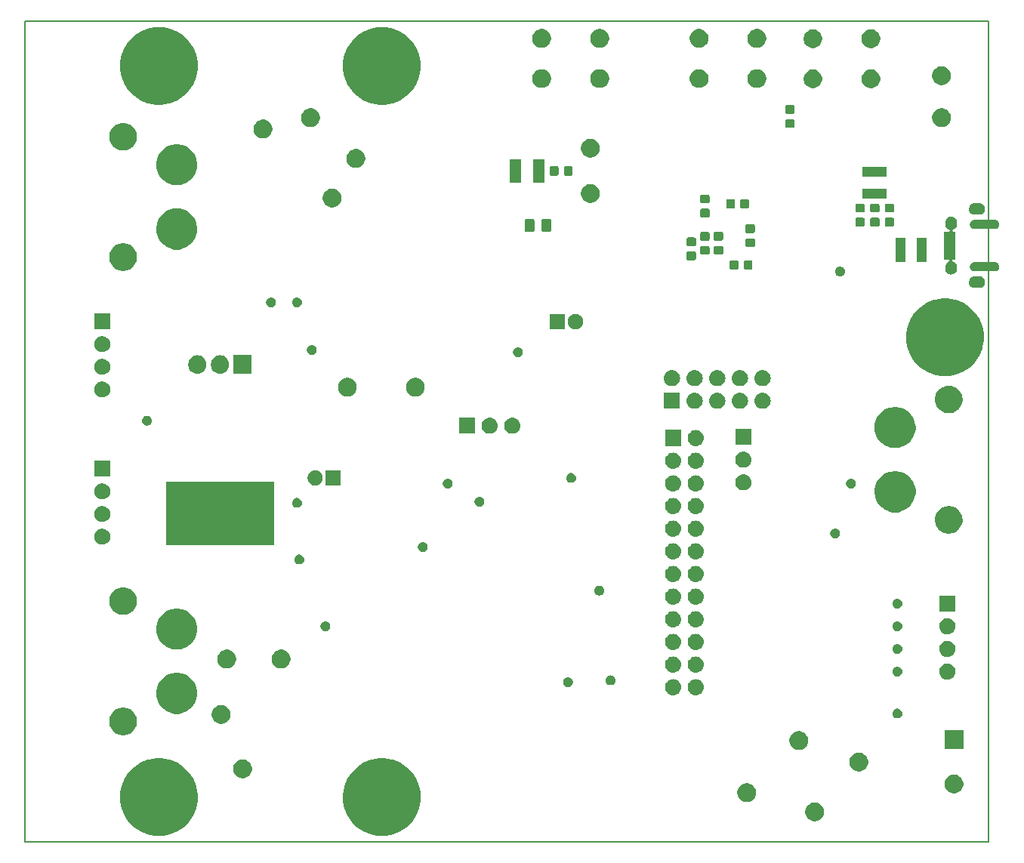
<source format=gbr>
G04 #@! TF.GenerationSoftware,KiCad,Pcbnew,5.0.1*
G04 #@! TF.CreationDate,2019-03-15T16:12:09-04:00*
G04 #@! TF.ProjectId,nu.ai_motor_controller,6E752E61695F6D6F746F725F636F6E74,rev?*
G04 #@! TF.SameCoordinates,Original*
G04 #@! TF.FileFunction,Soldermask,Bot*
G04 #@! TF.FilePolarity,Negative*
%FSLAX46Y46*%
G04 Gerber Fmt 4.6, Leading zero omitted, Abs format (unit mm)*
G04 Created by KiCad (PCBNEW 5.0.1) date Fri Mar 15 16:12:09 2019*
%MOMM*%
%LPD*%
G01*
G04 APERTURE LIST*
%ADD10C,0.150000*%
%ADD11C,0.100000*%
G04 APERTURE END LIST*
D10*
X182970000Y-134900000D02*
X74970000Y-134900000D01*
X182970000Y-42900000D02*
X182970000Y-134900000D01*
X74970000Y-42900000D02*
X182970000Y-42900000D01*
X74970000Y-134900000D02*
X74970000Y-42900000D01*
D11*
G36*
X115518156Y-125572794D02*
X116239140Y-125716206D01*
X117030972Y-126044193D01*
X117743601Y-126520357D01*
X118349643Y-127126399D01*
X118825807Y-127839028D01*
X119153794Y-128630860D01*
X119297206Y-129351844D01*
X119313471Y-129433610D01*
X119321000Y-129471464D01*
X119321000Y-130328536D01*
X119153794Y-131169140D01*
X118825807Y-131960972D01*
X118349643Y-132673601D01*
X117743601Y-133279643D01*
X117030972Y-133755807D01*
X116239140Y-134083794D01*
X115518156Y-134227206D01*
X115398537Y-134251000D01*
X114541463Y-134251000D01*
X114421844Y-134227206D01*
X113700860Y-134083794D01*
X112909028Y-133755807D01*
X112196399Y-133279643D01*
X111590357Y-132673601D01*
X111114193Y-131960972D01*
X110786206Y-131169140D01*
X110619000Y-130328536D01*
X110619000Y-129471464D01*
X110626530Y-129433610D01*
X110642794Y-129351844D01*
X110786206Y-128630860D01*
X111114193Y-127839028D01*
X111590357Y-127126399D01*
X112196399Y-126520357D01*
X112909028Y-126044193D01*
X113700860Y-125716206D01*
X114421844Y-125572794D01*
X114541463Y-125549000D01*
X115398537Y-125549000D01*
X115518156Y-125572794D01*
X115518156Y-125572794D01*
G37*
G36*
X90518156Y-125572794D02*
X91239140Y-125716206D01*
X92030972Y-126044193D01*
X92743601Y-126520357D01*
X93349643Y-127126399D01*
X93825807Y-127839028D01*
X94153794Y-128630860D01*
X94297206Y-129351844D01*
X94313471Y-129433610D01*
X94321000Y-129471464D01*
X94321000Y-130328536D01*
X94153794Y-131169140D01*
X93825807Y-131960972D01*
X93349643Y-132673601D01*
X92743601Y-133279643D01*
X92030972Y-133755807D01*
X91239140Y-134083794D01*
X90518156Y-134227206D01*
X90398537Y-134251000D01*
X89541463Y-134251000D01*
X89421844Y-134227206D01*
X88700860Y-134083794D01*
X87909028Y-133755807D01*
X87196399Y-133279643D01*
X86590357Y-132673601D01*
X86114193Y-131960972D01*
X85786206Y-131169140D01*
X85619000Y-130328536D01*
X85619000Y-129471464D01*
X85626530Y-129433610D01*
X85642794Y-129351844D01*
X85786206Y-128630860D01*
X86114193Y-127839028D01*
X86590357Y-127126399D01*
X87196399Y-126520357D01*
X87909028Y-126044193D01*
X88700860Y-125716206D01*
X89421844Y-125572794D01*
X89541463Y-125549000D01*
X90398537Y-125549000D01*
X90518156Y-125572794D01*
X90518156Y-125572794D01*
G37*
G36*
X163809565Y-130540389D02*
X164000834Y-130619615D01*
X164172976Y-130734637D01*
X164319363Y-130881024D01*
X164434385Y-131053166D01*
X164513611Y-131244435D01*
X164554000Y-131447484D01*
X164554000Y-131654516D01*
X164513611Y-131857565D01*
X164434385Y-132048834D01*
X164319363Y-132220976D01*
X164172976Y-132367363D01*
X164000834Y-132482385D01*
X163809565Y-132561611D01*
X163606516Y-132602000D01*
X163399484Y-132602000D01*
X163196435Y-132561611D01*
X163005166Y-132482385D01*
X162833024Y-132367363D01*
X162686637Y-132220976D01*
X162571615Y-132048834D01*
X162492389Y-131857565D01*
X162452000Y-131654516D01*
X162452000Y-131447484D01*
X162492389Y-131244435D01*
X162571615Y-131053166D01*
X162686637Y-130881024D01*
X162833024Y-130734637D01*
X163005166Y-130619615D01*
X163196435Y-130540389D01*
X163399484Y-130500000D01*
X163606516Y-130500000D01*
X163809565Y-130540389D01*
X163809565Y-130540389D01*
G37*
G36*
X156189565Y-128381389D02*
X156380834Y-128460615D01*
X156552976Y-128575637D01*
X156699363Y-128722024D01*
X156814385Y-128894166D01*
X156893611Y-129085435D01*
X156934000Y-129288484D01*
X156934000Y-129495516D01*
X156893611Y-129698565D01*
X156814385Y-129889834D01*
X156699363Y-130061976D01*
X156552976Y-130208363D01*
X156380834Y-130323385D01*
X156189565Y-130402611D01*
X155986516Y-130443000D01*
X155779484Y-130443000D01*
X155576435Y-130402611D01*
X155385166Y-130323385D01*
X155213024Y-130208363D01*
X155066637Y-130061976D01*
X154951615Y-129889834D01*
X154872389Y-129698565D01*
X154832000Y-129495516D01*
X154832000Y-129288484D01*
X154872389Y-129085435D01*
X154951615Y-128894166D01*
X155066637Y-128722024D01*
X155213024Y-128575637D01*
X155385166Y-128460615D01*
X155576435Y-128381389D01*
X155779484Y-128341000D01*
X155986516Y-128341000D01*
X156189565Y-128381389D01*
X156189565Y-128381389D01*
G37*
G36*
X179430565Y-127412389D02*
X179621834Y-127491615D01*
X179793976Y-127606637D01*
X179940363Y-127753024D01*
X180055385Y-127925166D01*
X180134611Y-128116435D01*
X180175000Y-128319484D01*
X180175000Y-128526516D01*
X180134611Y-128729565D01*
X180055385Y-128920834D01*
X179940363Y-129092976D01*
X179793976Y-129239363D01*
X179621834Y-129354385D01*
X179430565Y-129433611D01*
X179227516Y-129474000D01*
X179020484Y-129474000D01*
X178817435Y-129433611D01*
X178626166Y-129354385D01*
X178454024Y-129239363D01*
X178307637Y-129092976D01*
X178192615Y-128920834D01*
X178113389Y-128729565D01*
X178073000Y-128526516D01*
X178073000Y-128319484D01*
X178113389Y-128116435D01*
X178192615Y-127925166D01*
X178307637Y-127753024D01*
X178454024Y-127606637D01*
X178626166Y-127491615D01*
X178817435Y-127412389D01*
X179020484Y-127372000D01*
X179227516Y-127372000D01*
X179430565Y-127412389D01*
X179430565Y-127412389D01*
G37*
G36*
X99674565Y-125714389D02*
X99865834Y-125793615D01*
X100037976Y-125908637D01*
X100184363Y-126055024D01*
X100299385Y-126227166D01*
X100378611Y-126418435D01*
X100419000Y-126621484D01*
X100419000Y-126828516D01*
X100378611Y-127031565D01*
X100299385Y-127222834D01*
X100184363Y-127394976D01*
X100037976Y-127541363D01*
X99865834Y-127656385D01*
X99674565Y-127735611D01*
X99471516Y-127776000D01*
X99264484Y-127776000D01*
X99061435Y-127735611D01*
X98870166Y-127656385D01*
X98698024Y-127541363D01*
X98551637Y-127394976D01*
X98436615Y-127222834D01*
X98357389Y-127031565D01*
X98317000Y-126828516D01*
X98317000Y-126621484D01*
X98357389Y-126418435D01*
X98436615Y-126227166D01*
X98551637Y-126055024D01*
X98698024Y-125908637D01*
X98870166Y-125793615D01*
X99061435Y-125714389D01*
X99264484Y-125674000D01*
X99471516Y-125674000D01*
X99674565Y-125714389D01*
X99674565Y-125714389D01*
G37*
G36*
X168762565Y-124952389D02*
X168953834Y-125031615D01*
X169125976Y-125146637D01*
X169272363Y-125293024D01*
X169387385Y-125465166D01*
X169466611Y-125656435D01*
X169507000Y-125859484D01*
X169507000Y-126066516D01*
X169466611Y-126269565D01*
X169387385Y-126460834D01*
X169272363Y-126632976D01*
X169125976Y-126779363D01*
X168953834Y-126894385D01*
X168762565Y-126973611D01*
X168559516Y-127014000D01*
X168352484Y-127014000D01*
X168149435Y-126973611D01*
X167958166Y-126894385D01*
X167786024Y-126779363D01*
X167639637Y-126632976D01*
X167524615Y-126460834D01*
X167445389Y-126269565D01*
X167405000Y-126066516D01*
X167405000Y-125859484D01*
X167445389Y-125656435D01*
X167524615Y-125465166D01*
X167639637Y-125293024D01*
X167786024Y-125146637D01*
X167958166Y-125031615D01*
X168149435Y-124952389D01*
X168352484Y-124912000D01*
X168559516Y-124912000D01*
X168762565Y-124952389D01*
X168762565Y-124952389D01*
G37*
G36*
X162031565Y-122539389D02*
X162222834Y-122618615D01*
X162394976Y-122733637D01*
X162541363Y-122880024D01*
X162656385Y-123052166D01*
X162735611Y-123243435D01*
X162776000Y-123446484D01*
X162776000Y-123653516D01*
X162735611Y-123856565D01*
X162656385Y-124047834D01*
X162541363Y-124219976D01*
X162394976Y-124366363D01*
X162222834Y-124481385D01*
X162031565Y-124560611D01*
X161828516Y-124601000D01*
X161621484Y-124601000D01*
X161418435Y-124560611D01*
X161227166Y-124481385D01*
X161055024Y-124366363D01*
X160908637Y-124219976D01*
X160793615Y-124047834D01*
X160714389Y-123856565D01*
X160674000Y-123653516D01*
X160674000Y-123446484D01*
X160714389Y-123243435D01*
X160793615Y-123052166D01*
X160908637Y-122880024D01*
X161055024Y-122733637D01*
X161227166Y-122618615D01*
X161418435Y-122539389D01*
X161621484Y-122499000D01*
X161828516Y-122499000D01*
X162031565Y-122539389D01*
X162031565Y-122539389D01*
G37*
G36*
X180175000Y-124474000D02*
X178073000Y-124474000D01*
X178073000Y-122372000D01*
X180175000Y-122372000D01*
X180175000Y-124474000D01*
X180175000Y-124474000D01*
G37*
G36*
X86322527Y-119898736D02*
X86422410Y-119918604D01*
X86704674Y-120035521D01*
X86958705Y-120205259D01*
X87174741Y-120421295D01*
X87344479Y-120675326D01*
X87461396Y-120957590D01*
X87476162Y-121031825D01*
X87521000Y-121257238D01*
X87521000Y-121562762D01*
X87497680Y-121680000D01*
X87461396Y-121862410D01*
X87344479Y-122144674D01*
X87174741Y-122398705D01*
X86958705Y-122614741D01*
X86704674Y-122784479D01*
X86422410Y-122901396D01*
X86322527Y-122921264D01*
X86122762Y-122961000D01*
X85817238Y-122961000D01*
X85617473Y-122921264D01*
X85517590Y-122901396D01*
X85235326Y-122784479D01*
X84981295Y-122614741D01*
X84765259Y-122398705D01*
X84595521Y-122144674D01*
X84478604Y-121862410D01*
X84442320Y-121680000D01*
X84419000Y-121562762D01*
X84419000Y-121257238D01*
X84463838Y-121031825D01*
X84478604Y-120957590D01*
X84595521Y-120675326D01*
X84765259Y-120421295D01*
X84981295Y-120205259D01*
X85235326Y-120035521D01*
X85517590Y-119918604D01*
X85617473Y-119898736D01*
X85817238Y-119859000D01*
X86122762Y-119859000D01*
X86322527Y-119898736D01*
X86322527Y-119898736D01*
G37*
G36*
X97261565Y-119618389D02*
X97452834Y-119697615D01*
X97624976Y-119812637D01*
X97771363Y-119959024D01*
X97886385Y-120131166D01*
X97965611Y-120322435D01*
X98006000Y-120525484D01*
X98006000Y-120732516D01*
X97965611Y-120935565D01*
X97886385Y-121126834D01*
X97771363Y-121298976D01*
X97624976Y-121445363D01*
X97452834Y-121560385D01*
X97261565Y-121639611D01*
X97058516Y-121680000D01*
X96851484Y-121680000D01*
X96648435Y-121639611D01*
X96457166Y-121560385D01*
X96285024Y-121445363D01*
X96138637Y-121298976D01*
X96023615Y-121126834D01*
X95944389Y-120935565D01*
X95904000Y-120732516D01*
X95904000Y-120525484D01*
X95944389Y-120322435D01*
X96023615Y-120131166D01*
X96138637Y-119959024D01*
X96285024Y-119812637D01*
X96457166Y-119697615D01*
X96648435Y-119618389D01*
X96851484Y-119578000D01*
X97058516Y-119578000D01*
X97261565Y-119618389D01*
X97261565Y-119618389D01*
G37*
G36*
X172934721Y-119972174D02*
X173034995Y-120013709D01*
X173125245Y-120074012D01*
X173201988Y-120150755D01*
X173262291Y-120241005D01*
X173303826Y-120341279D01*
X173325000Y-120447730D01*
X173325000Y-120556270D01*
X173303826Y-120662721D01*
X173262291Y-120762995D01*
X173201988Y-120853245D01*
X173125245Y-120929988D01*
X173034995Y-120990291D01*
X172934721Y-121031826D01*
X172828270Y-121053000D01*
X172719730Y-121053000D01*
X172613279Y-121031826D01*
X172513005Y-120990291D01*
X172422755Y-120929988D01*
X172346012Y-120853245D01*
X172285709Y-120762995D01*
X172244174Y-120662721D01*
X172223000Y-120556270D01*
X172223000Y-120447730D01*
X172244174Y-120341279D01*
X172285709Y-120241005D01*
X172346012Y-120150755D01*
X172422755Y-120074012D01*
X172513005Y-120013709D01*
X172613279Y-119972174D01*
X172719730Y-119951000D01*
X172828270Y-119951000D01*
X172934721Y-119972174D01*
X172934721Y-119972174D01*
G37*
G36*
X92418903Y-116003213D02*
X92641177Y-116047426D01*
X93059932Y-116220880D01*
X93436802Y-116472696D01*
X93757304Y-116793198D01*
X94009120Y-117170068D01*
X94182574Y-117588823D01*
X94271000Y-118033371D01*
X94271000Y-118486629D01*
X94182574Y-118931177D01*
X94009120Y-119349932D01*
X93757304Y-119726802D01*
X93436802Y-120047304D01*
X93059932Y-120299120D01*
X92641177Y-120472574D01*
X92418903Y-120516787D01*
X92196630Y-120561000D01*
X91743370Y-120561000D01*
X91521097Y-120516787D01*
X91298823Y-120472574D01*
X90880068Y-120299120D01*
X90503198Y-120047304D01*
X90182696Y-119726802D01*
X89930880Y-119349932D01*
X89757426Y-118931177D01*
X89669000Y-118486629D01*
X89669000Y-118033371D01*
X89757426Y-117588823D01*
X89930880Y-117170068D01*
X90182696Y-116793198D01*
X90503198Y-116472696D01*
X90880068Y-116220880D01*
X91298823Y-116047426D01*
X91521097Y-116003213D01*
X91743370Y-115959000D01*
X92196630Y-115959000D01*
X92418903Y-116003213D01*
X92418903Y-116003213D01*
G37*
G36*
X147725350Y-116663738D02*
X147791534Y-116670256D01*
X147902773Y-116704000D01*
X147961374Y-116721776D01*
X148094988Y-116793195D01*
X148117898Y-116805441D01*
X148149869Y-116831679D01*
X148255093Y-116918033D01*
X148338355Y-117019490D01*
X148367685Y-117055228D01*
X148367686Y-117055230D01*
X148451350Y-117211752D01*
X148463982Y-117253395D01*
X148502870Y-117381592D01*
X148520266Y-117558219D01*
X148502870Y-117734846D01*
X148468523Y-117848072D01*
X148451350Y-117904686D01*
X148382566Y-118033370D01*
X148367685Y-118061210D01*
X148338355Y-118096948D01*
X148255093Y-118198405D01*
X148153636Y-118281667D01*
X148117898Y-118310997D01*
X148117896Y-118310998D01*
X147961374Y-118394662D01*
X147904760Y-118411835D01*
X147791534Y-118446182D01*
X147725349Y-118452701D01*
X147659167Y-118459219D01*
X147570647Y-118459219D01*
X147504465Y-118452701D01*
X147438280Y-118446182D01*
X147325054Y-118411835D01*
X147268440Y-118394662D01*
X147111918Y-118310998D01*
X147111916Y-118310997D01*
X147076178Y-118281667D01*
X146974721Y-118198405D01*
X146891459Y-118096948D01*
X146862129Y-118061210D01*
X146847248Y-118033370D01*
X146778464Y-117904686D01*
X146761291Y-117848072D01*
X146726944Y-117734846D01*
X146709548Y-117558219D01*
X146726944Y-117381592D01*
X146765832Y-117253395D01*
X146778464Y-117211752D01*
X146862128Y-117055230D01*
X146862129Y-117055228D01*
X146891459Y-117019490D01*
X146974721Y-116918033D01*
X147079945Y-116831679D01*
X147111916Y-116805441D01*
X147134826Y-116793195D01*
X147268440Y-116721776D01*
X147327041Y-116704000D01*
X147438280Y-116670256D01*
X147504464Y-116663738D01*
X147570647Y-116657219D01*
X147659167Y-116657219D01*
X147725350Y-116663738D01*
X147725350Y-116663738D01*
G37*
G36*
X150265350Y-116663738D02*
X150331534Y-116670256D01*
X150442773Y-116704000D01*
X150501374Y-116721776D01*
X150634988Y-116793195D01*
X150657898Y-116805441D01*
X150689869Y-116831679D01*
X150795093Y-116918033D01*
X150878355Y-117019490D01*
X150907685Y-117055228D01*
X150907686Y-117055230D01*
X150991350Y-117211752D01*
X151003982Y-117253395D01*
X151042870Y-117381592D01*
X151060266Y-117558219D01*
X151042870Y-117734846D01*
X151008523Y-117848072D01*
X150991350Y-117904686D01*
X150922566Y-118033370D01*
X150907685Y-118061210D01*
X150878355Y-118096948D01*
X150795093Y-118198405D01*
X150693636Y-118281667D01*
X150657898Y-118310997D01*
X150657896Y-118310998D01*
X150501374Y-118394662D01*
X150444760Y-118411835D01*
X150331534Y-118446182D01*
X150265349Y-118452701D01*
X150199167Y-118459219D01*
X150110647Y-118459219D01*
X150044465Y-118452701D01*
X149978280Y-118446182D01*
X149865054Y-118411835D01*
X149808440Y-118394662D01*
X149651918Y-118310998D01*
X149651916Y-118310997D01*
X149616178Y-118281667D01*
X149514721Y-118198405D01*
X149431459Y-118096948D01*
X149402129Y-118061210D01*
X149387248Y-118033370D01*
X149318464Y-117904686D01*
X149301291Y-117848072D01*
X149266944Y-117734846D01*
X149249548Y-117558219D01*
X149266944Y-117381592D01*
X149305832Y-117253395D01*
X149318464Y-117211752D01*
X149402128Y-117055230D01*
X149402129Y-117055228D01*
X149431459Y-117019490D01*
X149514721Y-116918033D01*
X149619945Y-116831679D01*
X149651916Y-116805441D01*
X149674826Y-116793195D01*
X149808440Y-116721776D01*
X149867041Y-116704000D01*
X149978280Y-116670256D01*
X150044464Y-116663738D01*
X150110647Y-116657219D01*
X150199167Y-116657219D01*
X150265350Y-116663738D01*
X150265350Y-116663738D01*
G37*
G36*
X135999921Y-116462574D02*
X136100195Y-116504109D01*
X136190445Y-116564412D01*
X136267188Y-116641155D01*
X136327491Y-116731405D01*
X136369026Y-116831679D01*
X136390200Y-116938130D01*
X136390200Y-117046670D01*
X136369026Y-117153121D01*
X136327491Y-117253395D01*
X136267188Y-117343645D01*
X136190445Y-117420388D01*
X136100195Y-117480691D01*
X135999921Y-117522226D01*
X135893470Y-117543400D01*
X135784930Y-117543400D01*
X135678479Y-117522226D01*
X135578205Y-117480691D01*
X135487955Y-117420388D01*
X135411212Y-117343645D01*
X135350909Y-117253395D01*
X135309374Y-117153121D01*
X135288200Y-117046670D01*
X135288200Y-116938130D01*
X135309374Y-116831679D01*
X135350909Y-116731405D01*
X135411212Y-116641155D01*
X135487955Y-116564412D01*
X135578205Y-116504109D01*
X135678479Y-116462574D01*
X135784930Y-116441400D01*
X135893470Y-116441400D01*
X135999921Y-116462574D01*
X135999921Y-116462574D01*
G37*
G36*
X140775121Y-116259374D02*
X140875395Y-116300909D01*
X140965645Y-116361212D01*
X141042388Y-116437955D01*
X141102691Y-116528205D01*
X141144226Y-116628479D01*
X141165400Y-116734930D01*
X141165400Y-116843470D01*
X141144226Y-116949921D01*
X141102691Y-117050195D01*
X141042388Y-117140445D01*
X140965645Y-117217188D01*
X140875395Y-117277491D01*
X140775121Y-117319026D01*
X140668670Y-117340200D01*
X140560130Y-117340200D01*
X140453679Y-117319026D01*
X140353405Y-117277491D01*
X140263155Y-117217188D01*
X140186412Y-117140445D01*
X140126109Y-117050195D01*
X140084574Y-116949921D01*
X140063400Y-116843470D01*
X140063400Y-116734930D01*
X140084574Y-116628479D01*
X140126109Y-116528205D01*
X140186412Y-116437955D01*
X140263155Y-116361212D01*
X140353405Y-116300909D01*
X140453679Y-116259374D01*
X140560130Y-116238200D01*
X140668670Y-116238200D01*
X140775121Y-116259374D01*
X140775121Y-116259374D01*
G37*
G36*
X178624812Y-114936624D02*
X178788784Y-115004544D01*
X178936354Y-115103147D01*
X179061853Y-115228646D01*
X179160456Y-115376216D01*
X179228376Y-115540188D01*
X179263000Y-115714259D01*
X179263000Y-115891741D01*
X179228376Y-116065812D01*
X179160456Y-116229784D01*
X179061853Y-116377354D01*
X178936354Y-116502853D01*
X178788784Y-116601456D01*
X178624812Y-116669376D01*
X178450741Y-116704000D01*
X178273259Y-116704000D01*
X178099188Y-116669376D01*
X177935216Y-116601456D01*
X177787646Y-116502853D01*
X177662147Y-116377354D01*
X177563544Y-116229784D01*
X177495624Y-116065812D01*
X177461000Y-115891741D01*
X177461000Y-115714259D01*
X177495624Y-115540188D01*
X177563544Y-115376216D01*
X177662147Y-115228646D01*
X177787646Y-115103147D01*
X177935216Y-115004544D01*
X178099188Y-114936624D01*
X178273259Y-114902000D01*
X178450741Y-114902000D01*
X178624812Y-114936624D01*
X178624812Y-114936624D01*
G37*
G36*
X172934721Y-115273174D02*
X173034995Y-115314709D01*
X173125245Y-115375012D01*
X173201988Y-115451755D01*
X173262291Y-115542005D01*
X173303826Y-115642279D01*
X173325000Y-115748730D01*
X173325000Y-115857270D01*
X173303826Y-115963721D01*
X173262291Y-116063995D01*
X173201988Y-116154245D01*
X173125245Y-116230988D01*
X173034995Y-116291291D01*
X172934721Y-116332826D01*
X172828270Y-116354000D01*
X172719730Y-116354000D01*
X172613279Y-116332826D01*
X172513005Y-116291291D01*
X172422755Y-116230988D01*
X172346012Y-116154245D01*
X172285709Y-116063995D01*
X172244174Y-115963721D01*
X172223000Y-115857270D01*
X172223000Y-115748730D01*
X172244174Y-115642279D01*
X172285709Y-115542005D01*
X172346012Y-115451755D01*
X172422755Y-115375012D01*
X172513005Y-115314709D01*
X172613279Y-115273174D01*
X172719730Y-115252000D01*
X172828270Y-115252000D01*
X172934721Y-115273174D01*
X172934721Y-115273174D01*
G37*
G36*
X150265349Y-114123737D02*
X150331534Y-114130256D01*
X150442773Y-114164000D01*
X150501374Y-114181776D01*
X150639994Y-114255871D01*
X150657898Y-114265441D01*
X150693636Y-114294771D01*
X150795093Y-114378033D01*
X150878355Y-114479490D01*
X150907685Y-114515228D01*
X150907686Y-114515230D01*
X150991350Y-114671752D01*
X150991350Y-114671753D01*
X151042870Y-114841592D01*
X151060266Y-115018219D01*
X151042870Y-115194846D01*
X151019109Y-115273175D01*
X150991350Y-115364686D01*
X150963595Y-115416611D01*
X150907685Y-115521210D01*
X150890619Y-115542005D01*
X150795093Y-115658405D01*
X150693636Y-115741667D01*
X150657898Y-115770997D01*
X150657896Y-115770998D01*
X150501374Y-115854662D01*
X150492776Y-115857270D01*
X150331534Y-115906182D01*
X150265350Y-115912700D01*
X150199167Y-115919219D01*
X150110647Y-115919219D01*
X150044464Y-115912700D01*
X149978280Y-115906182D01*
X149817038Y-115857270D01*
X149808440Y-115854662D01*
X149651918Y-115770998D01*
X149651916Y-115770997D01*
X149616178Y-115741667D01*
X149514721Y-115658405D01*
X149419195Y-115542005D01*
X149402129Y-115521210D01*
X149346219Y-115416611D01*
X149318464Y-115364686D01*
X149290705Y-115273175D01*
X149266944Y-115194846D01*
X149249548Y-115018219D01*
X149266944Y-114841592D01*
X149318464Y-114671753D01*
X149318464Y-114671752D01*
X149402128Y-114515230D01*
X149402129Y-114515228D01*
X149431459Y-114479490D01*
X149514721Y-114378033D01*
X149616178Y-114294771D01*
X149651916Y-114265441D01*
X149669820Y-114255871D01*
X149808440Y-114181776D01*
X149867041Y-114164000D01*
X149978280Y-114130256D01*
X150044465Y-114123737D01*
X150110647Y-114117219D01*
X150199167Y-114117219D01*
X150265349Y-114123737D01*
X150265349Y-114123737D01*
G37*
G36*
X147725349Y-114123737D02*
X147791534Y-114130256D01*
X147902773Y-114164000D01*
X147961374Y-114181776D01*
X148099994Y-114255871D01*
X148117898Y-114265441D01*
X148153636Y-114294771D01*
X148255093Y-114378033D01*
X148338355Y-114479490D01*
X148367685Y-114515228D01*
X148367686Y-114515230D01*
X148451350Y-114671752D01*
X148451350Y-114671753D01*
X148502870Y-114841592D01*
X148520266Y-115018219D01*
X148502870Y-115194846D01*
X148479109Y-115273175D01*
X148451350Y-115364686D01*
X148423595Y-115416611D01*
X148367685Y-115521210D01*
X148350619Y-115542005D01*
X148255093Y-115658405D01*
X148153636Y-115741667D01*
X148117898Y-115770997D01*
X148117896Y-115770998D01*
X147961374Y-115854662D01*
X147952776Y-115857270D01*
X147791534Y-115906182D01*
X147725350Y-115912700D01*
X147659167Y-115919219D01*
X147570647Y-115919219D01*
X147504464Y-115912700D01*
X147438280Y-115906182D01*
X147277038Y-115857270D01*
X147268440Y-115854662D01*
X147111918Y-115770998D01*
X147111916Y-115770997D01*
X147076178Y-115741667D01*
X146974721Y-115658405D01*
X146879195Y-115542005D01*
X146862129Y-115521210D01*
X146806219Y-115416611D01*
X146778464Y-115364686D01*
X146750705Y-115273175D01*
X146726944Y-115194846D01*
X146709548Y-115018219D01*
X146726944Y-114841592D01*
X146778464Y-114671753D01*
X146778464Y-114671752D01*
X146862128Y-114515230D01*
X146862129Y-114515228D01*
X146891459Y-114479490D01*
X146974721Y-114378033D01*
X147076178Y-114294771D01*
X147111916Y-114265441D01*
X147129820Y-114255871D01*
X147268440Y-114181776D01*
X147327041Y-114164000D01*
X147438280Y-114130256D01*
X147504465Y-114123737D01*
X147570647Y-114117219D01*
X147659167Y-114117219D01*
X147725349Y-114123737D01*
X147725349Y-114123737D01*
G37*
G36*
X97896565Y-113395389D02*
X98087834Y-113474615D01*
X98259976Y-113589637D01*
X98406363Y-113736024D01*
X98521385Y-113908166D01*
X98600611Y-114099435D01*
X98641000Y-114302484D01*
X98641000Y-114509516D01*
X98600611Y-114712565D01*
X98521385Y-114903834D01*
X98406363Y-115075976D01*
X98259976Y-115222363D01*
X98087834Y-115337385D01*
X97896565Y-115416611D01*
X97693516Y-115457000D01*
X97486484Y-115457000D01*
X97283435Y-115416611D01*
X97092166Y-115337385D01*
X96920024Y-115222363D01*
X96773637Y-115075976D01*
X96658615Y-114903834D01*
X96579389Y-114712565D01*
X96539000Y-114509516D01*
X96539000Y-114302484D01*
X96579389Y-114099435D01*
X96658615Y-113908166D01*
X96773637Y-113736024D01*
X96920024Y-113589637D01*
X97092166Y-113474615D01*
X97283435Y-113395389D01*
X97486484Y-113355000D01*
X97693516Y-113355000D01*
X97896565Y-113395389D01*
X97896565Y-113395389D01*
G37*
G36*
X103992565Y-113395389D02*
X104183834Y-113474615D01*
X104355976Y-113589637D01*
X104502363Y-113736024D01*
X104617385Y-113908166D01*
X104696611Y-114099435D01*
X104737000Y-114302484D01*
X104737000Y-114509516D01*
X104696611Y-114712565D01*
X104617385Y-114903834D01*
X104502363Y-115075976D01*
X104355976Y-115222363D01*
X104183834Y-115337385D01*
X103992565Y-115416611D01*
X103789516Y-115457000D01*
X103582484Y-115457000D01*
X103379435Y-115416611D01*
X103188166Y-115337385D01*
X103016024Y-115222363D01*
X102869637Y-115075976D01*
X102754615Y-114903834D01*
X102675389Y-114712565D01*
X102635000Y-114509516D01*
X102635000Y-114302484D01*
X102675389Y-114099435D01*
X102754615Y-113908166D01*
X102869637Y-113736024D01*
X103016024Y-113589637D01*
X103188166Y-113474615D01*
X103379435Y-113395389D01*
X103582484Y-113355000D01*
X103789516Y-113355000D01*
X103992565Y-113395389D01*
X103992565Y-113395389D01*
G37*
G36*
X178624812Y-112396624D02*
X178788784Y-112464544D01*
X178936354Y-112563147D01*
X179061853Y-112688646D01*
X179160456Y-112836216D01*
X179228376Y-113000188D01*
X179263000Y-113174259D01*
X179263000Y-113351741D01*
X179228376Y-113525812D01*
X179160456Y-113689784D01*
X179061853Y-113837354D01*
X178936354Y-113962853D01*
X178788784Y-114061456D01*
X178624812Y-114129376D01*
X178450741Y-114164000D01*
X178273259Y-114164000D01*
X178099188Y-114129376D01*
X177935216Y-114061456D01*
X177787646Y-113962853D01*
X177662147Y-113837354D01*
X177563544Y-113689784D01*
X177495624Y-113525812D01*
X177461000Y-113351741D01*
X177461000Y-113174259D01*
X177495624Y-113000188D01*
X177563544Y-112836216D01*
X177662147Y-112688646D01*
X177787646Y-112563147D01*
X177935216Y-112464544D01*
X178099188Y-112396624D01*
X178273259Y-112362000D01*
X178450741Y-112362000D01*
X178624812Y-112396624D01*
X178624812Y-112396624D01*
G37*
G36*
X172934721Y-112733174D02*
X173034995Y-112774709D01*
X173125245Y-112835012D01*
X173201988Y-112911755D01*
X173262291Y-113002005D01*
X173303826Y-113102279D01*
X173325000Y-113208730D01*
X173325000Y-113317270D01*
X173303826Y-113423721D01*
X173262291Y-113523995D01*
X173201988Y-113614245D01*
X173125245Y-113690988D01*
X173034995Y-113751291D01*
X172934721Y-113792826D01*
X172828270Y-113814000D01*
X172719730Y-113814000D01*
X172613279Y-113792826D01*
X172513005Y-113751291D01*
X172422755Y-113690988D01*
X172346012Y-113614245D01*
X172285709Y-113523995D01*
X172244174Y-113423721D01*
X172223000Y-113317270D01*
X172223000Y-113208730D01*
X172244174Y-113102279D01*
X172285709Y-113002005D01*
X172346012Y-112911755D01*
X172422755Y-112835012D01*
X172513005Y-112774709D01*
X172613279Y-112733174D01*
X172719730Y-112712000D01*
X172828270Y-112712000D01*
X172934721Y-112733174D01*
X172934721Y-112733174D01*
G37*
G36*
X150265350Y-111583738D02*
X150331534Y-111590256D01*
X150442773Y-111624000D01*
X150501374Y-111641776D01*
X150639994Y-111715871D01*
X150657898Y-111725441D01*
X150664887Y-111731177D01*
X150795093Y-111838033D01*
X150878355Y-111939490D01*
X150907685Y-111975228D01*
X150907686Y-111975230D01*
X150991350Y-112131752D01*
X150991350Y-112131753D01*
X151042870Y-112301592D01*
X151060266Y-112478219D01*
X151042870Y-112654846D01*
X151019109Y-112733175D01*
X150991350Y-112824686D01*
X150979260Y-112847304D01*
X150907685Y-112981210D01*
X150890619Y-113002005D01*
X150795093Y-113118405D01*
X150693636Y-113201667D01*
X150657898Y-113230997D01*
X150657896Y-113230998D01*
X150501374Y-113314662D01*
X150492776Y-113317270D01*
X150331534Y-113366182D01*
X150265350Y-113372700D01*
X150199167Y-113379219D01*
X150110647Y-113379219D01*
X150044464Y-113372700D01*
X149978280Y-113366182D01*
X149817038Y-113317270D01*
X149808440Y-113314662D01*
X149651918Y-113230998D01*
X149651916Y-113230997D01*
X149616178Y-113201667D01*
X149514721Y-113118405D01*
X149419195Y-113002005D01*
X149402129Y-112981210D01*
X149330554Y-112847304D01*
X149318464Y-112824686D01*
X149290705Y-112733175D01*
X149266944Y-112654846D01*
X149249548Y-112478219D01*
X149266944Y-112301592D01*
X149318464Y-112131753D01*
X149318464Y-112131752D01*
X149402128Y-111975230D01*
X149402129Y-111975228D01*
X149431459Y-111939490D01*
X149514721Y-111838033D01*
X149644927Y-111731177D01*
X149651916Y-111725441D01*
X149669820Y-111715871D01*
X149808440Y-111641776D01*
X149867041Y-111624000D01*
X149978280Y-111590256D01*
X150044464Y-111583738D01*
X150110647Y-111577219D01*
X150199167Y-111577219D01*
X150265350Y-111583738D01*
X150265350Y-111583738D01*
G37*
G36*
X147725350Y-111583738D02*
X147791534Y-111590256D01*
X147902773Y-111624000D01*
X147961374Y-111641776D01*
X148099994Y-111715871D01*
X148117898Y-111725441D01*
X148124887Y-111731177D01*
X148255093Y-111838033D01*
X148338355Y-111939490D01*
X148367685Y-111975228D01*
X148367686Y-111975230D01*
X148451350Y-112131752D01*
X148451350Y-112131753D01*
X148502870Y-112301592D01*
X148520266Y-112478219D01*
X148502870Y-112654846D01*
X148479109Y-112733175D01*
X148451350Y-112824686D01*
X148439260Y-112847304D01*
X148367685Y-112981210D01*
X148350619Y-113002005D01*
X148255093Y-113118405D01*
X148153636Y-113201667D01*
X148117898Y-113230997D01*
X148117896Y-113230998D01*
X147961374Y-113314662D01*
X147952776Y-113317270D01*
X147791534Y-113366182D01*
X147725350Y-113372700D01*
X147659167Y-113379219D01*
X147570647Y-113379219D01*
X147504464Y-113372700D01*
X147438280Y-113366182D01*
X147277038Y-113317270D01*
X147268440Y-113314662D01*
X147111918Y-113230998D01*
X147111916Y-113230997D01*
X147076178Y-113201667D01*
X146974721Y-113118405D01*
X146879195Y-113002005D01*
X146862129Y-112981210D01*
X146790554Y-112847304D01*
X146778464Y-112824686D01*
X146750705Y-112733175D01*
X146726944Y-112654846D01*
X146709548Y-112478219D01*
X146726944Y-112301592D01*
X146778464Y-112131753D01*
X146778464Y-112131752D01*
X146862128Y-111975230D01*
X146862129Y-111975228D01*
X146891459Y-111939490D01*
X146974721Y-111838033D01*
X147104927Y-111731177D01*
X147111916Y-111725441D01*
X147129820Y-111715871D01*
X147268440Y-111641776D01*
X147327041Y-111624000D01*
X147438280Y-111590256D01*
X147504464Y-111583738D01*
X147570647Y-111577219D01*
X147659167Y-111577219D01*
X147725350Y-111583738D01*
X147725350Y-111583738D01*
G37*
G36*
X92418903Y-108803213D02*
X92641177Y-108847426D01*
X93059932Y-109020880D01*
X93436802Y-109272696D01*
X93757304Y-109593198D01*
X94009120Y-109970068D01*
X94182574Y-110388823D01*
X94271000Y-110833371D01*
X94271000Y-111286629D01*
X94182574Y-111731177D01*
X94009120Y-112149932D01*
X93757304Y-112526802D01*
X93436802Y-112847304D01*
X93059932Y-113099120D01*
X92641177Y-113272574D01*
X92429586Y-113314662D01*
X92196630Y-113361000D01*
X91743370Y-113361000D01*
X91510414Y-113314662D01*
X91298823Y-113272574D01*
X90880068Y-113099120D01*
X90503198Y-112847304D01*
X90182696Y-112526802D01*
X89930880Y-112149932D01*
X89757426Y-111731177D01*
X89669000Y-111286629D01*
X89669000Y-110833371D01*
X89757426Y-110388823D01*
X89930880Y-109970068D01*
X90182696Y-109593198D01*
X90503198Y-109272696D01*
X90880068Y-109020880D01*
X91298823Y-108847426D01*
X91521097Y-108803213D01*
X91743370Y-108759000D01*
X92196630Y-108759000D01*
X92418903Y-108803213D01*
X92418903Y-108803213D01*
G37*
G36*
X178624812Y-109856624D02*
X178788784Y-109924544D01*
X178936354Y-110023147D01*
X179061853Y-110148646D01*
X179160456Y-110296216D01*
X179228376Y-110460188D01*
X179263000Y-110634259D01*
X179263000Y-110811741D01*
X179228376Y-110985812D01*
X179160456Y-111149784D01*
X179061853Y-111297354D01*
X178936354Y-111422853D01*
X178788784Y-111521456D01*
X178624812Y-111589376D01*
X178450741Y-111624000D01*
X178273259Y-111624000D01*
X178099188Y-111589376D01*
X177935216Y-111521456D01*
X177787646Y-111422853D01*
X177662147Y-111297354D01*
X177563544Y-111149784D01*
X177495624Y-110985812D01*
X177461000Y-110811741D01*
X177461000Y-110634259D01*
X177495624Y-110460188D01*
X177563544Y-110296216D01*
X177662147Y-110148646D01*
X177787646Y-110023147D01*
X177935216Y-109924544D01*
X178099188Y-109856624D01*
X178273259Y-109822000D01*
X178450741Y-109822000D01*
X178624812Y-109856624D01*
X178624812Y-109856624D01*
G37*
G36*
X108799721Y-110193174D02*
X108899995Y-110234709D01*
X108990245Y-110295012D01*
X109066988Y-110371755D01*
X109127291Y-110462005D01*
X109168826Y-110562279D01*
X109190000Y-110668730D01*
X109190000Y-110777270D01*
X109168826Y-110883721D01*
X109127291Y-110983995D01*
X109066988Y-111074245D01*
X108990245Y-111150988D01*
X108899995Y-111211291D01*
X108799721Y-111252826D01*
X108693270Y-111274000D01*
X108584730Y-111274000D01*
X108478279Y-111252826D01*
X108378005Y-111211291D01*
X108287755Y-111150988D01*
X108211012Y-111074245D01*
X108150709Y-110983995D01*
X108109174Y-110883721D01*
X108088000Y-110777270D01*
X108088000Y-110668730D01*
X108109174Y-110562279D01*
X108150709Y-110462005D01*
X108211012Y-110371755D01*
X108287755Y-110295012D01*
X108378005Y-110234709D01*
X108478279Y-110193174D01*
X108584730Y-110172000D01*
X108693270Y-110172000D01*
X108799721Y-110193174D01*
X108799721Y-110193174D01*
G37*
G36*
X172934721Y-110193174D02*
X173034995Y-110234709D01*
X173125245Y-110295012D01*
X173201988Y-110371755D01*
X173262291Y-110462005D01*
X173303826Y-110562279D01*
X173325000Y-110668730D01*
X173325000Y-110777270D01*
X173303826Y-110883721D01*
X173262291Y-110983995D01*
X173201988Y-111074245D01*
X173125245Y-111150988D01*
X173034995Y-111211291D01*
X172934721Y-111252826D01*
X172828270Y-111274000D01*
X172719730Y-111274000D01*
X172613279Y-111252826D01*
X172513005Y-111211291D01*
X172422755Y-111150988D01*
X172346012Y-111074245D01*
X172285709Y-110983995D01*
X172244174Y-110883721D01*
X172223000Y-110777270D01*
X172223000Y-110668730D01*
X172244174Y-110562279D01*
X172285709Y-110462005D01*
X172346012Y-110371755D01*
X172422755Y-110295012D01*
X172513005Y-110234709D01*
X172613279Y-110193174D01*
X172719730Y-110172000D01*
X172828270Y-110172000D01*
X172934721Y-110193174D01*
X172934721Y-110193174D01*
G37*
G36*
X147725350Y-109043738D02*
X147791534Y-109050256D01*
X147902773Y-109084000D01*
X147961374Y-109101776D01*
X147985629Y-109114741D01*
X148117898Y-109185441D01*
X148153636Y-109214771D01*
X148255093Y-109298033D01*
X148338355Y-109399490D01*
X148367685Y-109435228D01*
X148367686Y-109435230D01*
X148451350Y-109591752D01*
X148468523Y-109648366D01*
X148502870Y-109761592D01*
X148520266Y-109938219D01*
X148502870Y-110114846D01*
X148479109Y-110193175D01*
X148451350Y-110284686D01*
X148404810Y-110371755D01*
X148367685Y-110441210D01*
X148350619Y-110462005D01*
X148255093Y-110578405D01*
X148153636Y-110661667D01*
X148117898Y-110690997D01*
X148117896Y-110690998D01*
X147961374Y-110774662D01*
X147952776Y-110777270D01*
X147791534Y-110826182D01*
X147725350Y-110832700D01*
X147659167Y-110839219D01*
X147570647Y-110839219D01*
X147504464Y-110832700D01*
X147438280Y-110826182D01*
X147277038Y-110777270D01*
X147268440Y-110774662D01*
X147111918Y-110690998D01*
X147111916Y-110690997D01*
X147076178Y-110661667D01*
X146974721Y-110578405D01*
X146879195Y-110462005D01*
X146862129Y-110441210D01*
X146825004Y-110371755D01*
X146778464Y-110284686D01*
X146750705Y-110193175D01*
X146726944Y-110114846D01*
X146709548Y-109938219D01*
X146726944Y-109761592D01*
X146761291Y-109648366D01*
X146778464Y-109591752D01*
X146862128Y-109435230D01*
X146862129Y-109435228D01*
X146891459Y-109399490D01*
X146974721Y-109298033D01*
X147076178Y-109214771D01*
X147111916Y-109185441D01*
X147244185Y-109114741D01*
X147268440Y-109101776D01*
X147327041Y-109084000D01*
X147438280Y-109050256D01*
X147504464Y-109043738D01*
X147570647Y-109037219D01*
X147659167Y-109037219D01*
X147725350Y-109043738D01*
X147725350Y-109043738D01*
G37*
G36*
X150265350Y-109043738D02*
X150331534Y-109050256D01*
X150442773Y-109084000D01*
X150501374Y-109101776D01*
X150525629Y-109114741D01*
X150657898Y-109185441D01*
X150693636Y-109214771D01*
X150795093Y-109298033D01*
X150878355Y-109399490D01*
X150907685Y-109435228D01*
X150907686Y-109435230D01*
X150991350Y-109591752D01*
X151008523Y-109648366D01*
X151042870Y-109761592D01*
X151060266Y-109938219D01*
X151042870Y-110114846D01*
X151019109Y-110193175D01*
X150991350Y-110284686D01*
X150944810Y-110371755D01*
X150907685Y-110441210D01*
X150890619Y-110462005D01*
X150795093Y-110578405D01*
X150693636Y-110661667D01*
X150657898Y-110690997D01*
X150657896Y-110690998D01*
X150501374Y-110774662D01*
X150492776Y-110777270D01*
X150331534Y-110826182D01*
X150265350Y-110832700D01*
X150199167Y-110839219D01*
X150110647Y-110839219D01*
X150044464Y-110832700D01*
X149978280Y-110826182D01*
X149817038Y-110777270D01*
X149808440Y-110774662D01*
X149651918Y-110690998D01*
X149651916Y-110690997D01*
X149616178Y-110661667D01*
X149514721Y-110578405D01*
X149419195Y-110462005D01*
X149402129Y-110441210D01*
X149365004Y-110371755D01*
X149318464Y-110284686D01*
X149290705Y-110193175D01*
X149266944Y-110114846D01*
X149249548Y-109938219D01*
X149266944Y-109761592D01*
X149301291Y-109648366D01*
X149318464Y-109591752D01*
X149402128Y-109435230D01*
X149402129Y-109435228D01*
X149431459Y-109399490D01*
X149514721Y-109298033D01*
X149616178Y-109214771D01*
X149651916Y-109185441D01*
X149784185Y-109114741D01*
X149808440Y-109101776D01*
X149867041Y-109084000D01*
X149978280Y-109050256D01*
X150044464Y-109043738D01*
X150110647Y-109037219D01*
X150199167Y-109037219D01*
X150265350Y-109043738D01*
X150265350Y-109043738D01*
G37*
G36*
X86322527Y-106398736D02*
X86422410Y-106418604D01*
X86704674Y-106535521D01*
X86958705Y-106705259D01*
X87174741Y-106921295D01*
X87344479Y-107175326D01*
X87461396Y-107457590D01*
X87461396Y-107457591D01*
X87521000Y-107757238D01*
X87521000Y-108062762D01*
X87486807Y-108234662D01*
X87461396Y-108362410D01*
X87344479Y-108644674D01*
X87174741Y-108898705D01*
X86958705Y-109114741D01*
X86704674Y-109284479D01*
X86422410Y-109401396D01*
X86322527Y-109421264D01*
X86122762Y-109461000D01*
X85817238Y-109461000D01*
X85617473Y-109421264D01*
X85517590Y-109401396D01*
X85235326Y-109284479D01*
X84981295Y-109114741D01*
X84765259Y-108898705D01*
X84595521Y-108644674D01*
X84478604Y-108362410D01*
X84453193Y-108234662D01*
X84419000Y-108062762D01*
X84419000Y-107757238D01*
X84478604Y-107457591D01*
X84478604Y-107457590D01*
X84595521Y-107175326D01*
X84765259Y-106921295D01*
X84981295Y-106705259D01*
X85235326Y-106535521D01*
X85517590Y-106418604D01*
X85617473Y-106398736D01*
X85817238Y-106359000D01*
X86122762Y-106359000D01*
X86322527Y-106398736D01*
X86322527Y-106398736D01*
G37*
G36*
X179263000Y-109084000D02*
X177461000Y-109084000D01*
X177461000Y-107282000D01*
X179263000Y-107282000D01*
X179263000Y-109084000D01*
X179263000Y-109084000D01*
G37*
G36*
X172934721Y-107653174D02*
X173034995Y-107694709D01*
X173125245Y-107755012D01*
X173201988Y-107831755D01*
X173262291Y-107922005D01*
X173303826Y-108022279D01*
X173325000Y-108128730D01*
X173325000Y-108237270D01*
X173303826Y-108343721D01*
X173262291Y-108443995D01*
X173201988Y-108534245D01*
X173125245Y-108610988D01*
X173034995Y-108671291D01*
X172934721Y-108712826D01*
X172828270Y-108734000D01*
X172719730Y-108734000D01*
X172613279Y-108712826D01*
X172513005Y-108671291D01*
X172422755Y-108610988D01*
X172346012Y-108534245D01*
X172285709Y-108443995D01*
X172244174Y-108343721D01*
X172223000Y-108237270D01*
X172223000Y-108128730D01*
X172244174Y-108022279D01*
X172285709Y-107922005D01*
X172346012Y-107831755D01*
X172422755Y-107755012D01*
X172513005Y-107694709D01*
X172613279Y-107653174D01*
X172719730Y-107632000D01*
X172828270Y-107632000D01*
X172934721Y-107653174D01*
X172934721Y-107653174D01*
G37*
G36*
X150265349Y-106503737D02*
X150331534Y-106510256D01*
X150444760Y-106544603D01*
X150501374Y-106561776D01*
X150639994Y-106635871D01*
X150657898Y-106645441D01*
X150693636Y-106674771D01*
X150795093Y-106758033D01*
X150878355Y-106859490D01*
X150907685Y-106895228D01*
X150907686Y-106895230D01*
X150991350Y-107051752D01*
X150991350Y-107051753D01*
X151042870Y-107221592D01*
X151060266Y-107398219D01*
X151042870Y-107574846D01*
X151019109Y-107653175D01*
X150991350Y-107744686D01*
X150944810Y-107831755D01*
X150907685Y-107901210D01*
X150890619Y-107922005D01*
X150795093Y-108038405D01*
X150693636Y-108121667D01*
X150657898Y-108150997D01*
X150657896Y-108150998D01*
X150501374Y-108234662D01*
X150492776Y-108237270D01*
X150331534Y-108286182D01*
X150265349Y-108292701D01*
X150199167Y-108299219D01*
X150110647Y-108299219D01*
X150044465Y-108292701D01*
X149978280Y-108286182D01*
X149817038Y-108237270D01*
X149808440Y-108234662D01*
X149651918Y-108150998D01*
X149651916Y-108150997D01*
X149616178Y-108121667D01*
X149514721Y-108038405D01*
X149419195Y-107922005D01*
X149402129Y-107901210D01*
X149365004Y-107831755D01*
X149318464Y-107744686D01*
X149290705Y-107653175D01*
X149266944Y-107574846D01*
X149249548Y-107398219D01*
X149266944Y-107221592D01*
X149318464Y-107051753D01*
X149318464Y-107051752D01*
X149402128Y-106895230D01*
X149402129Y-106895228D01*
X149431459Y-106859490D01*
X149514721Y-106758033D01*
X149616178Y-106674771D01*
X149651916Y-106645441D01*
X149669820Y-106635871D01*
X149808440Y-106561776D01*
X149865054Y-106544603D01*
X149978280Y-106510256D01*
X150044465Y-106503737D01*
X150110647Y-106497219D01*
X150199167Y-106497219D01*
X150265349Y-106503737D01*
X150265349Y-106503737D01*
G37*
G36*
X147725349Y-106503737D02*
X147791534Y-106510256D01*
X147904760Y-106544603D01*
X147961374Y-106561776D01*
X148099994Y-106635871D01*
X148117898Y-106645441D01*
X148153636Y-106674771D01*
X148255093Y-106758033D01*
X148338355Y-106859490D01*
X148367685Y-106895228D01*
X148367686Y-106895230D01*
X148451350Y-107051752D01*
X148451350Y-107051753D01*
X148502870Y-107221592D01*
X148520266Y-107398219D01*
X148502870Y-107574846D01*
X148479109Y-107653175D01*
X148451350Y-107744686D01*
X148404810Y-107831755D01*
X148367685Y-107901210D01*
X148350619Y-107922005D01*
X148255093Y-108038405D01*
X148153636Y-108121667D01*
X148117898Y-108150997D01*
X148117896Y-108150998D01*
X147961374Y-108234662D01*
X147952776Y-108237270D01*
X147791534Y-108286182D01*
X147725349Y-108292701D01*
X147659167Y-108299219D01*
X147570647Y-108299219D01*
X147504465Y-108292701D01*
X147438280Y-108286182D01*
X147277038Y-108237270D01*
X147268440Y-108234662D01*
X147111918Y-108150998D01*
X147111916Y-108150997D01*
X147076178Y-108121667D01*
X146974721Y-108038405D01*
X146879195Y-107922005D01*
X146862129Y-107901210D01*
X146825004Y-107831755D01*
X146778464Y-107744686D01*
X146750705Y-107653175D01*
X146726944Y-107574846D01*
X146709548Y-107398219D01*
X146726944Y-107221592D01*
X146778464Y-107051753D01*
X146778464Y-107051752D01*
X146862128Y-106895230D01*
X146862129Y-106895228D01*
X146891459Y-106859490D01*
X146974721Y-106758033D01*
X147076178Y-106674771D01*
X147111916Y-106645441D01*
X147129820Y-106635871D01*
X147268440Y-106561776D01*
X147325054Y-106544603D01*
X147438280Y-106510256D01*
X147504465Y-106503737D01*
X147570647Y-106497219D01*
X147659167Y-106497219D01*
X147725349Y-106503737D01*
X147725349Y-106503737D01*
G37*
G36*
X139505121Y-106200974D02*
X139605395Y-106242509D01*
X139695645Y-106302812D01*
X139772388Y-106379555D01*
X139832691Y-106469805D01*
X139874226Y-106570079D01*
X139895400Y-106676530D01*
X139895400Y-106785070D01*
X139874226Y-106891521D01*
X139832691Y-106991795D01*
X139772388Y-107082045D01*
X139695645Y-107158788D01*
X139605395Y-107219091D01*
X139505121Y-107260626D01*
X139398670Y-107281800D01*
X139290130Y-107281800D01*
X139183679Y-107260626D01*
X139083405Y-107219091D01*
X138993155Y-107158788D01*
X138916412Y-107082045D01*
X138856109Y-106991795D01*
X138814574Y-106891521D01*
X138793400Y-106785070D01*
X138793400Y-106676530D01*
X138814574Y-106570079D01*
X138856109Y-106469805D01*
X138916412Y-106379555D01*
X138993155Y-106302812D01*
X139083405Y-106242509D01*
X139183679Y-106200974D01*
X139290130Y-106179800D01*
X139398670Y-106179800D01*
X139505121Y-106200974D01*
X139505121Y-106200974D01*
G37*
G36*
X147725350Y-103963738D02*
X147791534Y-103970256D01*
X147904760Y-104004603D01*
X147961374Y-104021776D01*
X148099994Y-104095871D01*
X148117898Y-104105441D01*
X148153636Y-104134771D01*
X148255093Y-104218033D01*
X148338355Y-104319490D01*
X148367685Y-104355228D01*
X148367686Y-104355230D01*
X148451350Y-104511752D01*
X148451350Y-104511753D01*
X148502870Y-104681592D01*
X148520266Y-104858219D01*
X148502870Y-105034846D01*
X148468523Y-105148072D01*
X148451350Y-105204686D01*
X148377255Y-105343306D01*
X148367685Y-105361210D01*
X148338355Y-105396948D01*
X148255093Y-105498405D01*
X148153636Y-105581667D01*
X148117898Y-105610997D01*
X148117896Y-105610998D01*
X147961374Y-105694662D01*
X147904760Y-105711835D01*
X147791534Y-105746182D01*
X147725350Y-105752700D01*
X147659167Y-105759219D01*
X147570647Y-105759219D01*
X147504464Y-105752700D01*
X147438280Y-105746182D01*
X147325054Y-105711835D01*
X147268440Y-105694662D01*
X147111918Y-105610998D01*
X147111916Y-105610997D01*
X147076178Y-105581667D01*
X146974721Y-105498405D01*
X146891459Y-105396948D01*
X146862129Y-105361210D01*
X146852559Y-105343306D01*
X146778464Y-105204686D01*
X146761291Y-105148072D01*
X146726944Y-105034846D01*
X146709548Y-104858219D01*
X146726944Y-104681592D01*
X146778464Y-104511753D01*
X146778464Y-104511752D01*
X146862128Y-104355230D01*
X146862129Y-104355228D01*
X146891459Y-104319490D01*
X146974721Y-104218033D01*
X147076178Y-104134771D01*
X147111916Y-104105441D01*
X147129820Y-104095871D01*
X147268440Y-104021776D01*
X147325054Y-104004603D01*
X147438280Y-103970256D01*
X147504465Y-103963737D01*
X147570647Y-103957219D01*
X147659167Y-103957219D01*
X147725350Y-103963738D01*
X147725350Y-103963738D01*
G37*
G36*
X150265350Y-103963738D02*
X150331534Y-103970256D01*
X150444760Y-104004603D01*
X150501374Y-104021776D01*
X150639994Y-104095871D01*
X150657898Y-104105441D01*
X150693636Y-104134771D01*
X150795093Y-104218033D01*
X150878355Y-104319490D01*
X150907685Y-104355228D01*
X150907686Y-104355230D01*
X150991350Y-104511752D01*
X150991350Y-104511753D01*
X151042870Y-104681592D01*
X151060266Y-104858219D01*
X151042870Y-105034846D01*
X151008523Y-105148072D01*
X150991350Y-105204686D01*
X150917255Y-105343306D01*
X150907685Y-105361210D01*
X150878355Y-105396948D01*
X150795093Y-105498405D01*
X150693636Y-105581667D01*
X150657898Y-105610997D01*
X150657896Y-105610998D01*
X150501374Y-105694662D01*
X150444760Y-105711835D01*
X150331534Y-105746182D01*
X150265350Y-105752700D01*
X150199167Y-105759219D01*
X150110647Y-105759219D01*
X150044464Y-105752700D01*
X149978280Y-105746182D01*
X149865054Y-105711835D01*
X149808440Y-105694662D01*
X149651918Y-105610998D01*
X149651916Y-105610997D01*
X149616178Y-105581667D01*
X149514721Y-105498405D01*
X149431459Y-105396948D01*
X149402129Y-105361210D01*
X149392559Y-105343306D01*
X149318464Y-105204686D01*
X149301291Y-105148072D01*
X149266944Y-105034846D01*
X149249548Y-104858219D01*
X149266944Y-104681592D01*
X149318464Y-104511753D01*
X149318464Y-104511752D01*
X149402128Y-104355230D01*
X149402129Y-104355228D01*
X149431459Y-104319490D01*
X149514721Y-104218033D01*
X149616178Y-104134771D01*
X149651916Y-104105441D01*
X149669820Y-104095871D01*
X149808440Y-104021776D01*
X149865054Y-104004603D01*
X149978280Y-103970256D01*
X150044465Y-103963737D01*
X150110647Y-103957219D01*
X150199167Y-103957219D01*
X150265350Y-103963738D01*
X150265350Y-103963738D01*
G37*
G36*
X105878721Y-102700174D02*
X105978995Y-102741709D01*
X106069245Y-102802012D01*
X106145988Y-102878755D01*
X106206291Y-102969005D01*
X106247826Y-103069279D01*
X106269000Y-103175730D01*
X106269000Y-103284270D01*
X106247826Y-103390721D01*
X106206291Y-103490995D01*
X106145988Y-103581245D01*
X106069245Y-103657988D01*
X105978995Y-103718291D01*
X105878721Y-103759826D01*
X105772270Y-103781000D01*
X105663730Y-103781000D01*
X105557279Y-103759826D01*
X105457005Y-103718291D01*
X105366755Y-103657988D01*
X105290012Y-103581245D01*
X105229709Y-103490995D01*
X105188174Y-103390721D01*
X105167000Y-103284270D01*
X105167000Y-103175730D01*
X105188174Y-103069279D01*
X105229709Y-102969005D01*
X105290012Y-102878755D01*
X105366755Y-102802012D01*
X105457005Y-102741709D01*
X105557279Y-102700174D01*
X105663730Y-102679000D01*
X105772270Y-102679000D01*
X105878721Y-102700174D01*
X105878721Y-102700174D01*
G37*
G36*
X147725349Y-101423737D02*
X147791534Y-101430256D01*
X147904760Y-101464603D01*
X147961374Y-101481776D01*
X148099994Y-101555871D01*
X148117898Y-101565441D01*
X148153636Y-101594771D01*
X148255093Y-101678033D01*
X148337732Y-101778730D01*
X148367685Y-101815228D01*
X148367686Y-101815230D01*
X148451350Y-101971752D01*
X148451350Y-101971753D01*
X148502870Y-102141592D01*
X148520266Y-102318219D01*
X148502870Y-102494846D01*
X148468523Y-102608072D01*
X148451350Y-102664686D01*
X148410179Y-102741710D01*
X148367685Y-102821210D01*
X148338355Y-102856948D01*
X148255093Y-102958405D01*
X148153636Y-103041667D01*
X148117898Y-103070997D01*
X148117896Y-103070998D01*
X147961374Y-103154662D01*
X147904760Y-103171835D01*
X147791534Y-103206182D01*
X147725350Y-103212700D01*
X147659167Y-103219219D01*
X147570647Y-103219219D01*
X147504464Y-103212700D01*
X147438280Y-103206182D01*
X147325054Y-103171835D01*
X147268440Y-103154662D01*
X147111918Y-103070998D01*
X147111916Y-103070997D01*
X147076178Y-103041667D01*
X146974721Y-102958405D01*
X146891459Y-102856948D01*
X146862129Y-102821210D01*
X146819635Y-102741710D01*
X146778464Y-102664686D01*
X146761291Y-102608072D01*
X146726944Y-102494846D01*
X146709548Y-102318219D01*
X146726944Y-102141592D01*
X146778464Y-101971753D01*
X146778464Y-101971752D01*
X146862128Y-101815230D01*
X146862129Y-101815228D01*
X146892082Y-101778730D01*
X146974721Y-101678033D01*
X147076178Y-101594771D01*
X147111916Y-101565441D01*
X147129820Y-101555871D01*
X147268440Y-101481776D01*
X147325054Y-101464603D01*
X147438280Y-101430256D01*
X147504465Y-101423737D01*
X147570647Y-101417219D01*
X147659167Y-101417219D01*
X147725349Y-101423737D01*
X147725349Y-101423737D01*
G37*
G36*
X150265349Y-101423737D02*
X150331534Y-101430256D01*
X150444760Y-101464603D01*
X150501374Y-101481776D01*
X150639994Y-101555871D01*
X150657898Y-101565441D01*
X150693636Y-101594771D01*
X150795093Y-101678033D01*
X150877732Y-101778730D01*
X150907685Y-101815228D01*
X150907686Y-101815230D01*
X150991350Y-101971752D01*
X150991350Y-101971753D01*
X151042870Y-102141592D01*
X151060266Y-102318219D01*
X151042870Y-102494846D01*
X151008523Y-102608072D01*
X150991350Y-102664686D01*
X150950179Y-102741710D01*
X150907685Y-102821210D01*
X150878355Y-102856948D01*
X150795093Y-102958405D01*
X150693636Y-103041667D01*
X150657898Y-103070997D01*
X150657896Y-103070998D01*
X150501374Y-103154662D01*
X150444760Y-103171835D01*
X150331534Y-103206182D01*
X150265350Y-103212700D01*
X150199167Y-103219219D01*
X150110647Y-103219219D01*
X150044464Y-103212700D01*
X149978280Y-103206182D01*
X149865054Y-103171835D01*
X149808440Y-103154662D01*
X149651918Y-103070998D01*
X149651916Y-103070997D01*
X149616178Y-103041667D01*
X149514721Y-102958405D01*
X149431459Y-102856948D01*
X149402129Y-102821210D01*
X149359635Y-102741710D01*
X149318464Y-102664686D01*
X149301291Y-102608072D01*
X149266944Y-102494846D01*
X149249548Y-102318219D01*
X149266944Y-102141592D01*
X149318464Y-101971753D01*
X149318464Y-101971752D01*
X149402128Y-101815230D01*
X149402129Y-101815228D01*
X149432082Y-101778730D01*
X149514721Y-101678033D01*
X149616178Y-101594771D01*
X149651916Y-101565441D01*
X149669820Y-101555871D01*
X149808440Y-101481776D01*
X149865054Y-101464603D01*
X149978280Y-101430256D01*
X150044465Y-101423737D01*
X150110647Y-101417219D01*
X150199167Y-101417219D01*
X150265349Y-101423737D01*
X150265349Y-101423737D01*
G37*
G36*
X119721721Y-101303174D02*
X119821995Y-101344709D01*
X119912245Y-101405012D01*
X119988988Y-101481755D01*
X120049291Y-101572005D01*
X120090826Y-101672279D01*
X120112000Y-101778730D01*
X120112000Y-101887270D01*
X120090826Y-101993721D01*
X120049291Y-102093995D01*
X119988988Y-102184245D01*
X119912245Y-102260988D01*
X119821995Y-102321291D01*
X119721721Y-102362826D01*
X119615270Y-102384000D01*
X119506730Y-102384000D01*
X119400279Y-102362826D01*
X119300005Y-102321291D01*
X119209755Y-102260988D01*
X119133012Y-102184245D01*
X119072709Y-102093995D01*
X119031174Y-101993721D01*
X119010000Y-101887270D01*
X119010000Y-101778730D01*
X119031174Y-101672279D01*
X119072709Y-101572005D01*
X119133012Y-101481755D01*
X119209755Y-101405012D01*
X119300005Y-101344709D01*
X119400279Y-101303174D01*
X119506730Y-101282000D01*
X119615270Y-101282000D01*
X119721721Y-101303174D01*
X119721721Y-101303174D01*
G37*
G36*
X102879000Y-101597000D02*
X90777000Y-101597000D01*
X90777000Y-94495000D01*
X102879000Y-94495000D01*
X102879000Y-101597000D01*
X102879000Y-101597000D01*
G37*
G36*
X83882812Y-99823624D02*
X84046784Y-99891544D01*
X84194354Y-99990147D01*
X84319853Y-100115646D01*
X84418456Y-100263216D01*
X84486376Y-100427188D01*
X84521000Y-100601259D01*
X84521000Y-100778741D01*
X84486376Y-100952812D01*
X84418456Y-101116784D01*
X84319853Y-101264354D01*
X84194354Y-101389853D01*
X84046784Y-101488456D01*
X83882812Y-101556376D01*
X83708741Y-101591000D01*
X83531259Y-101591000D01*
X83357188Y-101556376D01*
X83193216Y-101488456D01*
X83045646Y-101389853D01*
X82920147Y-101264354D01*
X82821544Y-101116784D01*
X82753624Y-100952812D01*
X82719000Y-100778741D01*
X82719000Y-100601259D01*
X82753624Y-100427188D01*
X82821544Y-100263216D01*
X82920147Y-100115646D01*
X83045646Y-99990147D01*
X83193216Y-99891544D01*
X83357188Y-99823624D01*
X83531259Y-99789000D01*
X83708741Y-99789000D01*
X83882812Y-99823624D01*
X83882812Y-99823624D01*
G37*
G36*
X165949721Y-99779174D02*
X166049995Y-99820709D01*
X166140245Y-99881012D01*
X166216988Y-99957755D01*
X166277291Y-100048005D01*
X166318826Y-100148279D01*
X166340000Y-100254730D01*
X166340000Y-100363270D01*
X166318826Y-100469721D01*
X166277291Y-100569995D01*
X166216988Y-100660245D01*
X166140245Y-100736988D01*
X166049995Y-100797291D01*
X165949721Y-100838826D01*
X165843270Y-100860000D01*
X165734730Y-100860000D01*
X165628279Y-100838826D01*
X165528005Y-100797291D01*
X165437755Y-100736988D01*
X165361012Y-100660245D01*
X165300709Y-100569995D01*
X165259174Y-100469721D01*
X165238000Y-100363270D01*
X165238000Y-100254730D01*
X165259174Y-100148279D01*
X165300709Y-100048005D01*
X165361012Y-99957755D01*
X165437755Y-99881012D01*
X165528005Y-99820709D01*
X165628279Y-99779174D01*
X165734730Y-99758000D01*
X165843270Y-99758000D01*
X165949721Y-99779174D01*
X165949721Y-99779174D01*
G37*
G36*
X147725349Y-98883737D02*
X147791534Y-98890256D01*
X147904760Y-98924603D01*
X147961374Y-98941776D01*
X147989410Y-98956762D01*
X148117898Y-99025441D01*
X148153636Y-99054771D01*
X148255093Y-99138033D01*
X148337732Y-99238731D01*
X148367685Y-99275228D01*
X148367686Y-99275230D01*
X148451350Y-99431752D01*
X148451350Y-99431753D01*
X148502870Y-99601592D01*
X148520266Y-99778219D01*
X148502870Y-99954846D01*
X148468523Y-100068072D01*
X148451350Y-100124686D01*
X148381839Y-100254730D01*
X148367685Y-100281210D01*
X148338355Y-100316948D01*
X148255093Y-100418405D01*
X148153636Y-100501667D01*
X148117898Y-100530997D01*
X148117896Y-100530998D01*
X147961374Y-100614662D01*
X147904760Y-100631835D01*
X147791534Y-100666182D01*
X147725349Y-100672701D01*
X147659167Y-100679219D01*
X147570647Y-100679219D01*
X147504465Y-100672701D01*
X147438280Y-100666182D01*
X147325054Y-100631835D01*
X147268440Y-100614662D01*
X147111918Y-100530998D01*
X147111916Y-100530997D01*
X147076178Y-100501667D01*
X146974721Y-100418405D01*
X146891459Y-100316948D01*
X146862129Y-100281210D01*
X146847975Y-100254730D01*
X146778464Y-100124686D01*
X146761291Y-100068072D01*
X146726944Y-99954846D01*
X146709548Y-99778219D01*
X146726944Y-99601592D01*
X146778464Y-99431753D01*
X146778464Y-99431752D01*
X146862128Y-99275230D01*
X146862129Y-99275228D01*
X146892082Y-99238731D01*
X146974721Y-99138033D01*
X147076178Y-99054771D01*
X147111916Y-99025441D01*
X147240404Y-98956762D01*
X147268440Y-98941776D01*
X147325054Y-98924603D01*
X147438280Y-98890256D01*
X147504465Y-98883737D01*
X147570647Y-98877219D01*
X147659167Y-98877219D01*
X147725349Y-98883737D01*
X147725349Y-98883737D01*
G37*
G36*
X150265349Y-98883737D02*
X150331534Y-98890256D01*
X150444760Y-98924603D01*
X150501374Y-98941776D01*
X150529410Y-98956762D01*
X150657898Y-99025441D01*
X150693636Y-99054771D01*
X150795093Y-99138033D01*
X150877732Y-99238731D01*
X150907685Y-99275228D01*
X150907686Y-99275230D01*
X150991350Y-99431752D01*
X150991350Y-99431753D01*
X151042870Y-99601592D01*
X151060266Y-99778219D01*
X151042870Y-99954846D01*
X151008523Y-100068072D01*
X150991350Y-100124686D01*
X150921839Y-100254730D01*
X150907685Y-100281210D01*
X150878355Y-100316948D01*
X150795093Y-100418405D01*
X150693636Y-100501667D01*
X150657898Y-100530997D01*
X150657896Y-100530998D01*
X150501374Y-100614662D01*
X150444760Y-100631835D01*
X150331534Y-100666182D01*
X150265349Y-100672701D01*
X150199167Y-100679219D01*
X150110647Y-100679219D01*
X150044465Y-100672701D01*
X149978280Y-100666182D01*
X149865054Y-100631835D01*
X149808440Y-100614662D01*
X149651918Y-100530998D01*
X149651916Y-100530997D01*
X149616178Y-100501667D01*
X149514721Y-100418405D01*
X149431459Y-100316948D01*
X149402129Y-100281210D01*
X149387975Y-100254730D01*
X149318464Y-100124686D01*
X149301291Y-100068072D01*
X149266944Y-99954846D01*
X149249548Y-99778219D01*
X149266944Y-99601592D01*
X149318464Y-99431753D01*
X149318464Y-99431752D01*
X149402128Y-99275230D01*
X149402129Y-99275228D01*
X149432082Y-99238731D01*
X149514721Y-99138033D01*
X149616178Y-99054771D01*
X149651916Y-99025441D01*
X149780404Y-98956762D01*
X149808440Y-98941776D01*
X149865054Y-98924603D01*
X149978280Y-98890256D01*
X150044465Y-98883737D01*
X150110647Y-98877219D01*
X150199167Y-98877219D01*
X150265349Y-98883737D01*
X150265349Y-98883737D01*
G37*
G36*
X178826723Y-97283625D02*
X178972410Y-97312604D01*
X179254674Y-97429521D01*
X179508705Y-97599259D01*
X179724741Y-97815295D01*
X179894479Y-98069326D01*
X180011396Y-98351590D01*
X180011396Y-98351591D01*
X180056190Y-98576782D01*
X180071000Y-98651240D01*
X180071000Y-98956760D01*
X180011396Y-99256410D01*
X179894479Y-99538674D01*
X179724741Y-99792705D01*
X179508705Y-100008741D01*
X179254674Y-100178479D01*
X178972410Y-100295396D01*
X178872527Y-100315264D01*
X178672762Y-100355000D01*
X178367238Y-100355000D01*
X178167473Y-100315264D01*
X178067590Y-100295396D01*
X177785326Y-100178479D01*
X177531295Y-100008741D01*
X177315259Y-99792705D01*
X177145521Y-99538674D01*
X177028604Y-99256410D01*
X176969000Y-98956760D01*
X176969000Y-98651240D01*
X176983811Y-98576782D01*
X177028604Y-98351591D01*
X177028604Y-98351590D01*
X177145521Y-98069326D01*
X177315259Y-97815295D01*
X177531295Y-97599259D01*
X177785326Y-97429521D01*
X178067590Y-97312604D01*
X178213277Y-97283625D01*
X178367238Y-97253000D01*
X178672762Y-97253000D01*
X178826723Y-97283625D01*
X178826723Y-97283625D01*
G37*
G36*
X83882812Y-97283624D02*
X84046784Y-97351544D01*
X84194354Y-97450147D01*
X84319853Y-97575646D01*
X84418456Y-97723216D01*
X84486376Y-97887188D01*
X84521000Y-98061259D01*
X84521000Y-98238741D01*
X84486376Y-98412812D01*
X84418456Y-98576784D01*
X84319853Y-98724354D01*
X84194354Y-98849853D01*
X84046784Y-98948456D01*
X83882812Y-99016376D01*
X83708741Y-99051000D01*
X83531259Y-99051000D01*
X83357188Y-99016376D01*
X83193216Y-98948456D01*
X83045646Y-98849853D01*
X82920147Y-98724354D01*
X82821544Y-98576784D01*
X82753624Y-98412812D01*
X82719000Y-98238741D01*
X82719000Y-98061259D01*
X82753624Y-97887188D01*
X82821544Y-97723216D01*
X82920147Y-97575646D01*
X83045646Y-97450147D01*
X83193216Y-97351544D01*
X83357188Y-97283624D01*
X83531259Y-97249000D01*
X83708741Y-97249000D01*
X83882812Y-97283624D01*
X83882812Y-97283624D01*
G37*
G36*
X147725350Y-96343738D02*
X147791534Y-96350256D01*
X147904760Y-96384603D01*
X147961374Y-96401776D01*
X148099994Y-96475871D01*
X148117898Y-96485441D01*
X148153636Y-96514771D01*
X148255093Y-96598033D01*
X148337732Y-96698730D01*
X148367685Y-96735228D01*
X148367686Y-96735230D01*
X148451350Y-96891752D01*
X148451350Y-96891753D01*
X148502870Y-97061592D01*
X148520266Y-97238219D01*
X148502870Y-97414846D01*
X148468523Y-97528072D01*
X148451350Y-97584686D01*
X148393390Y-97693120D01*
X148367685Y-97741210D01*
X148338355Y-97776948D01*
X148255093Y-97878405D01*
X148161760Y-97955000D01*
X148117898Y-97990997D01*
X148117896Y-97990998D01*
X147961374Y-98074662D01*
X147904760Y-98091835D01*
X147791534Y-98126182D01*
X147725349Y-98132701D01*
X147659167Y-98139219D01*
X147570647Y-98139219D01*
X147504464Y-98132700D01*
X147438280Y-98126182D01*
X147325054Y-98091835D01*
X147268440Y-98074662D01*
X147111918Y-97990998D01*
X147111916Y-97990997D01*
X147068054Y-97955000D01*
X146974721Y-97878405D01*
X146891459Y-97776948D01*
X146862129Y-97741210D01*
X146836424Y-97693120D01*
X146778464Y-97584686D01*
X146761291Y-97528072D01*
X146726944Y-97414846D01*
X146709548Y-97238219D01*
X146726944Y-97061592D01*
X146778464Y-96891753D01*
X146778464Y-96891752D01*
X146862128Y-96735230D01*
X146862129Y-96735228D01*
X146892082Y-96698730D01*
X146974721Y-96598033D01*
X147076178Y-96514771D01*
X147111916Y-96485441D01*
X147129820Y-96475871D01*
X147268440Y-96401776D01*
X147325054Y-96384603D01*
X147438280Y-96350256D01*
X147504464Y-96343738D01*
X147570647Y-96337219D01*
X147659167Y-96337219D01*
X147725350Y-96343738D01*
X147725350Y-96343738D01*
G37*
G36*
X150265350Y-96343738D02*
X150331534Y-96350256D01*
X150444760Y-96384603D01*
X150501374Y-96401776D01*
X150639994Y-96475871D01*
X150657898Y-96485441D01*
X150693636Y-96514771D01*
X150795093Y-96598033D01*
X150877732Y-96698730D01*
X150907685Y-96735228D01*
X150907686Y-96735230D01*
X150991350Y-96891752D01*
X150991350Y-96891753D01*
X151042870Y-97061592D01*
X151060266Y-97238219D01*
X151042870Y-97414846D01*
X151008523Y-97528072D01*
X150991350Y-97584686D01*
X150933390Y-97693120D01*
X150907685Y-97741210D01*
X150878355Y-97776948D01*
X150795093Y-97878405D01*
X150701760Y-97955000D01*
X150657898Y-97990997D01*
X150657896Y-97990998D01*
X150501374Y-98074662D01*
X150444760Y-98091835D01*
X150331534Y-98126182D01*
X150265349Y-98132701D01*
X150199167Y-98139219D01*
X150110647Y-98139219D01*
X150044464Y-98132700D01*
X149978280Y-98126182D01*
X149865054Y-98091835D01*
X149808440Y-98074662D01*
X149651918Y-97990998D01*
X149651916Y-97990997D01*
X149608054Y-97955000D01*
X149514721Y-97878405D01*
X149431459Y-97776948D01*
X149402129Y-97741210D01*
X149376424Y-97693120D01*
X149318464Y-97584686D01*
X149301291Y-97528072D01*
X149266944Y-97414846D01*
X149249548Y-97238219D01*
X149266944Y-97061592D01*
X149318464Y-96891753D01*
X149318464Y-96891752D01*
X149402128Y-96735230D01*
X149402129Y-96735228D01*
X149432082Y-96698730D01*
X149514721Y-96598033D01*
X149616178Y-96514771D01*
X149651916Y-96485441D01*
X149669820Y-96475871D01*
X149808440Y-96401776D01*
X149865054Y-96384603D01*
X149978280Y-96350256D01*
X150044464Y-96343738D01*
X150110647Y-96337219D01*
X150199167Y-96337219D01*
X150265350Y-96343738D01*
X150265350Y-96343738D01*
G37*
G36*
X172968903Y-93397213D02*
X173191177Y-93441426D01*
X173609932Y-93614880D01*
X173986802Y-93866696D01*
X174307304Y-94187198D01*
X174559120Y-94564068D01*
X174732574Y-94982823D01*
X174750361Y-95072245D01*
X174821000Y-95427370D01*
X174821000Y-95880630D01*
X174789939Y-96036782D01*
X174732574Y-96325177D01*
X174559120Y-96743932D01*
X174307304Y-97120802D01*
X173986802Y-97441304D01*
X173609932Y-97693120D01*
X173191177Y-97866574D01*
X173131698Y-97878405D01*
X172746630Y-97955000D01*
X172293370Y-97955000D01*
X171908302Y-97878405D01*
X171848823Y-97866574D01*
X171430068Y-97693120D01*
X171053198Y-97441304D01*
X170732696Y-97120802D01*
X170480880Y-96743932D01*
X170307426Y-96325177D01*
X170250061Y-96036782D01*
X170219000Y-95880630D01*
X170219000Y-95427370D01*
X170289639Y-95072245D01*
X170307426Y-94982823D01*
X170480880Y-94564068D01*
X170732696Y-94187198D01*
X171053198Y-93866696D01*
X171430068Y-93614880D01*
X171848823Y-93441426D01*
X172071097Y-93397213D01*
X172293370Y-93353000D01*
X172746630Y-93353000D01*
X172968903Y-93397213D01*
X172968903Y-93397213D01*
G37*
G36*
X105624721Y-96350174D02*
X105724995Y-96391709D01*
X105815245Y-96452012D01*
X105891988Y-96528755D01*
X105952291Y-96619005D01*
X105993826Y-96719279D01*
X106015000Y-96825730D01*
X106015000Y-96934270D01*
X105993826Y-97040721D01*
X105952291Y-97140995D01*
X105891988Y-97231245D01*
X105815245Y-97307988D01*
X105724995Y-97368291D01*
X105624721Y-97409826D01*
X105518270Y-97431000D01*
X105409730Y-97431000D01*
X105303279Y-97409826D01*
X105203005Y-97368291D01*
X105112755Y-97307988D01*
X105036012Y-97231245D01*
X104975709Y-97140995D01*
X104934174Y-97040721D01*
X104913000Y-96934270D01*
X104913000Y-96825730D01*
X104934174Y-96719279D01*
X104975709Y-96619005D01*
X105036012Y-96528755D01*
X105112755Y-96452012D01*
X105203005Y-96391709D01*
X105303279Y-96350174D01*
X105409730Y-96329000D01*
X105518270Y-96329000D01*
X105624721Y-96350174D01*
X105624721Y-96350174D01*
G37*
G36*
X126071721Y-96223174D02*
X126171995Y-96264709D01*
X126262245Y-96325012D01*
X126338988Y-96401755D01*
X126399291Y-96492005D01*
X126440826Y-96592279D01*
X126462000Y-96698730D01*
X126462000Y-96807270D01*
X126440826Y-96913721D01*
X126399291Y-97013995D01*
X126338988Y-97104245D01*
X126262245Y-97180988D01*
X126171995Y-97241291D01*
X126071721Y-97282826D01*
X125965270Y-97304000D01*
X125856730Y-97304000D01*
X125750279Y-97282826D01*
X125650005Y-97241291D01*
X125559755Y-97180988D01*
X125483012Y-97104245D01*
X125422709Y-97013995D01*
X125381174Y-96913721D01*
X125360000Y-96807270D01*
X125360000Y-96698730D01*
X125381174Y-96592279D01*
X125422709Y-96492005D01*
X125483012Y-96401755D01*
X125559755Y-96325012D01*
X125650005Y-96264709D01*
X125750279Y-96223174D01*
X125856730Y-96202000D01*
X125965270Y-96202000D01*
X126071721Y-96223174D01*
X126071721Y-96223174D01*
G37*
G36*
X83882812Y-94743624D02*
X84046784Y-94811544D01*
X84194354Y-94910147D01*
X84319853Y-95035646D01*
X84418456Y-95183216D01*
X84486376Y-95347188D01*
X84521000Y-95521259D01*
X84521000Y-95698741D01*
X84486376Y-95872812D01*
X84418456Y-96036784D01*
X84319853Y-96184354D01*
X84194354Y-96309853D01*
X84046784Y-96408456D01*
X83882812Y-96476376D01*
X83708741Y-96511000D01*
X83531259Y-96511000D01*
X83357188Y-96476376D01*
X83193216Y-96408456D01*
X83045646Y-96309853D01*
X82920147Y-96184354D01*
X82821544Y-96036784D01*
X82753624Y-95872812D01*
X82719000Y-95698741D01*
X82719000Y-95521259D01*
X82753624Y-95347188D01*
X82821544Y-95183216D01*
X82920147Y-95035646D01*
X83045646Y-94910147D01*
X83193216Y-94811544D01*
X83357188Y-94743624D01*
X83531259Y-94709000D01*
X83708741Y-94709000D01*
X83882812Y-94743624D01*
X83882812Y-94743624D01*
G37*
G36*
X150265350Y-93803738D02*
X150331534Y-93810256D01*
X150422242Y-93837772D01*
X150501374Y-93861776D01*
X150620178Y-93925279D01*
X150657898Y-93945441D01*
X150693636Y-93974771D01*
X150795093Y-94058033D01*
X150862581Y-94140269D01*
X150907685Y-94195228D01*
X150907686Y-94195230D01*
X150991350Y-94351752D01*
X150991350Y-94351753D01*
X151042870Y-94521592D01*
X151060266Y-94698219D01*
X151042870Y-94874846D01*
X151024016Y-94937000D01*
X150991350Y-95044686D01*
X150917303Y-95183216D01*
X150907685Y-95201210D01*
X150901053Y-95209291D01*
X150795093Y-95338405D01*
X150693636Y-95421667D01*
X150657898Y-95450997D01*
X150657896Y-95450998D01*
X150501374Y-95534662D01*
X150444760Y-95551835D01*
X150331534Y-95586182D01*
X150265349Y-95592701D01*
X150199167Y-95599219D01*
X150110647Y-95599219D01*
X150044465Y-95592701D01*
X149978280Y-95586182D01*
X149865054Y-95551835D01*
X149808440Y-95534662D01*
X149651918Y-95450998D01*
X149651916Y-95450997D01*
X149616178Y-95421667D01*
X149514721Y-95338405D01*
X149408761Y-95209291D01*
X149402129Y-95201210D01*
X149392511Y-95183216D01*
X149318464Y-95044686D01*
X149285798Y-94937000D01*
X149266944Y-94874846D01*
X149249548Y-94698219D01*
X149266944Y-94521592D01*
X149318464Y-94351753D01*
X149318464Y-94351752D01*
X149402128Y-94195230D01*
X149402129Y-94195228D01*
X149447233Y-94140269D01*
X149514721Y-94058033D01*
X149616178Y-93974771D01*
X149651916Y-93945441D01*
X149689636Y-93925279D01*
X149808440Y-93861776D01*
X149887572Y-93837772D01*
X149978280Y-93810256D01*
X150044464Y-93803738D01*
X150110647Y-93797219D01*
X150199167Y-93797219D01*
X150265350Y-93803738D01*
X150265350Y-93803738D01*
G37*
G36*
X147725350Y-93803738D02*
X147791534Y-93810256D01*
X147882242Y-93837772D01*
X147961374Y-93861776D01*
X148080178Y-93925279D01*
X148117898Y-93945441D01*
X148153636Y-93974771D01*
X148255093Y-94058033D01*
X148322581Y-94140269D01*
X148367685Y-94195228D01*
X148367686Y-94195230D01*
X148451350Y-94351752D01*
X148451350Y-94351753D01*
X148502870Y-94521592D01*
X148520266Y-94698219D01*
X148502870Y-94874846D01*
X148484016Y-94937000D01*
X148451350Y-95044686D01*
X148377303Y-95183216D01*
X148367685Y-95201210D01*
X148361053Y-95209291D01*
X148255093Y-95338405D01*
X148153636Y-95421667D01*
X148117898Y-95450997D01*
X148117896Y-95450998D01*
X147961374Y-95534662D01*
X147904760Y-95551835D01*
X147791534Y-95586182D01*
X147725349Y-95592701D01*
X147659167Y-95599219D01*
X147570647Y-95599219D01*
X147504465Y-95592701D01*
X147438280Y-95586182D01*
X147325054Y-95551835D01*
X147268440Y-95534662D01*
X147111918Y-95450998D01*
X147111916Y-95450997D01*
X147076178Y-95421667D01*
X146974721Y-95338405D01*
X146868761Y-95209291D01*
X146862129Y-95201210D01*
X146852511Y-95183216D01*
X146778464Y-95044686D01*
X146745798Y-94937000D01*
X146726944Y-94874846D01*
X146709548Y-94698219D01*
X146726944Y-94521592D01*
X146778464Y-94351753D01*
X146778464Y-94351752D01*
X146862128Y-94195230D01*
X146862129Y-94195228D01*
X146907233Y-94140269D01*
X146974721Y-94058033D01*
X147076178Y-93974771D01*
X147111916Y-93945441D01*
X147149636Y-93925279D01*
X147268440Y-93861776D01*
X147347572Y-93837772D01*
X147438280Y-93810256D01*
X147504464Y-93803738D01*
X147570647Y-93797219D01*
X147659167Y-93797219D01*
X147725350Y-93803738D01*
X147725350Y-93803738D01*
G37*
G36*
X155612442Y-93699518D02*
X155678627Y-93706037D01*
X155791853Y-93740384D01*
X155848467Y-93757557D01*
X155974651Y-93825005D01*
X156004991Y-93841222D01*
X156040729Y-93870552D01*
X156142186Y-93953814D01*
X156225448Y-94055271D01*
X156254778Y-94091009D01*
X156254779Y-94091011D01*
X156338443Y-94247533D01*
X156338443Y-94247534D01*
X156389963Y-94417373D01*
X156407359Y-94594000D01*
X156389963Y-94770627D01*
X156368874Y-94840147D01*
X156338443Y-94940467D01*
X156287568Y-95035646D01*
X156254778Y-95096991D01*
X156225448Y-95132729D01*
X156142186Y-95234186D01*
X156040729Y-95317448D01*
X156004991Y-95346778D01*
X156004989Y-95346779D01*
X155848467Y-95430443D01*
X155791853Y-95447616D01*
X155678627Y-95481963D01*
X155612442Y-95488482D01*
X155546260Y-95495000D01*
X155457740Y-95495000D01*
X155391557Y-95488481D01*
X155325373Y-95481963D01*
X155212147Y-95447616D01*
X155155533Y-95430443D01*
X154999011Y-95346779D01*
X154999009Y-95346778D01*
X154963271Y-95317448D01*
X154861814Y-95234186D01*
X154778552Y-95132729D01*
X154749222Y-95096991D01*
X154716432Y-95035646D01*
X154665557Y-94940467D01*
X154635126Y-94840147D01*
X154614037Y-94770627D01*
X154596641Y-94594000D01*
X154614037Y-94417373D01*
X154665557Y-94247534D01*
X154665557Y-94247533D01*
X154749221Y-94091011D01*
X154749222Y-94091009D01*
X154778552Y-94055271D01*
X154861814Y-93953814D01*
X154963271Y-93870552D01*
X154999009Y-93841222D01*
X155029349Y-93825005D01*
X155155533Y-93757557D01*
X155212147Y-93740384D01*
X155325373Y-93706037D01*
X155391558Y-93699518D01*
X155457740Y-93693000D01*
X155546260Y-93693000D01*
X155612442Y-93699518D01*
X155612442Y-93699518D01*
G37*
G36*
X122515721Y-94191174D02*
X122615995Y-94232709D01*
X122706245Y-94293012D01*
X122782988Y-94369755D01*
X122843291Y-94460005D01*
X122884826Y-94560279D01*
X122906000Y-94666730D01*
X122906000Y-94775270D01*
X122884826Y-94881721D01*
X122843291Y-94981995D01*
X122782988Y-95072245D01*
X122706245Y-95148988D01*
X122615995Y-95209291D01*
X122515721Y-95250826D01*
X122409270Y-95272000D01*
X122300730Y-95272000D01*
X122194279Y-95250826D01*
X122094005Y-95209291D01*
X122003755Y-95148988D01*
X121927012Y-95072245D01*
X121866709Y-94981995D01*
X121825174Y-94881721D01*
X121804000Y-94775270D01*
X121804000Y-94666730D01*
X121825174Y-94560279D01*
X121866709Y-94460005D01*
X121927012Y-94369755D01*
X122003755Y-94293012D01*
X122094005Y-94232709D01*
X122194279Y-94191174D01*
X122300730Y-94170000D01*
X122409270Y-94170000D01*
X122515721Y-94191174D01*
X122515721Y-94191174D01*
G37*
G36*
X167727721Y-94191174D02*
X167827995Y-94232709D01*
X167918245Y-94293012D01*
X167994988Y-94369755D01*
X168055291Y-94460005D01*
X168096826Y-94560279D01*
X168118000Y-94666730D01*
X168118000Y-94775270D01*
X168096826Y-94881721D01*
X168055291Y-94981995D01*
X167994988Y-95072245D01*
X167918245Y-95148988D01*
X167827995Y-95209291D01*
X167727721Y-95250826D01*
X167621270Y-95272000D01*
X167512730Y-95272000D01*
X167406279Y-95250826D01*
X167306005Y-95209291D01*
X167215755Y-95148988D01*
X167139012Y-95072245D01*
X167078709Y-94981995D01*
X167037174Y-94881721D01*
X167016000Y-94775270D01*
X167016000Y-94666730D01*
X167037174Y-94560279D01*
X167078709Y-94460005D01*
X167139012Y-94369755D01*
X167215755Y-94293012D01*
X167306005Y-94232709D01*
X167406279Y-94191174D01*
X167512730Y-94170000D01*
X167621270Y-94170000D01*
X167727721Y-94191174D01*
X167727721Y-94191174D01*
G37*
G36*
X107744228Y-93267703D02*
X107899100Y-93331853D01*
X108038481Y-93424985D01*
X108157015Y-93543519D01*
X108250147Y-93682900D01*
X108314297Y-93837772D01*
X108347000Y-94002184D01*
X108347000Y-94169816D01*
X108314297Y-94334228D01*
X108250147Y-94489100D01*
X108157015Y-94628481D01*
X108038481Y-94747015D01*
X107899100Y-94840147D01*
X107744228Y-94904297D01*
X107579816Y-94937000D01*
X107412184Y-94937000D01*
X107247772Y-94904297D01*
X107092900Y-94840147D01*
X106953519Y-94747015D01*
X106834985Y-94628481D01*
X106741853Y-94489100D01*
X106677703Y-94334228D01*
X106645000Y-94169816D01*
X106645000Y-94002184D01*
X106677703Y-93837772D01*
X106741853Y-93682900D01*
X106834985Y-93543519D01*
X106953519Y-93424985D01*
X107092900Y-93331853D01*
X107247772Y-93267703D01*
X107412184Y-93235000D01*
X107579816Y-93235000D01*
X107744228Y-93267703D01*
X107744228Y-93267703D01*
G37*
G36*
X110347000Y-94937000D02*
X108645000Y-94937000D01*
X108645000Y-93235000D01*
X110347000Y-93235000D01*
X110347000Y-94937000D01*
X110347000Y-94937000D01*
G37*
G36*
X136358721Y-93556174D02*
X136458995Y-93597709D01*
X136549245Y-93658012D01*
X136625988Y-93734755D01*
X136686291Y-93825005D01*
X136727826Y-93925279D01*
X136749000Y-94031730D01*
X136749000Y-94140270D01*
X136727826Y-94246721D01*
X136686291Y-94346995D01*
X136625988Y-94437245D01*
X136549245Y-94513988D01*
X136458995Y-94574291D01*
X136358721Y-94615826D01*
X136252270Y-94637000D01*
X136143730Y-94637000D01*
X136037279Y-94615826D01*
X135937005Y-94574291D01*
X135846755Y-94513988D01*
X135770012Y-94437245D01*
X135709709Y-94346995D01*
X135668174Y-94246721D01*
X135647000Y-94140270D01*
X135647000Y-94031730D01*
X135668174Y-93925279D01*
X135709709Y-93825005D01*
X135770012Y-93734755D01*
X135846755Y-93658012D01*
X135937005Y-93597709D01*
X136037279Y-93556174D01*
X136143730Y-93535000D01*
X136252270Y-93535000D01*
X136358721Y-93556174D01*
X136358721Y-93556174D01*
G37*
G36*
X84521000Y-93971000D02*
X82719000Y-93971000D01*
X82719000Y-92169000D01*
X84521000Y-92169000D01*
X84521000Y-93971000D01*
X84521000Y-93971000D01*
G37*
G36*
X147725350Y-91263738D02*
X147791534Y-91270256D01*
X147893612Y-91301221D01*
X147961374Y-91321776D01*
X148099994Y-91395871D01*
X148117898Y-91405441D01*
X148153636Y-91434771D01*
X148255093Y-91518033D01*
X148338355Y-91619490D01*
X148367685Y-91655228D01*
X148367686Y-91655230D01*
X148451350Y-91811752D01*
X148451350Y-91811753D01*
X148502870Y-91981592D01*
X148520266Y-92158219D01*
X148502870Y-92334846D01*
X148482964Y-92400466D01*
X148451350Y-92504686D01*
X148423393Y-92556989D01*
X148367685Y-92661210D01*
X148340623Y-92694185D01*
X148255093Y-92798405D01*
X148153636Y-92881667D01*
X148117898Y-92910997D01*
X148117896Y-92910998D01*
X147961374Y-92994662D01*
X147904760Y-93011835D01*
X147791534Y-93046182D01*
X147725349Y-93052701D01*
X147659167Y-93059219D01*
X147570647Y-93059219D01*
X147504464Y-93052700D01*
X147438280Y-93046182D01*
X147325054Y-93011835D01*
X147268440Y-92994662D01*
X147111918Y-92910998D01*
X147111916Y-92910997D01*
X147076178Y-92881667D01*
X146974721Y-92798405D01*
X146889191Y-92694185D01*
X146862129Y-92661210D01*
X146806421Y-92556989D01*
X146778464Y-92504686D01*
X146746850Y-92400466D01*
X146726944Y-92334846D01*
X146709548Y-92158219D01*
X146726944Y-91981592D01*
X146778464Y-91811753D01*
X146778464Y-91811752D01*
X146862128Y-91655230D01*
X146862129Y-91655228D01*
X146891459Y-91619490D01*
X146974721Y-91518033D01*
X147076178Y-91434771D01*
X147111916Y-91405441D01*
X147129820Y-91395871D01*
X147268440Y-91321776D01*
X147336202Y-91301221D01*
X147438280Y-91270256D01*
X147504464Y-91263738D01*
X147570647Y-91257219D01*
X147659167Y-91257219D01*
X147725350Y-91263738D01*
X147725350Y-91263738D01*
G37*
G36*
X150265350Y-91263738D02*
X150331534Y-91270256D01*
X150433612Y-91301221D01*
X150501374Y-91321776D01*
X150639994Y-91395871D01*
X150657898Y-91405441D01*
X150693636Y-91434771D01*
X150795093Y-91518033D01*
X150878355Y-91619490D01*
X150907685Y-91655228D01*
X150907686Y-91655230D01*
X150991350Y-91811752D01*
X150991350Y-91811753D01*
X151042870Y-91981592D01*
X151060266Y-92158219D01*
X151042870Y-92334846D01*
X151022964Y-92400466D01*
X150991350Y-92504686D01*
X150963393Y-92556989D01*
X150907685Y-92661210D01*
X150880623Y-92694185D01*
X150795093Y-92798405D01*
X150693636Y-92881667D01*
X150657898Y-92910997D01*
X150657896Y-92910998D01*
X150501374Y-92994662D01*
X150444760Y-93011835D01*
X150331534Y-93046182D01*
X150265349Y-93052701D01*
X150199167Y-93059219D01*
X150110647Y-93059219D01*
X150044464Y-93052700D01*
X149978280Y-93046182D01*
X149865054Y-93011835D01*
X149808440Y-92994662D01*
X149651918Y-92910998D01*
X149651916Y-92910997D01*
X149616178Y-92881667D01*
X149514721Y-92798405D01*
X149429191Y-92694185D01*
X149402129Y-92661210D01*
X149346421Y-92556989D01*
X149318464Y-92504686D01*
X149286850Y-92400466D01*
X149266944Y-92334846D01*
X149249548Y-92158219D01*
X149266944Y-91981592D01*
X149318464Y-91811753D01*
X149318464Y-91811752D01*
X149402128Y-91655230D01*
X149402129Y-91655228D01*
X149431459Y-91619490D01*
X149514721Y-91518033D01*
X149616178Y-91434771D01*
X149651916Y-91405441D01*
X149669820Y-91395871D01*
X149808440Y-91321776D01*
X149876202Y-91301221D01*
X149978280Y-91270256D01*
X150044464Y-91263738D01*
X150110647Y-91257219D01*
X150199167Y-91257219D01*
X150265350Y-91263738D01*
X150265350Y-91263738D01*
G37*
G36*
X155612443Y-91159519D02*
X155678627Y-91166037D01*
X155791853Y-91200384D01*
X155848467Y-91217557D01*
X155922668Y-91257219D01*
X156004991Y-91301222D01*
X156030036Y-91321776D01*
X156142186Y-91413814D01*
X156225448Y-91515271D01*
X156254778Y-91551009D01*
X156254779Y-91551011D01*
X156338443Y-91707533D01*
X156338443Y-91707534D01*
X156389963Y-91877373D01*
X156407359Y-92054000D01*
X156389963Y-92230627D01*
X156358349Y-92334844D01*
X156338443Y-92400467D01*
X156282736Y-92504685D01*
X156254778Y-92556991D01*
X156225448Y-92592729D01*
X156142186Y-92694186D01*
X156040729Y-92777448D01*
X156004991Y-92806778D01*
X156004989Y-92806779D01*
X155848467Y-92890443D01*
X155791853Y-92907616D01*
X155678627Y-92941963D01*
X155612443Y-92948481D01*
X155546260Y-92955000D01*
X155457740Y-92955000D01*
X155391557Y-92948481D01*
X155325373Y-92941963D01*
X155212147Y-92907616D01*
X155155533Y-92890443D01*
X154999011Y-92806779D01*
X154999009Y-92806778D01*
X154963271Y-92777448D01*
X154861814Y-92694186D01*
X154778552Y-92592729D01*
X154749222Y-92556991D01*
X154721264Y-92504685D01*
X154665557Y-92400467D01*
X154645651Y-92334844D01*
X154614037Y-92230627D01*
X154596641Y-92054000D01*
X154614037Y-91877373D01*
X154665557Y-91707534D01*
X154665557Y-91707533D01*
X154749221Y-91551011D01*
X154749222Y-91551009D01*
X154778552Y-91515271D01*
X154861814Y-91413814D01*
X154973964Y-91321776D01*
X154999009Y-91301222D01*
X155081332Y-91257219D01*
X155155533Y-91217557D01*
X155212147Y-91200384D01*
X155325373Y-91166037D01*
X155391557Y-91159519D01*
X155457740Y-91153000D01*
X155546260Y-91153000D01*
X155612443Y-91159519D01*
X155612443Y-91159519D01*
G37*
G36*
X172968903Y-86197213D02*
X173191177Y-86241426D01*
X173609932Y-86414880D01*
X173986802Y-86666696D01*
X174307304Y-86987198D01*
X174559120Y-87364068D01*
X174732574Y-87782823D01*
X174732574Y-87782824D01*
X174807757Y-88160791D01*
X174821000Y-88227371D01*
X174821000Y-88680629D01*
X174732574Y-89125177D01*
X174559120Y-89543932D01*
X174307304Y-89920802D01*
X173986802Y-90241304D01*
X173609932Y-90493120D01*
X173191177Y-90666574D01*
X172968903Y-90710787D01*
X172746630Y-90755000D01*
X172293370Y-90755000D01*
X172071097Y-90710787D01*
X171848823Y-90666574D01*
X171430068Y-90493120D01*
X171053198Y-90241304D01*
X170732696Y-89920802D01*
X170480880Y-89543932D01*
X170307426Y-89125177D01*
X170219000Y-88680629D01*
X170219000Y-88227371D01*
X170232244Y-88160791D01*
X170307426Y-87782824D01*
X170307426Y-87782823D01*
X170480880Y-87364068D01*
X170732696Y-86987198D01*
X171053198Y-86666696D01*
X171430068Y-86414880D01*
X171848823Y-86241426D01*
X172071097Y-86197213D01*
X172293370Y-86153000D01*
X172746630Y-86153000D01*
X172968903Y-86197213D01*
X172968903Y-86197213D01*
G37*
G36*
X148515907Y-90519219D02*
X146713907Y-90519219D01*
X146713907Y-88717219D01*
X148515907Y-88717219D01*
X148515907Y-90519219D01*
X148515907Y-90519219D01*
G37*
G36*
X150265349Y-88723737D02*
X150331534Y-88730256D01*
X150444760Y-88764603D01*
X150501374Y-88781776D01*
X150639994Y-88855871D01*
X150657898Y-88865441D01*
X150693636Y-88894771D01*
X150795093Y-88978033D01*
X150878355Y-89079490D01*
X150907685Y-89115228D01*
X150907686Y-89115230D01*
X150991350Y-89271752D01*
X150991350Y-89271753D01*
X151042870Y-89441592D01*
X151060266Y-89618219D01*
X151042870Y-89794846D01*
X151008523Y-89908072D01*
X150991350Y-89964686D01*
X150917255Y-90103306D01*
X150907685Y-90121210D01*
X150878355Y-90156948D01*
X150795093Y-90258405D01*
X150693636Y-90341667D01*
X150657898Y-90370997D01*
X150657896Y-90370998D01*
X150501374Y-90454662D01*
X150444760Y-90471835D01*
X150331534Y-90506182D01*
X150265349Y-90512701D01*
X150199167Y-90519219D01*
X150110647Y-90519219D01*
X150044465Y-90512701D01*
X149978280Y-90506182D01*
X149865054Y-90471835D01*
X149808440Y-90454662D01*
X149651918Y-90370998D01*
X149651916Y-90370997D01*
X149616178Y-90341667D01*
X149514721Y-90258405D01*
X149431459Y-90156948D01*
X149402129Y-90121210D01*
X149392559Y-90103306D01*
X149318464Y-89964686D01*
X149301291Y-89908072D01*
X149266944Y-89794846D01*
X149249548Y-89618219D01*
X149266944Y-89441592D01*
X149318464Y-89271753D01*
X149318464Y-89271752D01*
X149402128Y-89115230D01*
X149402129Y-89115228D01*
X149431459Y-89079490D01*
X149514721Y-88978033D01*
X149616178Y-88894771D01*
X149651916Y-88865441D01*
X149669820Y-88855871D01*
X149808440Y-88781776D01*
X149865054Y-88764603D01*
X149978280Y-88730256D01*
X150044465Y-88723737D01*
X150110647Y-88717219D01*
X150199167Y-88717219D01*
X150265349Y-88723737D01*
X150265349Y-88723737D01*
G37*
G36*
X156403000Y-90415000D02*
X154601000Y-90415000D01*
X154601000Y-88613000D01*
X156403000Y-88613000D01*
X156403000Y-90415000D01*
X156403000Y-90415000D01*
G37*
G36*
X129704442Y-87349518D02*
X129770627Y-87356037D01*
X129883853Y-87390384D01*
X129940467Y-87407557D01*
X130079087Y-87481652D01*
X130096991Y-87491222D01*
X130132729Y-87520552D01*
X130234186Y-87603814D01*
X130317448Y-87705271D01*
X130346778Y-87741009D01*
X130346779Y-87741011D01*
X130430443Y-87897533D01*
X130430443Y-87897534D01*
X130481963Y-88067373D01*
X130499359Y-88244000D01*
X130481963Y-88420627D01*
X130447616Y-88533853D01*
X130430443Y-88590467D01*
X130382250Y-88680629D01*
X130346778Y-88746991D01*
X130318230Y-88781776D01*
X130234186Y-88884186D01*
X130132729Y-88967448D01*
X130096991Y-88996778D01*
X130096989Y-88996779D01*
X129940467Y-89080443D01*
X129883853Y-89097616D01*
X129770627Y-89131963D01*
X129704442Y-89138482D01*
X129638260Y-89145000D01*
X129549740Y-89145000D01*
X129483558Y-89138482D01*
X129417373Y-89131963D01*
X129304147Y-89097616D01*
X129247533Y-89080443D01*
X129091011Y-88996779D01*
X129091009Y-88996778D01*
X129055271Y-88967448D01*
X128953814Y-88884186D01*
X128869770Y-88781776D01*
X128841222Y-88746991D01*
X128805750Y-88680629D01*
X128757557Y-88590467D01*
X128740384Y-88533853D01*
X128706037Y-88420627D01*
X128688641Y-88244000D01*
X128706037Y-88067373D01*
X128757557Y-87897534D01*
X128757557Y-87897533D01*
X128841221Y-87741011D01*
X128841222Y-87741009D01*
X128870552Y-87705271D01*
X128953814Y-87603814D01*
X129055271Y-87520552D01*
X129091009Y-87491222D01*
X129108913Y-87481652D01*
X129247533Y-87407557D01*
X129304147Y-87390384D01*
X129417373Y-87356037D01*
X129483558Y-87349518D01*
X129549740Y-87343000D01*
X129638260Y-87343000D01*
X129704442Y-87349518D01*
X129704442Y-87349518D01*
G37*
G36*
X125415000Y-89145000D02*
X123613000Y-89145000D01*
X123613000Y-87343000D01*
X125415000Y-87343000D01*
X125415000Y-89145000D01*
X125415000Y-89145000D01*
G37*
G36*
X127164442Y-87349518D02*
X127230627Y-87356037D01*
X127343853Y-87390384D01*
X127400467Y-87407557D01*
X127539087Y-87481652D01*
X127556991Y-87491222D01*
X127592729Y-87520552D01*
X127694186Y-87603814D01*
X127777448Y-87705271D01*
X127806778Y-87741009D01*
X127806779Y-87741011D01*
X127890443Y-87897533D01*
X127890443Y-87897534D01*
X127941963Y-88067373D01*
X127959359Y-88244000D01*
X127941963Y-88420627D01*
X127907616Y-88533853D01*
X127890443Y-88590467D01*
X127842250Y-88680629D01*
X127806778Y-88746991D01*
X127778230Y-88781776D01*
X127694186Y-88884186D01*
X127592729Y-88967448D01*
X127556991Y-88996778D01*
X127556989Y-88996779D01*
X127400467Y-89080443D01*
X127343853Y-89097616D01*
X127230627Y-89131963D01*
X127164442Y-89138482D01*
X127098260Y-89145000D01*
X127009740Y-89145000D01*
X126943558Y-89138482D01*
X126877373Y-89131963D01*
X126764147Y-89097616D01*
X126707533Y-89080443D01*
X126551011Y-88996779D01*
X126551009Y-88996778D01*
X126515271Y-88967448D01*
X126413814Y-88884186D01*
X126329770Y-88781776D01*
X126301222Y-88746991D01*
X126265750Y-88680629D01*
X126217557Y-88590467D01*
X126200384Y-88533853D01*
X126166037Y-88420627D01*
X126148641Y-88244000D01*
X126166037Y-88067373D01*
X126217557Y-87897534D01*
X126217557Y-87897533D01*
X126301221Y-87741011D01*
X126301222Y-87741009D01*
X126330552Y-87705271D01*
X126413814Y-87603814D01*
X126515271Y-87520552D01*
X126551009Y-87491222D01*
X126568913Y-87481652D01*
X126707533Y-87407557D01*
X126764147Y-87390384D01*
X126877373Y-87356037D01*
X126943558Y-87349518D01*
X127009740Y-87343000D01*
X127098260Y-87343000D01*
X127164442Y-87349518D01*
X127164442Y-87349518D01*
G37*
G36*
X88797221Y-87142674D02*
X88897495Y-87184209D01*
X88987745Y-87244512D01*
X89064488Y-87321255D01*
X89124791Y-87411505D01*
X89166326Y-87511779D01*
X89187500Y-87618230D01*
X89187500Y-87726770D01*
X89166326Y-87833221D01*
X89124791Y-87933495D01*
X89064488Y-88023745D01*
X88987745Y-88100488D01*
X88897495Y-88160791D01*
X88797221Y-88202326D01*
X88690770Y-88223500D01*
X88582230Y-88223500D01*
X88475779Y-88202326D01*
X88375505Y-88160791D01*
X88285255Y-88100488D01*
X88208512Y-88023745D01*
X88148209Y-87933495D01*
X88106674Y-87833221D01*
X88085500Y-87726770D01*
X88085500Y-87618230D01*
X88106674Y-87511779D01*
X88148209Y-87411505D01*
X88208512Y-87321255D01*
X88285255Y-87244512D01*
X88375505Y-87184209D01*
X88475779Y-87142674D01*
X88582230Y-87121500D01*
X88690770Y-87121500D01*
X88797221Y-87142674D01*
X88797221Y-87142674D01*
G37*
G36*
X178872527Y-83792736D02*
X178972410Y-83812604D01*
X179254674Y-83929521D01*
X179508705Y-84099259D01*
X179724741Y-84315295D01*
X179894479Y-84569326D01*
X179994092Y-84809815D01*
X180011396Y-84851591D01*
X180057029Y-85081000D01*
X180071000Y-85151240D01*
X180071000Y-85456760D01*
X180011396Y-85756410D01*
X179894479Y-86038674D01*
X179724741Y-86292705D01*
X179508705Y-86508741D01*
X179254674Y-86678479D01*
X178972410Y-86795396D01*
X178872527Y-86815264D01*
X178672762Y-86855000D01*
X178367238Y-86855000D01*
X178167473Y-86815264D01*
X178067590Y-86795396D01*
X177785326Y-86678479D01*
X177531295Y-86508741D01*
X177315259Y-86292705D01*
X177145521Y-86038674D01*
X177028604Y-85756410D01*
X176969000Y-85456760D01*
X176969000Y-85151240D01*
X176982972Y-85081000D01*
X177028604Y-84851591D01*
X177045908Y-84809815D01*
X177145521Y-84569326D01*
X177315259Y-84315295D01*
X177531295Y-84099259D01*
X177785326Y-83929521D01*
X178067590Y-83812604D01*
X178167473Y-83792736D01*
X178367238Y-83753000D01*
X178672762Y-83753000D01*
X178872527Y-83792736D01*
X178872527Y-83792736D01*
G37*
G36*
X148402000Y-86351000D02*
X146600000Y-86351000D01*
X146600000Y-84549000D01*
X148402000Y-84549000D01*
X148402000Y-86351000D01*
X148402000Y-86351000D01*
G37*
G36*
X157771442Y-84555518D02*
X157837627Y-84562037D01*
X157950853Y-84596384D01*
X158007467Y-84613557D01*
X158146087Y-84687652D01*
X158163991Y-84697222D01*
X158199729Y-84726552D01*
X158301186Y-84809814D01*
X158384448Y-84911271D01*
X158413778Y-84947009D01*
X158413779Y-84947011D01*
X158497443Y-85103533D01*
X158497443Y-85103534D01*
X158548963Y-85273373D01*
X158566359Y-85450000D01*
X158548963Y-85626627D01*
X158514616Y-85739853D01*
X158497443Y-85796467D01*
X158423348Y-85935087D01*
X158413778Y-85952991D01*
X158384448Y-85988729D01*
X158301186Y-86090186D01*
X158199729Y-86173448D01*
X158163991Y-86202778D01*
X158163989Y-86202779D01*
X158007467Y-86286443D01*
X157950853Y-86303616D01*
X157837627Y-86337963D01*
X157771443Y-86344481D01*
X157705260Y-86351000D01*
X157616740Y-86351000D01*
X157550557Y-86344481D01*
X157484373Y-86337963D01*
X157371147Y-86303616D01*
X157314533Y-86286443D01*
X157158011Y-86202779D01*
X157158009Y-86202778D01*
X157122271Y-86173448D01*
X157020814Y-86090186D01*
X156937552Y-85988729D01*
X156908222Y-85952991D01*
X156898652Y-85935087D01*
X156824557Y-85796467D01*
X156807384Y-85739853D01*
X156773037Y-85626627D01*
X156755641Y-85450000D01*
X156773037Y-85273373D01*
X156824557Y-85103534D01*
X156824557Y-85103533D01*
X156908221Y-84947011D01*
X156908222Y-84947009D01*
X156937552Y-84911271D01*
X157020814Y-84809814D01*
X157122271Y-84726552D01*
X157158009Y-84697222D01*
X157175913Y-84687652D01*
X157314533Y-84613557D01*
X157371147Y-84596384D01*
X157484373Y-84562037D01*
X157550558Y-84555518D01*
X157616740Y-84549000D01*
X157705260Y-84549000D01*
X157771442Y-84555518D01*
X157771442Y-84555518D01*
G37*
G36*
X150151442Y-84555518D02*
X150217627Y-84562037D01*
X150330853Y-84596384D01*
X150387467Y-84613557D01*
X150526087Y-84687652D01*
X150543991Y-84697222D01*
X150579729Y-84726552D01*
X150681186Y-84809814D01*
X150764448Y-84911271D01*
X150793778Y-84947009D01*
X150793779Y-84947011D01*
X150877443Y-85103533D01*
X150877443Y-85103534D01*
X150928963Y-85273373D01*
X150946359Y-85450000D01*
X150928963Y-85626627D01*
X150894616Y-85739853D01*
X150877443Y-85796467D01*
X150803348Y-85935087D01*
X150793778Y-85952991D01*
X150764448Y-85988729D01*
X150681186Y-86090186D01*
X150579729Y-86173448D01*
X150543991Y-86202778D01*
X150543989Y-86202779D01*
X150387467Y-86286443D01*
X150330853Y-86303616D01*
X150217627Y-86337963D01*
X150151443Y-86344481D01*
X150085260Y-86351000D01*
X149996740Y-86351000D01*
X149930557Y-86344481D01*
X149864373Y-86337963D01*
X149751147Y-86303616D01*
X149694533Y-86286443D01*
X149538011Y-86202779D01*
X149538009Y-86202778D01*
X149502271Y-86173448D01*
X149400814Y-86090186D01*
X149317552Y-85988729D01*
X149288222Y-85952991D01*
X149278652Y-85935087D01*
X149204557Y-85796467D01*
X149187384Y-85739853D01*
X149153037Y-85626627D01*
X149135641Y-85450000D01*
X149153037Y-85273373D01*
X149204557Y-85103534D01*
X149204557Y-85103533D01*
X149288221Y-84947011D01*
X149288222Y-84947009D01*
X149317552Y-84911271D01*
X149400814Y-84809814D01*
X149502271Y-84726552D01*
X149538009Y-84697222D01*
X149555913Y-84687652D01*
X149694533Y-84613557D01*
X149751147Y-84596384D01*
X149864373Y-84562037D01*
X149930558Y-84555518D01*
X149996740Y-84549000D01*
X150085260Y-84549000D01*
X150151442Y-84555518D01*
X150151442Y-84555518D01*
G37*
G36*
X155231442Y-84555518D02*
X155297627Y-84562037D01*
X155410853Y-84596384D01*
X155467467Y-84613557D01*
X155606087Y-84687652D01*
X155623991Y-84697222D01*
X155659729Y-84726552D01*
X155761186Y-84809814D01*
X155844448Y-84911271D01*
X155873778Y-84947009D01*
X155873779Y-84947011D01*
X155957443Y-85103533D01*
X155957443Y-85103534D01*
X156008963Y-85273373D01*
X156026359Y-85450000D01*
X156008963Y-85626627D01*
X155974616Y-85739853D01*
X155957443Y-85796467D01*
X155883348Y-85935087D01*
X155873778Y-85952991D01*
X155844448Y-85988729D01*
X155761186Y-86090186D01*
X155659729Y-86173448D01*
X155623991Y-86202778D01*
X155623989Y-86202779D01*
X155467467Y-86286443D01*
X155410853Y-86303616D01*
X155297627Y-86337963D01*
X155231443Y-86344481D01*
X155165260Y-86351000D01*
X155076740Y-86351000D01*
X155010557Y-86344481D01*
X154944373Y-86337963D01*
X154831147Y-86303616D01*
X154774533Y-86286443D01*
X154618011Y-86202779D01*
X154618009Y-86202778D01*
X154582271Y-86173448D01*
X154480814Y-86090186D01*
X154397552Y-85988729D01*
X154368222Y-85952991D01*
X154358652Y-85935087D01*
X154284557Y-85796467D01*
X154267384Y-85739853D01*
X154233037Y-85626627D01*
X154215641Y-85450000D01*
X154233037Y-85273373D01*
X154284557Y-85103534D01*
X154284557Y-85103533D01*
X154368221Y-84947011D01*
X154368222Y-84947009D01*
X154397552Y-84911271D01*
X154480814Y-84809814D01*
X154582271Y-84726552D01*
X154618009Y-84697222D01*
X154635913Y-84687652D01*
X154774533Y-84613557D01*
X154831147Y-84596384D01*
X154944373Y-84562037D01*
X155010558Y-84555518D01*
X155076740Y-84549000D01*
X155165260Y-84549000D01*
X155231442Y-84555518D01*
X155231442Y-84555518D01*
G37*
G36*
X152691442Y-84555518D02*
X152757627Y-84562037D01*
X152870853Y-84596384D01*
X152927467Y-84613557D01*
X153066087Y-84687652D01*
X153083991Y-84697222D01*
X153119729Y-84726552D01*
X153221186Y-84809814D01*
X153304448Y-84911271D01*
X153333778Y-84947009D01*
X153333779Y-84947011D01*
X153417443Y-85103533D01*
X153417443Y-85103534D01*
X153468963Y-85273373D01*
X153486359Y-85450000D01*
X153468963Y-85626627D01*
X153434616Y-85739853D01*
X153417443Y-85796467D01*
X153343348Y-85935087D01*
X153333778Y-85952991D01*
X153304448Y-85988729D01*
X153221186Y-86090186D01*
X153119729Y-86173448D01*
X153083991Y-86202778D01*
X153083989Y-86202779D01*
X152927467Y-86286443D01*
X152870853Y-86303616D01*
X152757627Y-86337963D01*
X152691443Y-86344481D01*
X152625260Y-86351000D01*
X152536740Y-86351000D01*
X152470557Y-86344481D01*
X152404373Y-86337963D01*
X152291147Y-86303616D01*
X152234533Y-86286443D01*
X152078011Y-86202779D01*
X152078009Y-86202778D01*
X152042271Y-86173448D01*
X151940814Y-86090186D01*
X151857552Y-85988729D01*
X151828222Y-85952991D01*
X151818652Y-85935087D01*
X151744557Y-85796467D01*
X151727384Y-85739853D01*
X151693037Y-85626627D01*
X151675641Y-85450000D01*
X151693037Y-85273373D01*
X151744557Y-85103534D01*
X151744557Y-85103533D01*
X151828221Y-84947011D01*
X151828222Y-84947009D01*
X151857552Y-84911271D01*
X151940814Y-84809814D01*
X152042271Y-84726552D01*
X152078009Y-84697222D01*
X152095913Y-84687652D01*
X152234533Y-84613557D01*
X152291147Y-84596384D01*
X152404373Y-84562037D01*
X152470558Y-84555518D01*
X152536740Y-84549000D01*
X152625260Y-84549000D01*
X152691442Y-84555518D01*
X152691442Y-84555518D01*
G37*
G36*
X83882812Y-83313624D02*
X84046784Y-83381544D01*
X84194354Y-83480147D01*
X84319853Y-83605646D01*
X84418456Y-83753216D01*
X84486376Y-83917188D01*
X84521000Y-84091259D01*
X84521000Y-84268741D01*
X84486376Y-84442812D01*
X84418456Y-84606784D01*
X84319853Y-84754354D01*
X84194354Y-84879853D01*
X84046784Y-84978456D01*
X83882812Y-85046376D01*
X83708741Y-85081000D01*
X83531259Y-85081000D01*
X83357188Y-85046376D01*
X83193216Y-84978456D01*
X83045646Y-84879853D01*
X82920147Y-84754354D01*
X82821544Y-84606784D01*
X82753624Y-84442812D01*
X82719000Y-84268741D01*
X82719000Y-84091259D01*
X82753624Y-83917188D01*
X82821544Y-83753216D01*
X82920147Y-83605646D01*
X83045646Y-83480147D01*
X83193216Y-83381544D01*
X83357188Y-83313624D01*
X83531259Y-83279000D01*
X83708741Y-83279000D01*
X83882812Y-83313624D01*
X83882812Y-83313624D01*
G37*
G36*
X111414070Y-82910144D02*
X111605339Y-82989370D01*
X111777481Y-83104392D01*
X111923868Y-83250779D01*
X112038890Y-83422921D01*
X112118116Y-83614190D01*
X112158505Y-83817239D01*
X112158505Y-84024271D01*
X112118116Y-84227320D01*
X112038890Y-84418589D01*
X111923868Y-84590731D01*
X111777481Y-84737118D01*
X111605339Y-84852140D01*
X111414070Y-84931366D01*
X111211021Y-84971755D01*
X111003989Y-84971755D01*
X110800940Y-84931366D01*
X110609671Y-84852140D01*
X110437529Y-84737118D01*
X110291142Y-84590731D01*
X110176120Y-84418589D01*
X110096894Y-84227320D01*
X110056505Y-84024271D01*
X110056505Y-83817239D01*
X110096894Y-83614190D01*
X110176120Y-83422921D01*
X110291142Y-83250779D01*
X110437529Y-83104392D01*
X110609671Y-82989370D01*
X110800940Y-82910144D01*
X111003989Y-82869755D01*
X111211021Y-82869755D01*
X111414070Y-82910144D01*
X111414070Y-82910144D01*
G37*
G36*
X119034070Y-82910144D02*
X119225339Y-82989370D01*
X119397481Y-83104392D01*
X119543868Y-83250779D01*
X119658890Y-83422921D01*
X119738116Y-83614190D01*
X119778505Y-83817239D01*
X119778505Y-84024271D01*
X119738116Y-84227320D01*
X119658890Y-84418589D01*
X119543868Y-84590731D01*
X119397481Y-84737118D01*
X119225339Y-84852140D01*
X119034070Y-84931366D01*
X118831021Y-84971755D01*
X118623989Y-84971755D01*
X118420940Y-84931366D01*
X118229671Y-84852140D01*
X118057529Y-84737118D01*
X117911142Y-84590731D01*
X117796120Y-84418589D01*
X117716894Y-84227320D01*
X117676505Y-84024271D01*
X117676505Y-83817239D01*
X117716894Y-83614190D01*
X117796120Y-83422921D01*
X117911142Y-83250779D01*
X118057529Y-83104392D01*
X118229671Y-82989370D01*
X118420940Y-82910144D01*
X118623989Y-82869755D01*
X118831021Y-82869755D01*
X119034070Y-82910144D01*
X119034070Y-82910144D01*
G37*
G36*
X155231443Y-82015519D02*
X155297627Y-82022037D01*
X155410853Y-82056384D01*
X155467467Y-82073557D01*
X155603960Y-82146515D01*
X155623991Y-82157222D01*
X155659729Y-82186552D01*
X155761186Y-82269814D01*
X155839383Y-82365099D01*
X155873778Y-82407009D01*
X155873779Y-82407011D01*
X155957443Y-82563533D01*
X155957443Y-82563534D01*
X156008963Y-82733373D01*
X156026359Y-82910000D01*
X156008963Y-83086627D01*
X156003574Y-83104392D01*
X155957443Y-83256467D01*
X155926891Y-83313624D01*
X155873778Y-83412991D01*
X155844448Y-83448729D01*
X155761186Y-83550186D01*
X155659729Y-83633448D01*
X155623991Y-83662778D01*
X155623989Y-83662779D01*
X155467467Y-83746443D01*
X155445132Y-83753218D01*
X155297627Y-83797963D01*
X155231443Y-83804481D01*
X155165260Y-83811000D01*
X155076740Y-83811000D01*
X155010557Y-83804481D01*
X154944373Y-83797963D01*
X154796868Y-83753218D01*
X154774533Y-83746443D01*
X154618011Y-83662779D01*
X154618009Y-83662778D01*
X154582271Y-83633448D01*
X154480814Y-83550186D01*
X154397552Y-83448729D01*
X154368222Y-83412991D01*
X154315109Y-83313624D01*
X154284557Y-83256467D01*
X154238426Y-83104392D01*
X154233037Y-83086627D01*
X154215641Y-82910000D01*
X154233037Y-82733373D01*
X154284557Y-82563534D01*
X154284557Y-82563533D01*
X154368221Y-82407011D01*
X154368222Y-82407009D01*
X154402617Y-82365099D01*
X154480814Y-82269814D01*
X154582271Y-82186552D01*
X154618009Y-82157222D01*
X154638040Y-82146515D01*
X154774533Y-82073557D01*
X154831147Y-82056384D01*
X154944373Y-82022037D01*
X155010557Y-82015519D01*
X155076740Y-82009000D01*
X155165260Y-82009000D01*
X155231443Y-82015519D01*
X155231443Y-82015519D01*
G37*
G36*
X157771443Y-82015519D02*
X157837627Y-82022037D01*
X157950853Y-82056384D01*
X158007467Y-82073557D01*
X158143960Y-82146515D01*
X158163991Y-82157222D01*
X158199729Y-82186552D01*
X158301186Y-82269814D01*
X158379383Y-82365099D01*
X158413778Y-82407009D01*
X158413779Y-82407011D01*
X158497443Y-82563533D01*
X158497443Y-82563534D01*
X158548963Y-82733373D01*
X158566359Y-82910000D01*
X158548963Y-83086627D01*
X158543574Y-83104392D01*
X158497443Y-83256467D01*
X158466891Y-83313624D01*
X158413778Y-83412991D01*
X158384448Y-83448729D01*
X158301186Y-83550186D01*
X158199729Y-83633448D01*
X158163991Y-83662778D01*
X158163989Y-83662779D01*
X158007467Y-83746443D01*
X157985132Y-83753218D01*
X157837627Y-83797963D01*
X157771443Y-83804481D01*
X157705260Y-83811000D01*
X157616740Y-83811000D01*
X157550557Y-83804481D01*
X157484373Y-83797963D01*
X157336868Y-83753218D01*
X157314533Y-83746443D01*
X157158011Y-83662779D01*
X157158009Y-83662778D01*
X157122271Y-83633448D01*
X157020814Y-83550186D01*
X156937552Y-83448729D01*
X156908222Y-83412991D01*
X156855109Y-83313624D01*
X156824557Y-83256467D01*
X156778426Y-83104392D01*
X156773037Y-83086627D01*
X156755641Y-82910000D01*
X156773037Y-82733373D01*
X156824557Y-82563534D01*
X156824557Y-82563533D01*
X156908221Y-82407011D01*
X156908222Y-82407009D01*
X156942617Y-82365099D01*
X157020814Y-82269814D01*
X157122271Y-82186552D01*
X157158009Y-82157222D01*
X157178040Y-82146515D01*
X157314533Y-82073557D01*
X157371147Y-82056384D01*
X157484373Y-82022037D01*
X157550557Y-82015519D01*
X157616740Y-82009000D01*
X157705260Y-82009000D01*
X157771443Y-82015519D01*
X157771443Y-82015519D01*
G37*
G36*
X147611443Y-82015519D02*
X147677627Y-82022037D01*
X147790853Y-82056384D01*
X147847467Y-82073557D01*
X147983960Y-82146515D01*
X148003991Y-82157222D01*
X148039729Y-82186552D01*
X148141186Y-82269814D01*
X148219383Y-82365099D01*
X148253778Y-82407009D01*
X148253779Y-82407011D01*
X148337443Y-82563533D01*
X148337443Y-82563534D01*
X148388963Y-82733373D01*
X148406359Y-82910000D01*
X148388963Y-83086627D01*
X148383574Y-83104392D01*
X148337443Y-83256467D01*
X148306891Y-83313624D01*
X148253778Y-83412991D01*
X148224448Y-83448729D01*
X148141186Y-83550186D01*
X148039729Y-83633448D01*
X148003991Y-83662778D01*
X148003989Y-83662779D01*
X147847467Y-83746443D01*
X147825132Y-83753218D01*
X147677627Y-83797963D01*
X147611443Y-83804481D01*
X147545260Y-83811000D01*
X147456740Y-83811000D01*
X147390557Y-83804481D01*
X147324373Y-83797963D01*
X147176868Y-83753218D01*
X147154533Y-83746443D01*
X146998011Y-83662779D01*
X146998009Y-83662778D01*
X146962271Y-83633448D01*
X146860814Y-83550186D01*
X146777552Y-83448729D01*
X146748222Y-83412991D01*
X146695109Y-83313624D01*
X146664557Y-83256467D01*
X146618426Y-83104392D01*
X146613037Y-83086627D01*
X146595641Y-82910000D01*
X146613037Y-82733373D01*
X146664557Y-82563534D01*
X146664557Y-82563533D01*
X146748221Y-82407011D01*
X146748222Y-82407009D01*
X146782617Y-82365099D01*
X146860814Y-82269814D01*
X146962271Y-82186552D01*
X146998009Y-82157222D01*
X147018040Y-82146515D01*
X147154533Y-82073557D01*
X147211147Y-82056384D01*
X147324373Y-82022037D01*
X147390557Y-82015519D01*
X147456740Y-82009000D01*
X147545260Y-82009000D01*
X147611443Y-82015519D01*
X147611443Y-82015519D01*
G37*
G36*
X152691443Y-82015519D02*
X152757627Y-82022037D01*
X152870853Y-82056384D01*
X152927467Y-82073557D01*
X153063960Y-82146515D01*
X153083991Y-82157222D01*
X153119729Y-82186552D01*
X153221186Y-82269814D01*
X153299383Y-82365099D01*
X153333778Y-82407009D01*
X153333779Y-82407011D01*
X153417443Y-82563533D01*
X153417443Y-82563534D01*
X153468963Y-82733373D01*
X153486359Y-82910000D01*
X153468963Y-83086627D01*
X153463574Y-83104392D01*
X153417443Y-83256467D01*
X153386891Y-83313624D01*
X153333778Y-83412991D01*
X153304448Y-83448729D01*
X153221186Y-83550186D01*
X153119729Y-83633448D01*
X153083991Y-83662778D01*
X153083989Y-83662779D01*
X152927467Y-83746443D01*
X152905132Y-83753218D01*
X152757627Y-83797963D01*
X152691443Y-83804481D01*
X152625260Y-83811000D01*
X152536740Y-83811000D01*
X152470557Y-83804481D01*
X152404373Y-83797963D01*
X152256868Y-83753218D01*
X152234533Y-83746443D01*
X152078011Y-83662779D01*
X152078009Y-83662778D01*
X152042271Y-83633448D01*
X151940814Y-83550186D01*
X151857552Y-83448729D01*
X151828222Y-83412991D01*
X151775109Y-83313624D01*
X151744557Y-83256467D01*
X151698426Y-83104392D01*
X151693037Y-83086627D01*
X151675641Y-82910000D01*
X151693037Y-82733373D01*
X151744557Y-82563534D01*
X151744557Y-82563533D01*
X151828221Y-82407011D01*
X151828222Y-82407009D01*
X151862617Y-82365099D01*
X151940814Y-82269814D01*
X152042271Y-82186552D01*
X152078009Y-82157222D01*
X152098040Y-82146515D01*
X152234533Y-82073557D01*
X152291147Y-82056384D01*
X152404373Y-82022037D01*
X152470557Y-82015519D01*
X152536740Y-82009000D01*
X152625260Y-82009000D01*
X152691443Y-82015519D01*
X152691443Y-82015519D01*
G37*
G36*
X150151443Y-82015519D02*
X150217627Y-82022037D01*
X150330853Y-82056384D01*
X150387467Y-82073557D01*
X150523960Y-82146515D01*
X150543991Y-82157222D01*
X150579729Y-82186552D01*
X150681186Y-82269814D01*
X150759383Y-82365099D01*
X150793778Y-82407009D01*
X150793779Y-82407011D01*
X150877443Y-82563533D01*
X150877443Y-82563534D01*
X150928963Y-82733373D01*
X150946359Y-82910000D01*
X150928963Y-83086627D01*
X150923574Y-83104392D01*
X150877443Y-83256467D01*
X150846891Y-83313624D01*
X150793778Y-83412991D01*
X150764448Y-83448729D01*
X150681186Y-83550186D01*
X150579729Y-83633448D01*
X150543991Y-83662778D01*
X150543989Y-83662779D01*
X150387467Y-83746443D01*
X150365132Y-83753218D01*
X150217627Y-83797963D01*
X150151443Y-83804481D01*
X150085260Y-83811000D01*
X149996740Y-83811000D01*
X149930557Y-83804481D01*
X149864373Y-83797963D01*
X149716868Y-83753218D01*
X149694533Y-83746443D01*
X149538011Y-83662779D01*
X149538009Y-83662778D01*
X149502271Y-83633448D01*
X149400814Y-83550186D01*
X149317552Y-83448729D01*
X149288222Y-83412991D01*
X149235109Y-83313624D01*
X149204557Y-83256467D01*
X149158426Y-83104392D01*
X149153037Y-83086627D01*
X149135641Y-82910000D01*
X149153037Y-82733373D01*
X149204557Y-82563534D01*
X149204557Y-82563533D01*
X149288221Y-82407011D01*
X149288222Y-82407009D01*
X149322617Y-82365099D01*
X149400814Y-82269814D01*
X149502271Y-82186552D01*
X149538009Y-82157222D01*
X149558040Y-82146515D01*
X149694533Y-82073557D01*
X149751147Y-82056384D01*
X149864373Y-82022037D01*
X149930557Y-82015519D01*
X149996740Y-82009000D01*
X150085260Y-82009000D01*
X150151443Y-82015519D01*
X150151443Y-82015519D01*
G37*
G36*
X178656156Y-74010794D02*
X179377140Y-74154206D01*
X180168972Y-74482193D01*
X180881601Y-74958357D01*
X181487643Y-75564399D01*
X181963807Y-76277028D01*
X182291794Y-77068860D01*
X182369795Y-77461000D01*
X182459000Y-77909463D01*
X182459000Y-78766537D01*
X182435206Y-78886156D01*
X182291794Y-79607140D01*
X181963807Y-80398972D01*
X181487643Y-81111601D01*
X180881601Y-81717643D01*
X180168972Y-82193807D01*
X179377140Y-82521794D01*
X178656156Y-82665206D01*
X178536537Y-82689000D01*
X177679463Y-82689000D01*
X177559844Y-82665206D01*
X176838860Y-82521794D01*
X176047028Y-82193807D01*
X175334399Y-81717643D01*
X174728357Y-81111601D01*
X174252193Y-80398972D01*
X173924206Y-79607140D01*
X173780794Y-78886156D01*
X173757000Y-78766537D01*
X173757000Y-77909463D01*
X173846205Y-77461000D01*
X173924206Y-77068860D01*
X174252193Y-76277028D01*
X174728357Y-75564399D01*
X175334399Y-74958357D01*
X176047028Y-74482193D01*
X176838860Y-74154206D01*
X177559844Y-74010794D01*
X177679463Y-73987000D01*
X178536537Y-73987000D01*
X178656156Y-74010794D01*
X178656156Y-74010794D01*
G37*
G36*
X83882812Y-80773624D02*
X84046784Y-80841544D01*
X84194354Y-80940147D01*
X84319853Y-81065646D01*
X84418456Y-81213216D01*
X84486376Y-81377188D01*
X84521000Y-81551259D01*
X84521000Y-81728741D01*
X84486376Y-81902812D01*
X84418456Y-82066784D01*
X84319853Y-82214354D01*
X84194354Y-82339853D01*
X84046784Y-82438456D01*
X83882812Y-82506376D01*
X83708741Y-82541000D01*
X83531259Y-82541000D01*
X83357188Y-82506376D01*
X83193216Y-82438456D01*
X83045646Y-82339853D01*
X82920147Y-82214354D01*
X82821544Y-82066784D01*
X82753624Y-81902812D01*
X82719000Y-81728741D01*
X82719000Y-81551259D01*
X82753624Y-81377188D01*
X82821544Y-81213216D01*
X82920147Y-81065646D01*
X83045646Y-80940147D01*
X83193216Y-80841544D01*
X83357188Y-80773624D01*
X83531259Y-80739000D01*
X83708741Y-80739000D01*
X83882812Y-80773624D01*
X83882812Y-80773624D01*
G37*
G36*
X97024720Y-80349520D02*
X97213881Y-80406901D01*
X97388212Y-80500083D01*
X97541015Y-80625485D01*
X97666417Y-80778288D01*
X97759599Y-80952620D01*
X97816980Y-81141781D01*
X97831500Y-81289207D01*
X97831500Y-81482794D01*
X97816980Y-81630220D01*
X97759599Y-81819381D01*
X97666417Y-81993712D01*
X97541015Y-82146515D01*
X97388212Y-82271917D01*
X97213880Y-82365099D01*
X97024719Y-82422480D01*
X96828000Y-82441855D01*
X96631280Y-82422480D01*
X96442119Y-82365099D01*
X96267788Y-82271917D01*
X96114985Y-82146515D01*
X95989583Y-81993712D01*
X95896401Y-81819380D01*
X95839020Y-81630219D01*
X95824500Y-81482793D01*
X95824500Y-81289206D01*
X95839020Y-81141780D01*
X95896401Y-80952619D01*
X95989583Y-80778288D01*
X96114985Y-80625485D01*
X96267788Y-80500083D01*
X96442120Y-80406901D01*
X96631281Y-80349520D01*
X96828000Y-80330145D01*
X97024720Y-80349520D01*
X97024720Y-80349520D01*
G37*
G36*
X94484720Y-80349520D02*
X94673881Y-80406901D01*
X94848212Y-80500083D01*
X95001015Y-80625485D01*
X95126417Y-80778288D01*
X95219599Y-80952620D01*
X95276980Y-81141781D01*
X95291500Y-81289207D01*
X95291500Y-81482794D01*
X95276980Y-81630220D01*
X95219599Y-81819381D01*
X95126417Y-81993712D01*
X95001015Y-82146515D01*
X94848212Y-82271917D01*
X94673880Y-82365099D01*
X94484719Y-82422480D01*
X94288000Y-82441855D01*
X94091280Y-82422480D01*
X93902119Y-82365099D01*
X93727788Y-82271917D01*
X93574985Y-82146515D01*
X93449583Y-81993712D01*
X93356401Y-81819380D01*
X93299020Y-81630219D01*
X93284500Y-81482793D01*
X93284500Y-81289206D01*
X93299020Y-81141780D01*
X93356401Y-80952619D01*
X93449583Y-80778288D01*
X93574985Y-80625485D01*
X93727788Y-80500083D01*
X93902120Y-80406901D01*
X94091281Y-80349520D01*
X94288000Y-80330145D01*
X94484720Y-80349520D01*
X94484720Y-80349520D01*
G37*
G36*
X100371500Y-82437000D02*
X98364500Y-82437000D01*
X98364500Y-80335000D01*
X100371500Y-80335000D01*
X100371500Y-82437000D01*
X100371500Y-82437000D01*
G37*
G36*
X130389721Y-79459174D02*
X130489995Y-79500709D01*
X130580245Y-79561012D01*
X130656988Y-79637755D01*
X130717291Y-79728005D01*
X130758826Y-79828279D01*
X130780000Y-79934730D01*
X130780000Y-80043270D01*
X130758826Y-80149721D01*
X130717291Y-80249995D01*
X130656988Y-80340245D01*
X130580245Y-80416988D01*
X130489995Y-80477291D01*
X130389721Y-80518826D01*
X130283270Y-80540000D01*
X130174730Y-80540000D01*
X130068279Y-80518826D01*
X129968005Y-80477291D01*
X129877755Y-80416988D01*
X129801012Y-80340245D01*
X129740709Y-80249995D01*
X129699174Y-80149721D01*
X129678000Y-80043270D01*
X129678000Y-79934730D01*
X129699174Y-79828279D01*
X129740709Y-79728005D01*
X129801012Y-79637755D01*
X129877755Y-79561012D01*
X129968005Y-79500709D01*
X130068279Y-79459174D01*
X130174730Y-79438000D01*
X130283270Y-79438000D01*
X130389721Y-79459174D01*
X130389721Y-79459174D01*
G37*
G36*
X107275721Y-79205174D02*
X107375995Y-79246709D01*
X107466245Y-79307012D01*
X107542988Y-79383755D01*
X107603291Y-79474005D01*
X107644826Y-79574279D01*
X107666000Y-79680730D01*
X107666000Y-79789270D01*
X107644826Y-79895721D01*
X107603291Y-79995995D01*
X107542988Y-80086245D01*
X107466245Y-80162988D01*
X107375995Y-80223291D01*
X107275721Y-80264826D01*
X107169270Y-80286000D01*
X107060730Y-80286000D01*
X106954279Y-80264826D01*
X106854005Y-80223291D01*
X106763755Y-80162988D01*
X106687012Y-80086245D01*
X106626709Y-79995995D01*
X106585174Y-79895721D01*
X106564000Y-79789270D01*
X106564000Y-79680730D01*
X106585174Y-79574279D01*
X106626709Y-79474005D01*
X106687012Y-79383755D01*
X106763755Y-79307012D01*
X106854005Y-79246709D01*
X106954279Y-79205174D01*
X107060730Y-79184000D01*
X107169270Y-79184000D01*
X107275721Y-79205174D01*
X107275721Y-79205174D01*
G37*
G36*
X83882812Y-78233624D02*
X84046784Y-78301544D01*
X84194354Y-78400147D01*
X84319853Y-78525646D01*
X84418456Y-78673216D01*
X84486376Y-78837188D01*
X84521000Y-79011259D01*
X84521000Y-79188741D01*
X84486376Y-79362812D01*
X84418456Y-79526784D01*
X84319853Y-79674354D01*
X84194354Y-79799853D01*
X84046784Y-79898456D01*
X83882812Y-79966376D01*
X83708741Y-80001000D01*
X83531259Y-80001000D01*
X83357188Y-79966376D01*
X83193216Y-79898456D01*
X83045646Y-79799853D01*
X82920147Y-79674354D01*
X82821544Y-79526784D01*
X82753624Y-79362812D01*
X82719000Y-79188741D01*
X82719000Y-79011259D01*
X82753624Y-78837188D01*
X82821544Y-78673216D01*
X82920147Y-78525646D01*
X83045646Y-78400147D01*
X83193216Y-78301544D01*
X83357188Y-78233624D01*
X83531259Y-78199000D01*
X83708741Y-78199000D01*
X83882812Y-78233624D01*
X83882812Y-78233624D01*
G37*
G36*
X84521000Y-77461000D02*
X82719000Y-77461000D01*
X82719000Y-75659000D01*
X84521000Y-75659000D01*
X84521000Y-77461000D01*
X84521000Y-77461000D01*
G37*
G36*
X135525000Y-77411000D02*
X133823000Y-77411000D01*
X133823000Y-75709000D01*
X135525000Y-75709000D01*
X135525000Y-77411000D01*
X135525000Y-77411000D01*
G37*
G36*
X136922228Y-75741703D02*
X137077100Y-75805853D01*
X137216481Y-75898985D01*
X137335015Y-76017519D01*
X137428147Y-76156900D01*
X137492297Y-76311772D01*
X137525000Y-76476184D01*
X137525000Y-76643816D01*
X137492297Y-76808228D01*
X137428147Y-76963100D01*
X137335015Y-77102481D01*
X137216481Y-77221015D01*
X137077100Y-77314147D01*
X136922228Y-77378297D01*
X136757816Y-77411000D01*
X136590184Y-77411000D01*
X136425772Y-77378297D01*
X136270900Y-77314147D01*
X136131519Y-77221015D01*
X136012985Y-77102481D01*
X135919853Y-76963100D01*
X135855703Y-76808228D01*
X135823000Y-76643816D01*
X135823000Y-76476184D01*
X135855703Y-76311772D01*
X135919853Y-76156900D01*
X136012985Y-76017519D01*
X136131519Y-75898985D01*
X136270900Y-75805853D01*
X136425772Y-75741703D01*
X136590184Y-75709000D01*
X136757816Y-75709000D01*
X136922228Y-75741703D01*
X136922228Y-75741703D01*
G37*
G36*
X105624721Y-73871174D02*
X105724995Y-73912709D01*
X105815245Y-73973012D01*
X105891988Y-74049755D01*
X105952291Y-74140005D01*
X105993826Y-74240279D01*
X106015000Y-74346730D01*
X106015000Y-74455270D01*
X105993826Y-74561721D01*
X105952291Y-74661995D01*
X105891988Y-74752245D01*
X105815245Y-74828988D01*
X105724995Y-74889291D01*
X105624721Y-74930826D01*
X105518270Y-74952000D01*
X105409730Y-74952000D01*
X105303279Y-74930826D01*
X105203005Y-74889291D01*
X105112755Y-74828988D01*
X105036012Y-74752245D01*
X104975709Y-74661995D01*
X104934174Y-74561721D01*
X104913000Y-74455270D01*
X104913000Y-74346730D01*
X104934174Y-74240279D01*
X104975709Y-74140005D01*
X105036012Y-74049755D01*
X105112755Y-73973012D01*
X105203005Y-73912709D01*
X105303279Y-73871174D01*
X105409730Y-73850000D01*
X105518270Y-73850000D01*
X105624721Y-73871174D01*
X105624721Y-73871174D01*
G37*
G36*
X102703721Y-73871174D02*
X102803995Y-73912709D01*
X102894245Y-73973012D01*
X102970988Y-74049755D01*
X103031291Y-74140005D01*
X103072826Y-74240279D01*
X103094000Y-74346730D01*
X103094000Y-74455270D01*
X103072826Y-74561721D01*
X103031291Y-74661995D01*
X102970988Y-74752245D01*
X102894245Y-74828988D01*
X102803995Y-74889291D01*
X102703721Y-74930826D01*
X102597270Y-74952000D01*
X102488730Y-74952000D01*
X102382279Y-74930826D01*
X102282005Y-74889291D01*
X102191755Y-74828988D01*
X102115012Y-74752245D01*
X102054709Y-74661995D01*
X102013174Y-74561721D01*
X101992000Y-74455270D01*
X101992000Y-74346730D01*
X102013174Y-74240279D01*
X102054709Y-74140005D01*
X102115012Y-74049755D01*
X102191755Y-73973012D01*
X102282005Y-73912709D01*
X102382279Y-73871174D01*
X102488730Y-73850000D01*
X102597270Y-73850000D01*
X102703721Y-73871174D01*
X102703721Y-73871174D01*
G37*
G36*
X182009364Y-71490230D02*
X182073127Y-71496510D01*
X182154936Y-71521327D01*
X182195842Y-71533735D01*
X182296000Y-71587271D01*
X182308935Y-71594185D01*
X182408062Y-71675537D01*
X182489414Y-71774664D01*
X182489415Y-71774666D01*
X182549864Y-71887757D01*
X182549864Y-71887758D01*
X182587089Y-72010472D01*
X182599658Y-72138090D01*
X182587089Y-72265708D01*
X182562272Y-72347517D01*
X182549864Y-72388423D01*
X182496328Y-72488581D01*
X182489414Y-72501516D01*
X182408062Y-72600643D01*
X182308935Y-72681995D01*
X182308933Y-72681996D01*
X182195842Y-72742445D01*
X182154936Y-72754853D01*
X182073127Y-72779670D01*
X182009364Y-72785950D01*
X181977483Y-72789090D01*
X181413535Y-72789090D01*
X181381654Y-72785950D01*
X181317891Y-72779670D01*
X181236082Y-72754853D01*
X181195176Y-72742445D01*
X181082085Y-72681996D01*
X181082083Y-72681995D01*
X180982956Y-72600643D01*
X180901604Y-72501516D01*
X180894690Y-72488581D01*
X180841154Y-72388423D01*
X180828746Y-72347517D01*
X180803929Y-72265708D01*
X180791360Y-72138090D01*
X180803929Y-72010472D01*
X180841154Y-71887758D01*
X180841154Y-71887757D01*
X180901603Y-71774666D01*
X180901604Y-71774664D01*
X180982956Y-71675537D01*
X181082083Y-71594185D01*
X181095018Y-71587271D01*
X181195176Y-71533735D01*
X181236082Y-71521327D01*
X181317891Y-71496510D01*
X181381654Y-71490230D01*
X181413535Y-71487090D01*
X181977483Y-71487090D01*
X182009364Y-71490230D01*
X182009364Y-71490230D01*
G37*
G36*
X166505321Y-70412374D02*
X166605595Y-70453909D01*
X166695845Y-70514212D01*
X166772588Y-70590955D01*
X166832891Y-70681205D01*
X166874426Y-70781479D01*
X166895600Y-70887930D01*
X166895600Y-70996470D01*
X166874426Y-71102921D01*
X166832891Y-71203195D01*
X166772588Y-71293445D01*
X166695845Y-71370188D01*
X166605595Y-71430491D01*
X166505321Y-71472026D01*
X166398870Y-71493200D01*
X166290330Y-71493200D01*
X166183879Y-71472026D01*
X166083605Y-71430491D01*
X165993355Y-71370188D01*
X165916612Y-71293445D01*
X165856309Y-71203195D01*
X165814774Y-71102921D01*
X165793600Y-70996470D01*
X165793600Y-70887930D01*
X165814774Y-70781479D01*
X165856309Y-70681205D01*
X165916612Y-70590955D01*
X165993355Y-70514212D01*
X166083605Y-70453909D01*
X166183879Y-70412374D01*
X166290330Y-70391200D01*
X166398870Y-70391200D01*
X166505321Y-70412374D01*
X166505321Y-70412374D01*
G37*
G36*
X178923126Y-64796510D02*
X179004935Y-64821327D01*
X179045841Y-64833735D01*
X179077892Y-64850867D01*
X179158934Y-64894185D01*
X179258062Y-64975537D01*
X179339414Y-65074664D01*
X179339415Y-65074666D01*
X179399864Y-65187757D01*
X179401807Y-65194163D01*
X179437089Y-65310472D01*
X179446509Y-65406117D01*
X179446509Y-65670062D01*
X179437089Y-65765707D01*
X179418659Y-65826461D01*
X179399863Y-65888425D01*
X179359803Y-65963371D01*
X179339414Y-66001516D01*
X179258062Y-66100643D01*
X179158935Y-66181995D01*
X179158933Y-66181996D01*
X179045842Y-66242445D01*
X179045752Y-66242472D01*
X179023113Y-66251850D01*
X179002738Y-66265464D01*
X178985411Y-66282791D01*
X178971797Y-66303165D01*
X178962420Y-66325804D01*
X178957639Y-66349838D01*
X178957639Y-66374342D01*
X178962419Y-66398375D01*
X178971797Y-66421014D01*
X178985411Y-66441389D01*
X179002738Y-66458716D01*
X179023112Y-66472330D01*
X179045751Y-66481707D01*
X179069785Y-66486488D01*
X179082037Y-66487090D01*
X179296509Y-66487090D01*
X179296509Y-69589090D01*
X179082036Y-69589090D01*
X179057650Y-69591492D01*
X179034201Y-69598605D01*
X179012590Y-69610156D01*
X178993648Y-69625702D01*
X178978102Y-69644644D01*
X178966551Y-69666255D01*
X178959438Y-69689704D01*
X178957036Y-69714090D01*
X178959438Y-69738476D01*
X178966551Y-69761925D01*
X178978102Y-69783536D01*
X178993648Y-69802478D01*
X179012590Y-69818024D01*
X179034201Y-69829575D01*
X179045751Y-69833708D01*
X179045841Y-69833735D01*
X179106291Y-69866047D01*
X179158934Y-69894185D01*
X179158936Y-69894186D01*
X179158935Y-69894186D01*
X179224494Y-69947988D01*
X179258062Y-69975537D01*
X179339414Y-70074664D01*
X179339415Y-70074666D01*
X179399864Y-70187757D01*
X179409777Y-70220437D01*
X179437089Y-70310472D01*
X179446509Y-70406117D01*
X179446509Y-70670062D01*
X179437089Y-70765707D01*
X179417162Y-70831396D01*
X179399863Y-70888425D01*
X179339416Y-71001513D01*
X179339414Y-71001516D01*
X179258062Y-71100643D01*
X179158935Y-71181995D01*
X179158933Y-71181996D01*
X179045842Y-71242445D01*
X179004936Y-71254853D01*
X178923127Y-71279670D01*
X178795509Y-71292239D01*
X178667892Y-71279670D01*
X178586083Y-71254853D01*
X178545177Y-71242445D01*
X178471748Y-71203196D01*
X178432084Y-71181995D01*
X178419000Y-71171257D01*
X178332958Y-71100645D01*
X178292280Y-71051079D01*
X178251604Y-71001516D01*
X178244690Y-70988581D01*
X178191154Y-70888423D01*
X178173939Y-70831672D01*
X178153929Y-70765708D01*
X178144509Y-70670063D01*
X178144509Y-70406118D01*
X178153929Y-70310473D01*
X178191154Y-70187759D01*
X178191154Y-70187758D01*
X178223466Y-70127308D01*
X178251604Y-70074665D01*
X178332956Y-69975537D01*
X178432083Y-69894185D01*
X178445018Y-69887271D01*
X178545176Y-69833735D01*
X178545266Y-69833708D01*
X178567905Y-69824330D01*
X178588280Y-69810716D01*
X178605607Y-69793389D01*
X178619221Y-69773015D01*
X178628598Y-69750376D01*
X178633379Y-69726342D01*
X178633379Y-69701838D01*
X178628599Y-69677805D01*
X178619221Y-69655166D01*
X178605607Y-69634791D01*
X178588280Y-69617464D01*
X178567906Y-69603850D01*
X178545267Y-69594473D01*
X178521233Y-69589692D01*
X178508981Y-69589090D01*
X177994509Y-69589090D01*
X177994509Y-66487090D01*
X178508982Y-66487090D01*
X178533368Y-66484688D01*
X178556817Y-66477575D01*
X178578428Y-66466024D01*
X178597370Y-66450478D01*
X178612916Y-66431536D01*
X178624467Y-66409925D01*
X178631580Y-66386476D01*
X178633982Y-66362090D01*
X178631580Y-66337704D01*
X178624467Y-66314255D01*
X178612916Y-66292644D01*
X178597370Y-66273702D01*
X178578428Y-66258156D01*
X178556817Y-66246605D01*
X178545267Y-66242472D01*
X178545177Y-66242445D01*
X178484727Y-66210133D01*
X178432084Y-66181995D01*
X178401434Y-66156841D01*
X178332958Y-66100645D01*
X178292280Y-66051079D01*
X178251604Y-66001516D01*
X178231215Y-65963371D01*
X178191154Y-65888423D01*
X178166843Y-65808280D01*
X178153929Y-65765708D01*
X178144509Y-65670063D01*
X178144509Y-65406118D01*
X178153929Y-65310473D01*
X178188051Y-65197987D01*
X178191154Y-65187758D01*
X178228655Y-65117599D01*
X178251604Y-65074665D01*
X178289941Y-65027951D01*
X178332954Y-64975539D01*
X178332956Y-64975537D01*
X178432083Y-64894185D01*
X178445018Y-64887271D01*
X178545176Y-64833735D01*
X178586082Y-64821327D01*
X178667891Y-64796510D01*
X178795509Y-64783941D01*
X178923126Y-64796510D01*
X178923126Y-64796510D01*
G37*
G36*
X183793722Y-69919339D02*
X183888161Y-69947987D01*
X183975196Y-69994508D01*
X184051484Y-70057115D01*
X184114091Y-70133403D01*
X184160612Y-70220438D01*
X184189260Y-70314877D01*
X184198933Y-70413090D01*
X184189260Y-70511303D01*
X184160612Y-70605742D01*
X184114091Y-70692777D01*
X184051484Y-70769065D01*
X183975196Y-70831672D01*
X183888161Y-70878193D01*
X183793722Y-70906841D01*
X183720121Y-70914090D01*
X181370897Y-70914090D01*
X181297296Y-70906841D01*
X181202857Y-70878193D01*
X181115822Y-70831672D01*
X181039534Y-70769065D01*
X180976927Y-70692777D01*
X180930406Y-70605742D01*
X180901758Y-70511303D01*
X180892085Y-70413090D01*
X180901758Y-70314877D01*
X180930406Y-70220438D01*
X180976927Y-70133403D01*
X181039534Y-70057115D01*
X181115822Y-69994508D01*
X181202857Y-69947987D01*
X181297296Y-69919339D01*
X181370897Y-69912090D01*
X183720121Y-69912090D01*
X183793722Y-69919339D01*
X183793722Y-69919339D01*
G37*
G36*
X86322527Y-67828736D02*
X86422410Y-67848604D01*
X86704674Y-67965521D01*
X86958705Y-68135259D01*
X87174741Y-68351295D01*
X87344479Y-68605326D01*
X87461396Y-68887590D01*
X87461396Y-68887591D01*
X87521000Y-69187238D01*
X87521000Y-69492762D01*
X87486957Y-69663908D01*
X87461396Y-69792410D01*
X87344479Y-70074674D01*
X87174741Y-70328705D01*
X86958705Y-70544741D01*
X86704674Y-70714479D01*
X86422410Y-70831396D01*
X86322527Y-70851264D01*
X86122762Y-70891000D01*
X85817238Y-70891000D01*
X85617473Y-70851264D01*
X85517590Y-70831396D01*
X85235326Y-70714479D01*
X84981295Y-70544741D01*
X84765259Y-70328705D01*
X84595521Y-70074674D01*
X84478604Y-69792410D01*
X84453043Y-69663908D01*
X84419000Y-69492762D01*
X84419000Y-69187238D01*
X84478604Y-68887591D01*
X84478604Y-68887590D01*
X84595521Y-68605326D01*
X84765259Y-68351295D01*
X84981295Y-68135259D01*
X85235326Y-67965521D01*
X85517590Y-67848604D01*
X85617473Y-67828736D01*
X85817238Y-67789000D01*
X86122762Y-67789000D01*
X86322527Y-67828736D01*
X86322527Y-67828736D01*
G37*
G36*
X156377591Y-69688085D02*
X156411569Y-69698393D01*
X156442887Y-69715133D01*
X156470339Y-69737661D01*
X156492867Y-69765113D01*
X156509607Y-69796431D01*
X156519915Y-69830409D01*
X156524000Y-69871890D01*
X156524000Y-70548110D01*
X156519915Y-70589591D01*
X156509607Y-70623569D01*
X156492867Y-70654887D01*
X156470339Y-70682339D01*
X156442887Y-70704867D01*
X156411569Y-70721607D01*
X156377591Y-70731915D01*
X156336110Y-70736000D01*
X155734890Y-70736000D01*
X155693409Y-70731915D01*
X155659431Y-70721607D01*
X155628113Y-70704867D01*
X155600661Y-70682339D01*
X155578133Y-70654887D01*
X155561393Y-70623569D01*
X155551085Y-70589591D01*
X155547000Y-70548110D01*
X155547000Y-69871890D01*
X155551085Y-69830409D01*
X155561393Y-69796431D01*
X155578133Y-69765113D01*
X155600661Y-69737661D01*
X155628113Y-69715133D01*
X155659431Y-69698393D01*
X155693409Y-69688085D01*
X155734890Y-69684000D01*
X156336110Y-69684000D01*
X156377591Y-69688085D01*
X156377591Y-69688085D01*
G37*
G36*
X154802591Y-69688085D02*
X154836569Y-69698393D01*
X154867887Y-69715133D01*
X154895339Y-69737661D01*
X154917867Y-69765113D01*
X154934607Y-69796431D01*
X154944915Y-69830409D01*
X154949000Y-69871890D01*
X154949000Y-70548110D01*
X154944915Y-70589591D01*
X154934607Y-70623569D01*
X154917867Y-70654887D01*
X154895339Y-70682339D01*
X154867887Y-70704867D01*
X154836569Y-70721607D01*
X154802591Y-70731915D01*
X154761110Y-70736000D01*
X154159890Y-70736000D01*
X154118409Y-70731915D01*
X154084431Y-70721607D01*
X154053113Y-70704867D01*
X154025661Y-70682339D01*
X154003133Y-70654887D01*
X153986393Y-70623569D01*
X153976085Y-70589591D01*
X153972000Y-70548110D01*
X153972000Y-69871890D01*
X153976085Y-69830409D01*
X153986393Y-69796431D01*
X154003133Y-69765113D01*
X154025661Y-69737661D01*
X154053113Y-69715133D01*
X154084431Y-69698393D01*
X154118409Y-69688085D01*
X154159890Y-69684000D01*
X154761110Y-69684000D01*
X154802591Y-69688085D01*
X154802591Y-69688085D01*
G37*
G36*
X176049000Y-69910000D02*
X174947000Y-69910000D01*
X174947000Y-67208000D01*
X176049000Y-67208000D01*
X176049000Y-69910000D01*
X176049000Y-69910000D01*
G37*
G36*
X173649000Y-69910000D02*
X172547000Y-69910000D01*
X172547000Y-67208000D01*
X173649000Y-67208000D01*
X173649000Y-69910000D01*
X173649000Y-69910000D01*
G37*
G36*
X150039591Y-68709585D02*
X150073569Y-68719893D01*
X150104887Y-68736633D01*
X150132339Y-68759161D01*
X150154867Y-68786613D01*
X150171607Y-68817931D01*
X150181915Y-68851909D01*
X150186000Y-68893390D01*
X150186000Y-69494610D01*
X150181915Y-69536091D01*
X150171607Y-69570069D01*
X150154867Y-69601387D01*
X150132339Y-69628839D01*
X150104887Y-69651367D01*
X150073569Y-69668107D01*
X150039591Y-69678415D01*
X149998110Y-69682500D01*
X149321890Y-69682500D01*
X149280409Y-69678415D01*
X149246431Y-69668107D01*
X149215113Y-69651367D01*
X149187661Y-69628839D01*
X149165133Y-69601387D01*
X149148393Y-69570069D01*
X149138085Y-69536091D01*
X149134000Y-69494610D01*
X149134000Y-68893390D01*
X149138085Y-68851909D01*
X149148393Y-68817931D01*
X149165133Y-68786613D01*
X149187661Y-68759161D01*
X149215113Y-68736633D01*
X149246431Y-68719893D01*
X149280409Y-68709585D01*
X149321890Y-68705500D01*
X149998110Y-68705500D01*
X150039591Y-68709585D01*
X150039591Y-68709585D01*
G37*
G36*
X151563591Y-68100085D02*
X151597569Y-68110393D01*
X151628887Y-68127133D01*
X151656339Y-68149661D01*
X151678867Y-68177113D01*
X151695607Y-68208431D01*
X151705915Y-68242409D01*
X151710000Y-68283890D01*
X151710000Y-68885110D01*
X151705915Y-68926591D01*
X151695607Y-68960569D01*
X151678867Y-68991887D01*
X151656339Y-69019339D01*
X151628887Y-69041867D01*
X151597569Y-69058607D01*
X151563591Y-69068915D01*
X151522110Y-69073000D01*
X150845890Y-69073000D01*
X150804409Y-69068915D01*
X150770431Y-69058607D01*
X150739113Y-69041867D01*
X150711661Y-69019339D01*
X150689133Y-68991887D01*
X150672393Y-68960569D01*
X150662085Y-68926591D01*
X150658000Y-68885110D01*
X150658000Y-68283890D01*
X150662085Y-68242409D01*
X150672393Y-68208431D01*
X150689133Y-68177113D01*
X150711661Y-68149661D01*
X150739113Y-68127133D01*
X150770431Y-68110393D01*
X150804409Y-68100085D01*
X150845890Y-68096000D01*
X151522110Y-68096000D01*
X151563591Y-68100085D01*
X151563591Y-68100085D01*
G37*
G36*
X153087591Y-68079245D02*
X153121569Y-68089553D01*
X153152887Y-68106293D01*
X153180339Y-68128821D01*
X153202867Y-68156273D01*
X153219607Y-68187591D01*
X153229915Y-68221569D01*
X153234000Y-68263050D01*
X153234000Y-68864270D01*
X153229915Y-68905751D01*
X153219607Y-68939729D01*
X153202867Y-68971047D01*
X153180339Y-68998499D01*
X153152887Y-69021027D01*
X153121569Y-69037767D01*
X153087591Y-69048075D01*
X153046110Y-69052160D01*
X152369890Y-69052160D01*
X152328409Y-69048075D01*
X152294431Y-69037767D01*
X152263113Y-69021027D01*
X152235661Y-68998499D01*
X152213133Y-68971047D01*
X152196393Y-68939729D01*
X152186085Y-68905751D01*
X152182000Y-68864270D01*
X152182000Y-68263050D01*
X152186085Y-68221569D01*
X152196393Y-68187591D01*
X152213133Y-68156273D01*
X152235661Y-68128821D01*
X152263113Y-68106293D01*
X152294431Y-68089553D01*
X152328409Y-68079245D01*
X152369890Y-68075160D01*
X153046110Y-68075160D01*
X153087591Y-68079245D01*
X153087591Y-68079245D01*
G37*
G36*
X92300660Y-63909693D02*
X92641177Y-63977426D01*
X93059932Y-64150880D01*
X93436802Y-64402696D01*
X93757304Y-64723198D01*
X94009120Y-65100068D01*
X94182574Y-65518823D01*
X94210971Y-65661585D01*
X94271000Y-65963370D01*
X94271000Y-66416630D01*
X94250239Y-66521000D01*
X94182574Y-66861177D01*
X94009120Y-67279932D01*
X93757304Y-67656802D01*
X93436802Y-67977304D01*
X93059932Y-68229120D01*
X92641177Y-68402574D01*
X92467653Y-68437090D01*
X92196630Y-68491000D01*
X91743370Y-68491000D01*
X91472347Y-68437090D01*
X91298823Y-68402574D01*
X90880068Y-68229120D01*
X90503198Y-67977304D01*
X90182696Y-67656802D01*
X89930880Y-67279932D01*
X89757426Y-66861177D01*
X89689761Y-66521000D01*
X89669000Y-66416630D01*
X89669000Y-65963370D01*
X89729029Y-65661585D01*
X89757426Y-65518823D01*
X89930880Y-65100068D01*
X90182696Y-64723198D01*
X90503198Y-64402696D01*
X90880068Y-64150880D01*
X91298823Y-63977426D01*
X91639340Y-63909693D01*
X91743370Y-63889000D01*
X92196630Y-63889000D01*
X92300660Y-63909693D01*
X92300660Y-63909693D01*
G37*
G36*
X156643591Y-67236585D02*
X156677569Y-67246893D01*
X156708887Y-67263633D01*
X156736339Y-67286161D01*
X156758867Y-67313613D01*
X156775607Y-67344931D01*
X156785915Y-67378909D01*
X156790000Y-67420390D01*
X156790000Y-68021610D01*
X156785915Y-68063091D01*
X156775607Y-68097069D01*
X156758867Y-68128387D01*
X156736339Y-68155839D01*
X156708887Y-68178367D01*
X156677569Y-68195107D01*
X156643591Y-68205415D01*
X156602110Y-68209500D01*
X155925890Y-68209500D01*
X155884409Y-68205415D01*
X155850431Y-68195107D01*
X155819113Y-68178367D01*
X155791661Y-68155839D01*
X155769133Y-68128387D01*
X155752393Y-68097069D01*
X155742085Y-68063091D01*
X155738000Y-68021610D01*
X155738000Y-67420390D01*
X155742085Y-67378909D01*
X155752393Y-67344931D01*
X155769133Y-67313613D01*
X155791661Y-67286161D01*
X155819113Y-67263633D01*
X155850431Y-67246893D01*
X155884409Y-67236585D01*
X155925890Y-67232500D01*
X156602110Y-67232500D01*
X156643591Y-67236585D01*
X156643591Y-67236585D01*
G37*
G36*
X150039591Y-67134585D02*
X150073569Y-67144893D01*
X150104887Y-67161633D01*
X150132339Y-67184161D01*
X150154867Y-67211613D01*
X150171607Y-67242931D01*
X150181915Y-67276909D01*
X150186000Y-67318390D01*
X150186000Y-67919610D01*
X150181915Y-67961091D01*
X150171607Y-67995069D01*
X150154867Y-68026387D01*
X150132339Y-68053839D01*
X150104887Y-68076367D01*
X150073569Y-68093107D01*
X150039591Y-68103415D01*
X149998110Y-68107500D01*
X149321890Y-68107500D01*
X149280409Y-68103415D01*
X149246431Y-68093107D01*
X149215113Y-68076367D01*
X149187661Y-68053839D01*
X149165133Y-68026387D01*
X149148393Y-67995069D01*
X149138085Y-67961091D01*
X149134000Y-67919610D01*
X149134000Y-67318390D01*
X149138085Y-67276909D01*
X149148393Y-67242931D01*
X149165133Y-67211613D01*
X149187661Y-67184161D01*
X149215113Y-67161633D01*
X149246431Y-67144893D01*
X149280409Y-67134585D01*
X149321890Y-67130500D01*
X149998110Y-67130500D01*
X150039591Y-67134585D01*
X150039591Y-67134585D01*
G37*
G36*
X151563591Y-66525085D02*
X151597569Y-66535393D01*
X151628887Y-66552133D01*
X151656339Y-66574661D01*
X151678867Y-66602113D01*
X151695607Y-66633431D01*
X151705915Y-66667409D01*
X151710000Y-66708890D01*
X151710000Y-67310110D01*
X151705915Y-67351591D01*
X151695607Y-67385569D01*
X151678867Y-67416887D01*
X151656339Y-67444339D01*
X151628887Y-67466867D01*
X151597569Y-67483607D01*
X151563591Y-67493915D01*
X151522110Y-67498000D01*
X150845890Y-67498000D01*
X150804409Y-67493915D01*
X150770431Y-67483607D01*
X150739113Y-67466867D01*
X150711661Y-67444339D01*
X150689133Y-67416887D01*
X150672393Y-67385569D01*
X150662085Y-67351591D01*
X150658000Y-67310110D01*
X150658000Y-66708890D01*
X150662085Y-66667409D01*
X150672393Y-66633431D01*
X150689133Y-66602113D01*
X150711661Y-66574661D01*
X150739113Y-66552133D01*
X150770431Y-66535393D01*
X150804409Y-66525085D01*
X150845890Y-66521000D01*
X151522110Y-66521000D01*
X151563591Y-66525085D01*
X151563591Y-66525085D01*
G37*
G36*
X153087591Y-66504245D02*
X153121569Y-66514553D01*
X153152887Y-66531293D01*
X153180339Y-66553821D01*
X153202867Y-66581273D01*
X153219607Y-66612591D01*
X153229915Y-66646569D01*
X153234000Y-66688050D01*
X153234000Y-67289270D01*
X153229915Y-67330751D01*
X153219607Y-67364729D01*
X153202867Y-67396047D01*
X153180339Y-67423499D01*
X153152887Y-67446027D01*
X153121569Y-67462767D01*
X153087591Y-67473075D01*
X153046110Y-67477160D01*
X152369890Y-67477160D01*
X152328409Y-67473075D01*
X152294431Y-67462767D01*
X152263113Y-67446027D01*
X152235661Y-67423499D01*
X152213133Y-67396047D01*
X152196393Y-67364729D01*
X152186085Y-67330751D01*
X152182000Y-67289270D01*
X152182000Y-66688050D01*
X152186085Y-66646569D01*
X152196393Y-66612591D01*
X152213133Y-66581273D01*
X152235661Y-66553821D01*
X152263113Y-66531293D01*
X152294431Y-66514553D01*
X152328409Y-66504245D01*
X152369890Y-66500160D01*
X153046110Y-66500160D01*
X153087591Y-66504245D01*
X153087591Y-66504245D01*
G37*
G36*
X156643591Y-65661585D02*
X156677569Y-65671893D01*
X156708887Y-65688633D01*
X156736339Y-65711161D01*
X156758867Y-65738613D01*
X156775607Y-65769931D01*
X156785915Y-65803909D01*
X156790000Y-65845390D01*
X156790000Y-66446610D01*
X156785915Y-66488091D01*
X156775607Y-66522069D01*
X156758867Y-66553387D01*
X156736339Y-66580839D01*
X156708887Y-66603367D01*
X156677569Y-66620107D01*
X156643591Y-66630415D01*
X156602110Y-66634500D01*
X155925890Y-66634500D01*
X155884409Y-66630415D01*
X155850431Y-66620107D01*
X155819113Y-66603367D01*
X155791661Y-66580839D01*
X155769133Y-66553387D01*
X155752393Y-66522069D01*
X155742085Y-66488091D01*
X155738000Y-66446610D01*
X155738000Y-65845390D01*
X155742085Y-65803909D01*
X155752393Y-65769931D01*
X155769133Y-65738613D01*
X155791661Y-65711161D01*
X155819113Y-65688633D01*
X155850431Y-65671893D01*
X155884409Y-65661585D01*
X155925890Y-65657500D01*
X156602110Y-65657500D01*
X156643591Y-65661585D01*
X156643591Y-65661585D01*
G37*
G36*
X131911787Y-65032516D02*
X131950458Y-65044247D01*
X131986100Y-65063299D01*
X132017338Y-65088934D01*
X132042973Y-65120172D01*
X132062025Y-65155814D01*
X132073756Y-65194485D01*
X132078321Y-65240839D01*
X132078321Y-66317063D01*
X132073756Y-66363417D01*
X132062025Y-66402088D01*
X132042973Y-66437730D01*
X132017338Y-66468968D01*
X131986100Y-66494603D01*
X131950458Y-66513655D01*
X131911787Y-66525386D01*
X131865433Y-66529951D01*
X131214209Y-66529951D01*
X131167855Y-66525386D01*
X131129184Y-66513655D01*
X131093542Y-66494603D01*
X131062304Y-66468968D01*
X131036669Y-66437730D01*
X131017617Y-66402088D01*
X131005886Y-66363417D01*
X131001321Y-66317063D01*
X131001321Y-65240839D01*
X131005886Y-65194485D01*
X131017617Y-65155814D01*
X131036669Y-65120172D01*
X131062304Y-65088934D01*
X131093542Y-65063299D01*
X131129184Y-65044247D01*
X131167855Y-65032516D01*
X131214209Y-65027951D01*
X131865433Y-65027951D01*
X131911787Y-65032516D01*
X131911787Y-65032516D01*
G37*
G36*
X133786787Y-65032516D02*
X133825458Y-65044247D01*
X133861100Y-65063299D01*
X133892338Y-65088934D01*
X133917973Y-65120172D01*
X133937025Y-65155814D01*
X133948756Y-65194485D01*
X133953321Y-65240839D01*
X133953321Y-66317063D01*
X133948756Y-66363417D01*
X133937025Y-66402088D01*
X133917973Y-66437730D01*
X133892338Y-66468968D01*
X133861100Y-66494603D01*
X133825458Y-66513655D01*
X133786787Y-66525386D01*
X133740433Y-66529951D01*
X133089209Y-66529951D01*
X133042855Y-66525386D01*
X133004184Y-66513655D01*
X132968542Y-66494603D01*
X132937304Y-66468968D01*
X132911669Y-66437730D01*
X132892617Y-66402088D01*
X132880886Y-66363417D01*
X132876321Y-66317063D01*
X132876321Y-65240839D01*
X132880886Y-65194485D01*
X132892617Y-65155814D01*
X132911669Y-65120172D01*
X132937304Y-65088934D01*
X132968542Y-65063299D01*
X133004184Y-65044247D01*
X133042855Y-65032516D01*
X133089209Y-65027951D01*
X133740433Y-65027951D01*
X133786787Y-65032516D01*
X133786787Y-65032516D01*
G37*
G36*
X183793722Y-65169339D02*
X183888161Y-65197987D01*
X183975196Y-65244508D01*
X184051484Y-65307115D01*
X184114091Y-65383403D01*
X184160612Y-65470438D01*
X184189260Y-65564877D01*
X184198933Y-65663090D01*
X184189260Y-65761303D01*
X184160612Y-65855742D01*
X184114091Y-65942777D01*
X184051484Y-66019065D01*
X183975196Y-66081672D01*
X183888161Y-66128193D01*
X183793722Y-66156841D01*
X183720121Y-66164090D01*
X181370897Y-66164090D01*
X181297296Y-66156841D01*
X181202857Y-66128193D01*
X181115822Y-66081672D01*
X181039534Y-66019065D01*
X180976927Y-65942777D01*
X180930406Y-65855742D01*
X180901758Y-65761303D01*
X180892085Y-65663090D01*
X180901758Y-65564877D01*
X180930406Y-65470438D01*
X180976927Y-65383403D01*
X181039534Y-65307115D01*
X181115822Y-65244508D01*
X181202857Y-65197987D01*
X181297296Y-65169339D01*
X181370897Y-65162090D01*
X183720121Y-65162090D01*
X183793722Y-65169339D01*
X183793722Y-65169339D01*
G37*
G36*
X168962591Y-64925085D02*
X168996569Y-64935393D01*
X169027887Y-64952133D01*
X169055339Y-64974661D01*
X169077867Y-65002113D01*
X169094607Y-65033431D01*
X169104915Y-65067409D01*
X169109000Y-65108890D01*
X169109000Y-65710110D01*
X169104915Y-65751591D01*
X169094607Y-65785569D01*
X169077867Y-65816887D01*
X169055339Y-65844339D01*
X169027887Y-65866867D01*
X168996569Y-65883607D01*
X168962591Y-65893915D01*
X168921110Y-65898000D01*
X168244890Y-65898000D01*
X168203409Y-65893915D01*
X168169431Y-65883607D01*
X168138113Y-65866867D01*
X168110661Y-65844339D01*
X168088133Y-65816887D01*
X168071393Y-65785569D01*
X168061085Y-65751591D01*
X168057000Y-65710110D01*
X168057000Y-65108890D01*
X168061085Y-65067409D01*
X168071393Y-65033431D01*
X168088133Y-65002113D01*
X168110661Y-64974661D01*
X168138113Y-64952133D01*
X168169431Y-64935393D01*
X168203409Y-64925085D01*
X168244890Y-64921000D01*
X168921110Y-64921000D01*
X168962591Y-64925085D01*
X168962591Y-64925085D01*
G37*
G36*
X170613591Y-64925085D02*
X170647569Y-64935393D01*
X170678887Y-64952133D01*
X170706339Y-64974661D01*
X170728867Y-65002113D01*
X170745607Y-65033431D01*
X170755915Y-65067409D01*
X170760000Y-65108890D01*
X170760000Y-65710110D01*
X170755915Y-65751591D01*
X170745607Y-65785569D01*
X170728867Y-65816887D01*
X170706339Y-65844339D01*
X170678887Y-65866867D01*
X170647569Y-65883607D01*
X170613591Y-65893915D01*
X170572110Y-65898000D01*
X169895890Y-65898000D01*
X169854409Y-65893915D01*
X169820431Y-65883607D01*
X169789113Y-65866867D01*
X169761661Y-65844339D01*
X169739133Y-65816887D01*
X169722393Y-65785569D01*
X169712085Y-65751591D01*
X169708000Y-65710110D01*
X169708000Y-65108890D01*
X169712085Y-65067409D01*
X169722393Y-65033431D01*
X169739133Y-65002113D01*
X169761661Y-64974661D01*
X169789113Y-64952133D01*
X169820431Y-64935393D01*
X169854409Y-64925085D01*
X169895890Y-64921000D01*
X170572110Y-64921000D01*
X170613591Y-64925085D01*
X170613591Y-64925085D01*
G37*
G36*
X172264591Y-64925085D02*
X172298569Y-64935393D01*
X172329887Y-64952133D01*
X172357339Y-64974661D01*
X172379867Y-65002113D01*
X172396607Y-65033431D01*
X172406915Y-65067409D01*
X172411000Y-65108890D01*
X172411000Y-65710110D01*
X172406915Y-65751591D01*
X172396607Y-65785569D01*
X172379867Y-65816887D01*
X172357339Y-65844339D01*
X172329887Y-65866867D01*
X172298569Y-65883607D01*
X172264591Y-65893915D01*
X172223110Y-65898000D01*
X171546890Y-65898000D01*
X171505409Y-65893915D01*
X171471431Y-65883607D01*
X171440113Y-65866867D01*
X171412661Y-65844339D01*
X171390133Y-65816887D01*
X171373393Y-65785569D01*
X171363085Y-65751591D01*
X171359000Y-65710110D01*
X171359000Y-65108890D01*
X171363085Y-65067409D01*
X171373393Y-65033431D01*
X171390133Y-65002113D01*
X171412661Y-64974661D01*
X171440113Y-64952133D01*
X171471431Y-64935393D01*
X171505409Y-64925085D01*
X171546890Y-64921000D01*
X172223110Y-64921000D01*
X172264591Y-64925085D01*
X172264591Y-64925085D01*
G37*
G36*
X151563591Y-63909085D02*
X151597569Y-63919393D01*
X151628887Y-63936133D01*
X151656339Y-63958661D01*
X151678867Y-63986113D01*
X151695607Y-64017431D01*
X151705915Y-64051409D01*
X151710000Y-64092890D01*
X151710000Y-64694110D01*
X151705915Y-64735591D01*
X151695607Y-64769569D01*
X151678867Y-64800887D01*
X151656339Y-64828339D01*
X151628887Y-64850867D01*
X151597569Y-64867607D01*
X151563591Y-64877915D01*
X151522110Y-64882000D01*
X150845890Y-64882000D01*
X150804409Y-64877915D01*
X150770431Y-64867607D01*
X150739113Y-64850867D01*
X150711661Y-64828339D01*
X150689133Y-64800887D01*
X150672393Y-64769569D01*
X150662085Y-64735591D01*
X150658000Y-64694110D01*
X150658000Y-64092890D01*
X150662085Y-64051409D01*
X150672393Y-64017431D01*
X150689133Y-63986113D01*
X150711661Y-63958661D01*
X150739113Y-63936133D01*
X150770431Y-63919393D01*
X150804409Y-63909085D01*
X150845890Y-63905000D01*
X151522110Y-63905000D01*
X151563591Y-63909085D01*
X151563591Y-63909085D01*
G37*
G36*
X182009364Y-63290231D02*
X182073127Y-63296511D01*
X182154936Y-63321328D01*
X182195842Y-63333736D01*
X182245713Y-63360393D01*
X182308935Y-63394186D01*
X182408062Y-63475538D01*
X182489414Y-63574665D01*
X182489415Y-63574667D01*
X182549864Y-63687758D01*
X182549864Y-63687759D01*
X182587089Y-63810473D01*
X182599658Y-63938091D01*
X182587089Y-64065709D01*
X182576202Y-64101599D01*
X182549864Y-64188424D01*
X182499934Y-64281836D01*
X182489414Y-64301517D01*
X182408062Y-64400644D01*
X182308935Y-64481996D01*
X182308933Y-64481997D01*
X182195842Y-64542446D01*
X182154936Y-64554854D01*
X182073127Y-64579671D01*
X182009364Y-64585951D01*
X181977483Y-64589091D01*
X181413535Y-64589091D01*
X181381654Y-64585951D01*
X181317891Y-64579671D01*
X181236082Y-64554854D01*
X181195176Y-64542446D01*
X181082085Y-64481997D01*
X181082083Y-64481996D01*
X180982956Y-64400644D01*
X180901604Y-64301517D01*
X180891084Y-64281836D01*
X180841154Y-64188424D01*
X180814816Y-64101599D01*
X180803929Y-64065709D01*
X180791360Y-63938091D01*
X180803929Y-63810473D01*
X180841154Y-63687759D01*
X180841154Y-63687758D01*
X180901603Y-63574667D01*
X180901604Y-63574665D01*
X180982956Y-63475538D01*
X181082083Y-63394186D01*
X181145305Y-63360393D01*
X181195176Y-63333736D01*
X181236082Y-63321328D01*
X181317891Y-63296511D01*
X181381654Y-63290231D01*
X181413535Y-63287091D01*
X181977483Y-63287091D01*
X182009364Y-63290231D01*
X182009364Y-63290231D01*
G37*
G36*
X168962591Y-63350085D02*
X168996569Y-63360393D01*
X169027887Y-63377133D01*
X169055339Y-63399661D01*
X169077867Y-63427113D01*
X169094607Y-63458431D01*
X169104915Y-63492409D01*
X169109000Y-63533890D01*
X169109000Y-64135110D01*
X169104915Y-64176591D01*
X169094607Y-64210569D01*
X169077867Y-64241887D01*
X169055339Y-64269339D01*
X169027887Y-64291867D01*
X168996569Y-64308607D01*
X168962591Y-64318915D01*
X168921110Y-64323000D01*
X168244890Y-64323000D01*
X168203409Y-64318915D01*
X168169431Y-64308607D01*
X168138113Y-64291867D01*
X168110661Y-64269339D01*
X168088133Y-64241887D01*
X168071393Y-64210569D01*
X168061085Y-64176591D01*
X168057000Y-64135110D01*
X168057000Y-63533890D01*
X168061085Y-63492409D01*
X168071393Y-63458431D01*
X168088133Y-63427113D01*
X168110661Y-63399661D01*
X168138113Y-63377133D01*
X168169431Y-63360393D01*
X168203409Y-63350085D01*
X168244890Y-63346000D01*
X168921110Y-63346000D01*
X168962591Y-63350085D01*
X168962591Y-63350085D01*
G37*
G36*
X170613591Y-63350085D02*
X170647569Y-63360393D01*
X170678887Y-63377133D01*
X170706339Y-63399661D01*
X170728867Y-63427113D01*
X170745607Y-63458431D01*
X170755915Y-63492409D01*
X170760000Y-63533890D01*
X170760000Y-64135110D01*
X170755915Y-64176591D01*
X170745607Y-64210569D01*
X170728867Y-64241887D01*
X170706339Y-64269339D01*
X170678887Y-64291867D01*
X170647569Y-64308607D01*
X170613591Y-64318915D01*
X170572110Y-64323000D01*
X169895890Y-64323000D01*
X169854409Y-64318915D01*
X169820431Y-64308607D01*
X169789113Y-64291867D01*
X169761661Y-64269339D01*
X169739133Y-64241887D01*
X169722393Y-64210569D01*
X169712085Y-64176591D01*
X169708000Y-64135110D01*
X169708000Y-63533890D01*
X169712085Y-63492409D01*
X169722393Y-63458431D01*
X169739133Y-63427113D01*
X169761661Y-63399661D01*
X169789113Y-63377133D01*
X169820431Y-63360393D01*
X169854409Y-63350085D01*
X169895890Y-63346000D01*
X170572110Y-63346000D01*
X170613591Y-63350085D01*
X170613591Y-63350085D01*
G37*
G36*
X172264591Y-63350085D02*
X172298569Y-63360393D01*
X172329887Y-63377133D01*
X172357339Y-63399661D01*
X172379867Y-63427113D01*
X172396607Y-63458431D01*
X172406915Y-63492409D01*
X172411000Y-63533890D01*
X172411000Y-64135110D01*
X172406915Y-64176591D01*
X172396607Y-64210569D01*
X172379867Y-64241887D01*
X172357339Y-64269339D01*
X172329887Y-64291867D01*
X172298569Y-64308607D01*
X172264591Y-64318915D01*
X172223110Y-64323000D01*
X171546890Y-64323000D01*
X171505409Y-64318915D01*
X171471431Y-64308607D01*
X171440113Y-64291867D01*
X171412661Y-64269339D01*
X171390133Y-64241887D01*
X171373393Y-64210569D01*
X171363085Y-64176591D01*
X171359000Y-64135110D01*
X171359000Y-63533890D01*
X171363085Y-63492409D01*
X171373393Y-63458431D01*
X171390133Y-63427113D01*
X171412661Y-63399661D01*
X171440113Y-63377133D01*
X171471431Y-63360393D01*
X171505409Y-63350085D01*
X171546890Y-63346000D01*
X172223110Y-63346000D01*
X172264591Y-63350085D01*
X172264591Y-63350085D01*
G37*
G36*
X154421591Y-62830085D02*
X154455569Y-62840393D01*
X154486887Y-62857133D01*
X154514339Y-62879661D01*
X154536867Y-62907113D01*
X154553607Y-62938431D01*
X154563915Y-62972409D01*
X154568000Y-63013890D01*
X154568000Y-63690110D01*
X154563915Y-63731591D01*
X154553607Y-63765569D01*
X154536867Y-63796887D01*
X154514339Y-63824339D01*
X154486887Y-63846867D01*
X154455569Y-63863607D01*
X154421591Y-63873915D01*
X154380110Y-63878000D01*
X153778890Y-63878000D01*
X153737409Y-63873915D01*
X153703431Y-63863607D01*
X153672113Y-63846867D01*
X153644661Y-63824339D01*
X153622133Y-63796887D01*
X153605393Y-63765569D01*
X153595085Y-63731591D01*
X153591000Y-63690110D01*
X153591000Y-63013890D01*
X153595085Y-62972409D01*
X153605393Y-62938431D01*
X153622133Y-62907113D01*
X153644661Y-62879661D01*
X153672113Y-62857133D01*
X153703431Y-62840393D01*
X153737409Y-62830085D01*
X153778890Y-62826000D01*
X154380110Y-62826000D01*
X154421591Y-62830085D01*
X154421591Y-62830085D01*
G37*
G36*
X155996591Y-62830085D02*
X156030569Y-62840393D01*
X156061887Y-62857133D01*
X156089339Y-62879661D01*
X156111867Y-62907113D01*
X156128607Y-62938431D01*
X156138915Y-62972409D01*
X156143000Y-63013890D01*
X156143000Y-63690110D01*
X156138915Y-63731591D01*
X156128607Y-63765569D01*
X156111867Y-63796887D01*
X156089339Y-63824339D01*
X156061887Y-63846867D01*
X156030569Y-63863607D01*
X155996591Y-63873915D01*
X155955110Y-63878000D01*
X155353890Y-63878000D01*
X155312409Y-63873915D01*
X155278431Y-63863607D01*
X155247113Y-63846867D01*
X155219661Y-63824339D01*
X155197133Y-63796887D01*
X155180393Y-63765569D01*
X155170085Y-63731591D01*
X155166000Y-63690110D01*
X155166000Y-63013890D01*
X155170085Y-62972409D01*
X155180393Y-62938431D01*
X155197133Y-62907113D01*
X155219661Y-62879661D01*
X155247113Y-62857133D01*
X155278431Y-62840393D01*
X155312409Y-62830085D01*
X155353890Y-62826000D01*
X155955110Y-62826000D01*
X155996591Y-62830085D01*
X155996591Y-62830085D01*
G37*
G36*
X109707565Y-61706389D02*
X109898834Y-61785615D01*
X110070976Y-61900637D01*
X110217363Y-62047024D01*
X110332385Y-62219166D01*
X110411611Y-62410435D01*
X110452000Y-62613484D01*
X110452000Y-62820516D01*
X110411611Y-63023565D01*
X110332385Y-63214834D01*
X110217363Y-63386976D01*
X110070976Y-63533363D01*
X109898834Y-63648385D01*
X109707565Y-63727611D01*
X109504516Y-63768000D01*
X109297484Y-63768000D01*
X109094435Y-63727611D01*
X108903166Y-63648385D01*
X108731024Y-63533363D01*
X108584637Y-63386976D01*
X108469615Y-63214834D01*
X108390389Y-63023565D01*
X108350000Y-62820516D01*
X108350000Y-62613484D01*
X108390389Y-62410435D01*
X108469615Y-62219166D01*
X108584637Y-62047024D01*
X108731024Y-61900637D01*
X108903166Y-61785615D01*
X109094435Y-61706389D01*
X109297484Y-61666000D01*
X109504516Y-61666000D01*
X109707565Y-61706389D01*
X109707565Y-61706389D01*
G37*
G36*
X151563591Y-62334085D02*
X151597569Y-62344393D01*
X151628887Y-62361133D01*
X151656339Y-62383661D01*
X151678867Y-62411113D01*
X151695607Y-62442431D01*
X151705915Y-62476409D01*
X151710000Y-62517890D01*
X151710000Y-63119110D01*
X151705915Y-63160591D01*
X151695607Y-63194569D01*
X151678867Y-63225887D01*
X151656339Y-63253339D01*
X151628887Y-63275867D01*
X151597569Y-63292607D01*
X151563591Y-63302915D01*
X151522110Y-63307000D01*
X150845890Y-63307000D01*
X150804409Y-63302915D01*
X150770431Y-63292607D01*
X150739113Y-63275867D01*
X150711661Y-63253339D01*
X150689133Y-63225887D01*
X150672393Y-63194569D01*
X150662085Y-63160591D01*
X150658000Y-63119110D01*
X150658000Y-62517890D01*
X150662085Y-62476409D01*
X150672393Y-62442431D01*
X150689133Y-62411113D01*
X150711661Y-62383661D01*
X150739113Y-62361133D01*
X150770431Y-62344393D01*
X150804409Y-62334085D01*
X150845890Y-62330000D01*
X151522110Y-62330000D01*
X151563591Y-62334085D01*
X151563591Y-62334085D01*
G37*
G36*
X138663565Y-61198389D02*
X138854834Y-61277615D01*
X139026976Y-61392637D01*
X139173363Y-61539024D01*
X139288385Y-61711166D01*
X139367611Y-61902435D01*
X139408000Y-62105484D01*
X139408000Y-62312516D01*
X139367611Y-62515565D01*
X139288385Y-62706834D01*
X139173363Y-62878976D01*
X139026976Y-63025363D01*
X138854834Y-63140385D01*
X138663565Y-63219611D01*
X138460516Y-63260000D01*
X138253484Y-63260000D01*
X138050435Y-63219611D01*
X137859166Y-63140385D01*
X137687024Y-63025363D01*
X137540637Y-62878976D01*
X137425615Y-62706834D01*
X137346389Y-62515565D01*
X137306000Y-62312516D01*
X137306000Y-62105484D01*
X137346389Y-61902435D01*
X137425615Y-61711166D01*
X137540637Y-61539024D01*
X137687024Y-61392637D01*
X137859166Y-61277615D01*
X138050435Y-61198389D01*
X138253484Y-61158000D01*
X138460516Y-61158000D01*
X138663565Y-61198389D01*
X138663565Y-61198389D01*
G37*
G36*
X171519000Y-62747000D02*
X168817000Y-62747000D01*
X168817000Y-61645000D01*
X171519000Y-61645000D01*
X171519000Y-62747000D01*
X171519000Y-62747000D01*
G37*
G36*
X92418903Y-56733213D02*
X92641177Y-56777426D01*
X93059932Y-56950880D01*
X93436802Y-57202696D01*
X93757304Y-57523198D01*
X94009120Y-57900068D01*
X94182574Y-58318823D01*
X94193851Y-58375516D01*
X94271000Y-58763370D01*
X94271000Y-59216630D01*
X94256523Y-59289409D01*
X94182574Y-59661177D01*
X94009120Y-60079932D01*
X93757304Y-60456802D01*
X93436802Y-60777304D01*
X93059932Y-61029120D01*
X92641177Y-61202574D01*
X92418903Y-61246787D01*
X92196630Y-61291000D01*
X91743370Y-61291000D01*
X91521097Y-61246787D01*
X91298823Y-61202574D01*
X90880068Y-61029120D01*
X90503198Y-60777304D01*
X90182696Y-60456802D01*
X89930880Y-60079932D01*
X89757426Y-59661177D01*
X89683477Y-59289409D01*
X89669000Y-59216630D01*
X89669000Y-58763370D01*
X89746149Y-58375516D01*
X89757426Y-58318823D01*
X89930880Y-57900068D01*
X90182696Y-57523198D01*
X90503198Y-57202696D01*
X90880068Y-56950880D01*
X91298823Y-56777426D01*
X91521097Y-56733213D01*
X91743370Y-56689000D01*
X92196630Y-56689000D01*
X92418903Y-56733213D01*
X92418903Y-56733213D01*
G37*
G36*
X133196000Y-60970000D02*
X131894000Y-60970000D01*
X131894000Y-58368000D01*
X133196000Y-58368000D01*
X133196000Y-60970000D01*
X133196000Y-60970000D01*
G37*
G36*
X130596000Y-60970000D02*
X129294000Y-60970000D01*
X129294000Y-58368000D01*
X130596000Y-58368000D01*
X130596000Y-60970000D01*
X130596000Y-60970000D01*
G37*
G36*
X171519000Y-60347000D02*
X168817000Y-60347000D01*
X168817000Y-59245000D01*
X171519000Y-59245000D01*
X171519000Y-60347000D01*
X171519000Y-60347000D01*
G37*
G36*
X136210091Y-59147085D02*
X136244069Y-59157393D01*
X136275387Y-59174133D01*
X136302839Y-59196661D01*
X136325367Y-59224113D01*
X136342107Y-59255431D01*
X136352415Y-59289409D01*
X136356500Y-59330890D01*
X136356500Y-60007110D01*
X136352415Y-60048591D01*
X136342107Y-60082569D01*
X136325367Y-60113887D01*
X136302839Y-60141339D01*
X136275387Y-60163867D01*
X136244069Y-60180607D01*
X136210091Y-60190915D01*
X136168610Y-60195000D01*
X135567390Y-60195000D01*
X135525909Y-60190915D01*
X135491931Y-60180607D01*
X135460613Y-60163867D01*
X135433161Y-60141339D01*
X135410633Y-60113887D01*
X135393893Y-60082569D01*
X135383585Y-60048591D01*
X135379500Y-60007110D01*
X135379500Y-59330890D01*
X135383585Y-59289409D01*
X135393893Y-59255431D01*
X135410633Y-59224113D01*
X135433161Y-59196661D01*
X135460613Y-59174133D01*
X135491931Y-59157393D01*
X135525909Y-59147085D01*
X135567390Y-59143000D01*
X136168610Y-59143000D01*
X136210091Y-59147085D01*
X136210091Y-59147085D01*
G37*
G36*
X134635091Y-59147085D02*
X134669069Y-59157393D01*
X134700387Y-59174133D01*
X134727839Y-59196661D01*
X134750367Y-59224113D01*
X134767107Y-59255431D01*
X134777415Y-59289409D01*
X134781500Y-59330890D01*
X134781500Y-60007110D01*
X134777415Y-60048591D01*
X134767107Y-60082569D01*
X134750367Y-60113887D01*
X134727839Y-60141339D01*
X134700387Y-60163867D01*
X134669069Y-60180607D01*
X134635091Y-60190915D01*
X134593610Y-60195000D01*
X133992390Y-60195000D01*
X133950909Y-60190915D01*
X133916931Y-60180607D01*
X133885613Y-60163867D01*
X133858161Y-60141339D01*
X133835633Y-60113887D01*
X133818893Y-60082569D01*
X133808585Y-60048591D01*
X133804500Y-60007110D01*
X133804500Y-59330890D01*
X133808585Y-59289409D01*
X133818893Y-59255431D01*
X133835633Y-59224113D01*
X133858161Y-59196661D01*
X133885613Y-59174133D01*
X133916931Y-59157393D01*
X133950909Y-59147085D01*
X133992390Y-59143000D01*
X134593610Y-59143000D01*
X134635091Y-59147085D01*
X134635091Y-59147085D01*
G37*
G36*
X112374565Y-57261389D02*
X112565834Y-57340615D01*
X112737976Y-57455637D01*
X112884363Y-57602024D01*
X112999385Y-57774166D01*
X113078611Y-57965435D01*
X113119000Y-58168484D01*
X113119000Y-58375516D01*
X113078611Y-58578565D01*
X112999385Y-58769834D01*
X112884363Y-58941976D01*
X112737976Y-59088363D01*
X112565834Y-59203385D01*
X112374565Y-59282611D01*
X112171516Y-59323000D01*
X111964484Y-59323000D01*
X111761435Y-59282611D01*
X111570166Y-59203385D01*
X111398024Y-59088363D01*
X111251637Y-58941976D01*
X111136615Y-58769834D01*
X111057389Y-58578565D01*
X111017000Y-58375516D01*
X111017000Y-58168484D01*
X111057389Y-57965435D01*
X111136615Y-57774166D01*
X111251637Y-57602024D01*
X111398024Y-57455637D01*
X111570166Y-57340615D01*
X111761435Y-57261389D01*
X111964484Y-57221000D01*
X112171516Y-57221000D01*
X112374565Y-57261389D01*
X112374565Y-57261389D01*
G37*
G36*
X138663565Y-56118389D02*
X138854834Y-56197615D01*
X139026976Y-56312637D01*
X139173363Y-56459024D01*
X139288385Y-56631166D01*
X139367611Y-56822435D01*
X139408000Y-57025484D01*
X139408000Y-57232516D01*
X139367611Y-57435565D01*
X139288385Y-57626834D01*
X139173363Y-57798976D01*
X139026976Y-57945363D01*
X138854834Y-58060385D01*
X138663565Y-58139611D01*
X138460516Y-58180000D01*
X138253484Y-58180000D01*
X138050435Y-58139611D01*
X137859166Y-58060385D01*
X137687024Y-57945363D01*
X137540637Y-57798976D01*
X137425615Y-57626834D01*
X137346389Y-57435565D01*
X137306000Y-57232516D01*
X137306000Y-57025484D01*
X137346389Y-56822435D01*
X137425615Y-56631166D01*
X137540637Y-56459024D01*
X137687024Y-56312637D01*
X137859166Y-56197615D01*
X138050435Y-56118389D01*
X138253484Y-56078000D01*
X138460516Y-56078000D01*
X138663565Y-56118389D01*
X138663565Y-56118389D01*
G37*
G36*
X86322527Y-54328736D02*
X86422410Y-54348604D01*
X86704674Y-54465521D01*
X86958705Y-54635259D01*
X87174741Y-54851295D01*
X87344479Y-55105326D01*
X87461396Y-55387590D01*
X87521000Y-55687240D01*
X87521000Y-55992760D01*
X87461396Y-56292410D01*
X87344479Y-56574674D01*
X87174741Y-56828705D01*
X86958705Y-57044741D01*
X86704674Y-57214479D01*
X86422410Y-57331396D01*
X86322527Y-57351264D01*
X86122762Y-57391000D01*
X85817238Y-57391000D01*
X85617473Y-57351264D01*
X85517590Y-57331396D01*
X85235326Y-57214479D01*
X84981295Y-57044741D01*
X84765259Y-56828705D01*
X84595521Y-56574674D01*
X84478604Y-56292410D01*
X84419000Y-55992760D01*
X84419000Y-55687240D01*
X84478604Y-55387590D01*
X84595521Y-55105326D01*
X84765259Y-54851295D01*
X84981295Y-54635259D01*
X85235326Y-54465521D01*
X85517590Y-54348604D01*
X85617473Y-54328736D01*
X85817238Y-54289000D01*
X86122762Y-54289000D01*
X86322527Y-54328736D01*
X86322527Y-54328736D01*
G37*
G36*
X101960565Y-53959389D02*
X102151834Y-54038615D01*
X102323976Y-54153637D01*
X102470363Y-54300024D01*
X102585385Y-54472166D01*
X102664611Y-54663435D01*
X102705000Y-54866484D01*
X102705000Y-55073516D01*
X102664611Y-55276565D01*
X102585385Y-55467834D01*
X102470363Y-55639976D01*
X102323976Y-55786363D01*
X102151834Y-55901385D01*
X101960565Y-55980611D01*
X101757516Y-56021000D01*
X101550484Y-56021000D01*
X101347435Y-55980611D01*
X101156166Y-55901385D01*
X100984024Y-55786363D01*
X100837637Y-55639976D01*
X100722615Y-55467834D01*
X100643389Y-55276565D01*
X100603000Y-55073516D01*
X100603000Y-54866484D01*
X100643389Y-54663435D01*
X100722615Y-54472166D01*
X100837637Y-54300024D01*
X100984024Y-54153637D01*
X101156166Y-54038615D01*
X101347435Y-53959389D01*
X101550484Y-53919000D01*
X101757516Y-53919000D01*
X101960565Y-53959389D01*
X101960565Y-53959389D01*
G37*
G36*
X161088591Y-53876085D02*
X161122569Y-53886393D01*
X161153887Y-53903133D01*
X161181339Y-53925661D01*
X161203867Y-53953113D01*
X161220607Y-53984431D01*
X161230915Y-54018409D01*
X161235000Y-54059890D01*
X161235000Y-54661110D01*
X161230915Y-54702591D01*
X161220607Y-54736569D01*
X161203867Y-54767887D01*
X161181339Y-54795339D01*
X161153887Y-54817867D01*
X161122569Y-54834607D01*
X161088591Y-54844915D01*
X161047110Y-54849000D01*
X160370890Y-54849000D01*
X160329409Y-54844915D01*
X160295431Y-54834607D01*
X160264113Y-54817867D01*
X160236661Y-54795339D01*
X160214133Y-54767887D01*
X160197393Y-54736569D01*
X160187085Y-54702591D01*
X160183000Y-54661110D01*
X160183000Y-54059890D01*
X160187085Y-54018409D01*
X160197393Y-53984431D01*
X160214133Y-53953113D01*
X160236661Y-53925661D01*
X160264113Y-53903133D01*
X160295431Y-53886393D01*
X160329409Y-53876085D01*
X160370890Y-53872000D01*
X161047110Y-53872000D01*
X161088591Y-53876085D01*
X161088591Y-53876085D01*
G37*
G36*
X107294565Y-52689389D02*
X107485834Y-52768615D01*
X107657976Y-52883637D01*
X107804363Y-53030024D01*
X107919385Y-53202166D01*
X107998611Y-53393435D01*
X108039000Y-53596484D01*
X108039000Y-53803516D01*
X107998611Y-54006565D01*
X107919385Y-54197834D01*
X107804363Y-54369976D01*
X107657976Y-54516363D01*
X107485834Y-54631385D01*
X107294565Y-54710611D01*
X107091516Y-54751000D01*
X106884484Y-54751000D01*
X106681435Y-54710611D01*
X106490166Y-54631385D01*
X106318024Y-54516363D01*
X106171637Y-54369976D01*
X106056615Y-54197834D01*
X105977389Y-54006565D01*
X105937000Y-53803516D01*
X105937000Y-53596484D01*
X105977389Y-53393435D01*
X106056615Y-53202166D01*
X106171637Y-53030024D01*
X106318024Y-52883637D01*
X106490166Y-52768615D01*
X106681435Y-52689389D01*
X106884484Y-52649000D01*
X107091516Y-52649000D01*
X107294565Y-52689389D01*
X107294565Y-52689389D01*
G37*
G36*
X178033565Y-52689389D02*
X178224834Y-52768615D01*
X178396976Y-52883637D01*
X178543363Y-53030024D01*
X178658385Y-53202166D01*
X178737611Y-53393435D01*
X178778000Y-53596484D01*
X178778000Y-53803516D01*
X178737611Y-54006565D01*
X178658385Y-54197834D01*
X178543363Y-54369976D01*
X178396976Y-54516363D01*
X178224834Y-54631385D01*
X178033565Y-54710611D01*
X177830516Y-54751000D01*
X177623484Y-54751000D01*
X177420435Y-54710611D01*
X177229166Y-54631385D01*
X177057024Y-54516363D01*
X176910637Y-54369976D01*
X176795615Y-54197834D01*
X176716389Y-54006565D01*
X176676000Y-53803516D01*
X176676000Y-53596484D01*
X176716389Y-53393435D01*
X176795615Y-53202166D01*
X176910637Y-53030024D01*
X177057024Y-52883637D01*
X177229166Y-52768615D01*
X177420435Y-52689389D01*
X177623484Y-52649000D01*
X177830516Y-52649000D01*
X178033565Y-52689389D01*
X178033565Y-52689389D01*
G37*
G36*
X161088591Y-52301085D02*
X161122569Y-52311393D01*
X161153887Y-52328133D01*
X161181339Y-52350661D01*
X161203867Y-52378113D01*
X161220607Y-52409431D01*
X161230915Y-52443409D01*
X161235000Y-52484890D01*
X161235000Y-53086110D01*
X161230915Y-53127591D01*
X161220607Y-53161569D01*
X161203867Y-53192887D01*
X161181339Y-53220339D01*
X161153887Y-53242867D01*
X161122569Y-53259607D01*
X161088591Y-53269915D01*
X161047110Y-53274000D01*
X160370890Y-53274000D01*
X160329409Y-53269915D01*
X160295431Y-53259607D01*
X160264113Y-53242867D01*
X160236661Y-53220339D01*
X160214133Y-53192887D01*
X160197393Y-53161569D01*
X160187085Y-53127591D01*
X160183000Y-53086110D01*
X160183000Y-52484890D01*
X160187085Y-52443409D01*
X160197393Y-52409431D01*
X160214133Y-52378113D01*
X160236661Y-52350661D01*
X160264113Y-52328133D01*
X160295431Y-52311393D01*
X160329409Y-52301085D01*
X160370890Y-52297000D01*
X161047110Y-52297000D01*
X161088591Y-52301085D01*
X161088591Y-52301085D01*
G37*
G36*
X115518156Y-43572794D02*
X116239140Y-43716206D01*
X117030972Y-44044193D01*
X117743601Y-44520357D01*
X118349643Y-45126399D01*
X118825807Y-45839028D01*
X119153794Y-46630860D01*
X119321000Y-47471464D01*
X119321000Y-48328536D01*
X119153794Y-49169140D01*
X118825807Y-49960972D01*
X118349643Y-50673601D01*
X117743601Y-51279643D01*
X117030972Y-51755807D01*
X116239140Y-52083794D01*
X115518156Y-52227206D01*
X115398537Y-52251000D01*
X114541463Y-52251000D01*
X114421844Y-52227206D01*
X113700860Y-52083794D01*
X112909028Y-51755807D01*
X112196399Y-51279643D01*
X111590357Y-50673601D01*
X111114193Y-49960972D01*
X110786206Y-49169140D01*
X110619000Y-48328536D01*
X110619000Y-47471464D01*
X110786206Y-46630860D01*
X111114193Y-45839028D01*
X111590357Y-45126399D01*
X112196399Y-44520357D01*
X112909028Y-44044193D01*
X113700860Y-43716206D01*
X114421844Y-43572794D01*
X114541463Y-43549000D01*
X115398537Y-43549000D01*
X115518156Y-43572794D01*
X115518156Y-43572794D01*
G37*
G36*
X90518156Y-43572794D02*
X91239140Y-43716206D01*
X92030972Y-44044193D01*
X92743601Y-44520357D01*
X93349643Y-45126399D01*
X93825807Y-45839028D01*
X94153794Y-46630860D01*
X94321000Y-47471464D01*
X94321000Y-48328536D01*
X94153794Y-49169140D01*
X93825807Y-49960972D01*
X93349643Y-50673601D01*
X92743601Y-51279643D01*
X92030972Y-51755807D01*
X91239140Y-52083794D01*
X90518156Y-52227206D01*
X90398537Y-52251000D01*
X89541463Y-52251000D01*
X89421844Y-52227206D01*
X88700860Y-52083794D01*
X87909028Y-51755807D01*
X87196399Y-51279643D01*
X86590357Y-50673601D01*
X86114193Y-49960972D01*
X85786206Y-49169140D01*
X85619000Y-48328536D01*
X85619000Y-47471464D01*
X85786206Y-46630860D01*
X86114193Y-45839028D01*
X86590357Y-45126399D01*
X87196399Y-44520357D01*
X87909028Y-44044193D01*
X88700860Y-43716206D01*
X89421844Y-43572794D01*
X89541463Y-43549000D01*
X90398537Y-43549000D01*
X90518156Y-43572794D01*
X90518156Y-43572794D01*
G37*
G36*
X170107565Y-48335389D02*
X170298834Y-48414615D01*
X170470976Y-48529637D01*
X170617363Y-48676024D01*
X170732385Y-48848166D01*
X170811611Y-49039435D01*
X170852000Y-49242484D01*
X170852000Y-49449516D01*
X170811611Y-49652565D01*
X170732385Y-49843834D01*
X170617363Y-50015976D01*
X170470976Y-50162363D01*
X170298834Y-50277385D01*
X170107565Y-50356611D01*
X169904516Y-50397000D01*
X169697484Y-50397000D01*
X169494435Y-50356611D01*
X169303166Y-50277385D01*
X169131024Y-50162363D01*
X168984637Y-50015976D01*
X168869615Y-49843834D01*
X168790389Y-49652565D01*
X168750000Y-49449516D01*
X168750000Y-49242484D01*
X168790389Y-49039435D01*
X168869615Y-48848166D01*
X168984637Y-48676024D01*
X169131024Y-48529637D01*
X169303166Y-48414615D01*
X169494435Y-48335389D01*
X169697484Y-48295000D01*
X169904516Y-48295000D01*
X170107565Y-48335389D01*
X170107565Y-48335389D01*
G37*
G36*
X163607565Y-48335389D02*
X163798834Y-48414615D01*
X163970976Y-48529637D01*
X164117363Y-48676024D01*
X164232385Y-48848166D01*
X164311611Y-49039435D01*
X164352000Y-49242484D01*
X164352000Y-49449516D01*
X164311611Y-49652565D01*
X164232385Y-49843834D01*
X164117363Y-50015976D01*
X163970976Y-50162363D01*
X163798834Y-50277385D01*
X163607565Y-50356611D01*
X163404516Y-50397000D01*
X163197484Y-50397000D01*
X162994435Y-50356611D01*
X162803166Y-50277385D01*
X162631024Y-50162363D01*
X162484637Y-50015976D01*
X162369615Y-49843834D01*
X162290389Y-49652565D01*
X162250000Y-49449516D01*
X162250000Y-49242484D01*
X162290389Y-49039435D01*
X162369615Y-48848166D01*
X162484637Y-48676024D01*
X162631024Y-48529637D01*
X162803166Y-48414615D01*
X162994435Y-48335389D01*
X163197484Y-48295000D01*
X163404516Y-48295000D01*
X163607565Y-48335389D01*
X163607565Y-48335389D01*
G37*
G36*
X139702565Y-48299389D02*
X139893834Y-48378615D01*
X140065976Y-48493637D01*
X140212363Y-48640024D01*
X140327385Y-48812166D01*
X140406611Y-49003435D01*
X140447000Y-49206484D01*
X140447000Y-49413516D01*
X140406611Y-49616565D01*
X140327385Y-49807834D01*
X140212363Y-49979976D01*
X140065976Y-50126363D01*
X139893834Y-50241385D01*
X139702565Y-50320611D01*
X139499516Y-50361000D01*
X139292484Y-50361000D01*
X139089435Y-50320611D01*
X138898166Y-50241385D01*
X138726024Y-50126363D01*
X138579637Y-49979976D01*
X138464615Y-49807834D01*
X138385389Y-49616565D01*
X138345000Y-49413516D01*
X138345000Y-49206484D01*
X138385389Y-49003435D01*
X138464615Y-48812166D01*
X138579637Y-48640024D01*
X138726024Y-48493637D01*
X138898166Y-48378615D01*
X139089435Y-48299389D01*
X139292484Y-48259000D01*
X139499516Y-48259000D01*
X139702565Y-48299389D01*
X139702565Y-48299389D01*
G37*
G36*
X150832565Y-48299389D02*
X151023834Y-48378615D01*
X151195976Y-48493637D01*
X151342363Y-48640024D01*
X151457385Y-48812166D01*
X151536611Y-49003435D01*
X151577000Y-49206484D01*
X151577000Y-49413516D01*
X151536611Y-49616565D01*
X151457385Y-49807834D01*
X151342363Y-49979976D01*
X151195976Y-50126363D01*
X151023834Y-50241385D01*
X150832565Y-50320611D01*
X150629516Y-50361000D01*
X150422484Y-50361000D01*
X150219435Y-50320611D01*
X150028166Y-50241385D01*
X149856024Y-50126363D01*
X149709637Y-49979976D01*
X149594615Y-49807834D01*
X149515389Y-49616565D01*
X149475000Y-49413516D01*
X149475000Y-49206484D01*
X149515389Y-49003435D01*
X149594615Y-48812166D01*
X149709637Y-48640024D01*
X149856024Y-48493637D01*
X150028166Y-48378615D01*
X150219435Y-48299389D01*
X150422484Y-48259000D01*
X150629516Y-48259000D01*
X150832565Y-48299389D01*
X150832565Y-48299389D01*
G37*
G36*
X157332565Y-48299389D02*
X157523834Y-48378615D01*
X157695976Y-48493637D01*
X157842363Y-48640024D01*
X157957385Y-48812166D01*
X158036611Y-49003435D01*
X158077000Y-49206484D01*
X158077000Y-49413516D01*
X158036611Y-49616565D01*
X157957385Y-49807834D01*
X157842363Y-49979976D01*
X157695976Y-50126363D01*
X157523834Y-50241385D01*
X157332565Y-50320611D01*
X157129516Y-50361000D01*
X156922484Y-50361000D01*
X156719435Y-50320611D01*
X156528166Y-50241385D01*
X156356024Y-50126363D01*
X156209637Y-49979976D01*
X156094615Y-49807834D01*
X156015389Y-49616565D01*
X155975000Y-49413516D01*
X155975000Y-49206484D01*
X156015389Y-49003435D01*
X156094615Y-48812166D01*
X156209637Y-48640024D01*
X156356024Y-48493637D01*
X156528166Y-48378615D01*
X156719435Y-48299389D01*
X156922484Y-48259000D01*
X157129516Y-48259000D01*
X157332565Y-48299389D01*
X157332565Y-48299389D01*
G37*
G36*
X133202565Y-48299389D02*
X133393834Y-48378615D01*
X133565976Y-48493637D01*
X133712363Y-48640024D01*
X133827385Y-48812166D01*
X133906611Y-49003435D01*
X133947000Y-49206484D01*
X133947000Y-49413516D01*
X133906611Y-49616565D01*
X133827385Y-49807834D01*
X133712363Y-49979976D01*
X133565976Y-50126363D01*
X133393834Y-50241385D01*
X133202565Y-50320611D01*
X132999516Y-50361000D01*
X132792484Y-50361000D01*
X132589435Y-50320611D01*
X132398166Y-50241385D01*
X132226024Y-50126363D01*
X132079637Y-49979976D01*
X131964615Y-49807834D01*
X131885389Y-49616565D01*
X131845000Y-49413516D01*
X131845000Y-49206484D01*
X131885389Y-49003435D01*
X131964615Y-48812166D01*
X132079637Y-48640024D01*
X132226024Y-48493637D01*
X132398166Y-48378615D01*
X132589435Y-48299389D01*
X132792484Y-48259000D01*
X132999516Y-48259000D01*
X133202565Y-48299389D01*
X133202565Y-48299389D01*
G37*
G36*
X178033565Y-47990389D02*
X178224834Y-48069615D01*
X178396976Y-48184637D01*
X178543363Y-48331024D01*
X178658385Y-48503166D01*
X178737611Y-48694435D01*
X178778000Y-48897484D01*
X178778000Y-49104516D01*
X178737611Y-49307565D01*
X178658385Y-49498834D01*
X178543363Y-49670976D01*
X178396976Y-49817363D01*
X178224834Y-49932385D01*
X178033565Y-50011611D01*
X177830516Y-50052000D01*
X177623484Y-50052000D01*
X177420435Y-50011611D01*
X177229166Y-49932385D01*
X177057024Y-49817363D01*
X176910637Y-49670976D01*
X176795615Y-49498834D01*
X176716389Y-49307565D01*
X176676000Y-49104516D01*
X176676000Y-48897484D01*
X176716389Y-48694435D01*
X176795615Y-48503166D01*
X176910637Y-48331024D01*
X177057024Y-48184637D01*
X177229166Y-48069615D01*
X177420435Y-47990389D01*
X177623484Y-47950000D01*
X177830516Y-47950000D01*
X178033565Y-47990389D01*
X178033565Y-47990389D01*
G37*
G36*
X170107565Y-43835389D02*
X170298834Y-43914615D01*
X170470976Y-44029637D01*
X170617363Y-44176024D01*
X170732385Y-44348166D01*
X170811611Y-44539435D01*
X170852000Y-44742484D01*
X170852000Y-44949516D01*
X170811611Y-45152565D01*
X170732385Y-45343834D01*
X170617363Y-45515976D01*
X170470976Y-45662363D01*
X170298834Y-45777385D01*
X170107565Y-45856611D01*
X169904516Y-45897000D01*
X169697484Y-45897000D01*
X169494435Y-45856611D01*
X169303166Y-45777385D01*
X169131024Y-45662363D01*
X168984637Y-45515976D01*
X168869615Y-45343834D01*
X168790389Y-45152565D01*
X168750000Y-44949516D01*
X168750000Y-44742484D01*
X168790389Y-44539435D01*
X168869615Y-44348166D01*
X168984637Y-44176024D01*
X169131024Y-44029637D01*
X169303166Y-43914615D01*
X169494435Y-43835389D01*
X169697484Y-43795000D01*
X169904516Y-43795000D01*
X170107565Y-43835389D01*
X170107565Y-43835389D01*
G37*
G36*
X163607565Y-43835389D02*
X163798834Y-43914615D01*
X163970976Y-44029637D01*
X164117363Y-44176024D01*
X164232385Y-44348166D01*
X164311611Y-44539435D01*
X164352000Y-44742484D01*
X164352000Y-44949516D01*
X164311611Y-45152565D01*
X164232385Y-45343834D01*
X164117363Y-45515976D01*
X163970976Y-45662363D01*
X163798834Y-45777385D01*
X163607565Y-45856611D01*
X163404516Y-45897000D01*
X163197484Y-45897000D01*
X162994435Y-45856611D01*
X162803166Y-45777385D01*
X162631024Y-45662363D01*
X162484637Y-45515976D01*
X162369615Y-45343834D01*
X162290389Y-45152565D01*
X162250000Y-44949516D01*
X162250000Y-44742484D01*
X162290389Y-44539435D01*
X162369615Y-44348166D01*
X162484637Y-44176024D01*
X162631024Y-44029637D01*
X162803166Y-43914615D01*
X162994435Y-43835389D01*
X163197484Y-43795000D01*
X163404516Y-43795000D01*
X163607565Y-43835389D01*
X163607565Y-43835389D01*
G37*
G36*
X157332565Y-43799389D02*
X157523834Y-43878615D01*
X157695976Y-43993637D01*
X157842363Y-44140024D01*
X157957385Y-44312166D01*
X158036611Y-44503435D01*
X158077000Y-44706484D01*
X158077000Y-44913516D01*
X158036611Y-45116565D01*
X157957385Y-45307834D01*
X157842363Y-45479976D01*
X157695976Y-45626363D01*
X157523834Y-45741385D01*
X157332565Y-45820611D01*
X157129516Y-45861000D01*
X156922484Y-45861000D01*
X156719435Y-45820611D01*
X156528166Y-45741385D01*
X156356024Y-45626363D01*
X156209637Y-45479976D01*
X156094615Y-45307834D01*
X156015389Y-45116565D01*
X155975000Y-44913516D01*
X155975000Y-44706484D01*
X156015389Y-44503435D01*
X156094615Y-44312166D01*
X156209637Y-44140024D01*
X156356024Y-43993637D01*
X156528166Y-43878615D01*
X156719435Y-43799389D01*
X156922484Y-43759000D01*
X157129516Y-43759000D01*
X157332565Y-43799389D01*
X157332565Y-43799389D01*
G37*
G36*
X150832565Y-43799389D02*
X151023834Y-43878615D01*
X151195976Y-43993637D01*
X151342363Y-44140024D01*
X151457385Y-44312166D01*
X151536611Y-44503435D01*
X151577000Y-44706484D01*
X151577000Y-44913516D01*
X151536611Y-45116565D01*
X151457385Y-45307834D01*
X151342363Y-45479976D01*
X151195976Y-45626363D01*
X151023834Y-45741385D01*
X150832565Y-45820611D01*
X150629516Y-45861000D01*
X150422484Y-45861000D01*
X150219435Y-45820611D01*
X150028166Y-45741385D01*
X149856024Y-45626363D01*
X149709637Y-45479976D01*
X149594615Y-45307834D01*
X149515389Y-45116565D01*
X149475000Y-44913516D01*
X149475000Y-44706484D01*
X149515389Y-44503435D01*
X149594615Y-44312166D01*
X149709637Y-44140024D01*
X149856024Y-43993637D01*
X150028166Y-43878615D01*
X150219435Y-43799389D01*
X150422484Y-43759000D01*
X150629516Y-43759000D01*
X150832565Y-43799389D01*
X150832565Y-43799389D01*
G37*
G36*
X133202565Y-43799389D02*
X133393834Y-43878615D01*
X133565976Y-43993637D01*
X133712363Y-44140024D01*
X133827385Y-44312166D01*
X133906611Y-44503435D01*
X133947000Y-44706484D01*
X133947000Y-44913516D01*
X133906611Y-45116565D01*
X133827385Y-45307834D01*
X133712363Y-45479976D01*
X133565976Y-45626363D01*
X133393834Y-45741385D01*
X133202565Y-45820611D01*
X132999516Y-45861000D01*
X132792484Y-45861000D01*
X132589435Y-45820611D01*
X132398166Y-45741385D01*
X132226024Y-45626363D01*
X132079637Y-45479976D01*
X131964615Y-45307834D01*
X131885389Y-45116565D01*
X131845000Y-44913516D01*
X131845000Y-44706484D01*
X131885389Y-44503435D01*
X131964615Y-44312166D01*
X132079637Y-44140024D01*
X132226024Y-43993637D01*
X132398166Y-43878615D01*
X132589435Y-43799389D01*
X132792484Y-43759000D01*
X132999516Y-43759000D01*
X133202565Y-43799389D01*
X133202565Y-43799389D01*
G37*
G36*
X139702565Y-43799389D02*
X139893834Y-43878615D01*
X140065976Y-43993637D01*
X140212363Y-44140024D01*
X140327385Y-44312166D01*
X140406611Y-44503435D01*
X140447000Y-44706484D01*
X140447000Y-44913516D01*
X140406611Y-45116565D01*
X140327385Y-45307834D01*
X140212363Y-45479976D01*
X140065976Y-45626363D01*
X139893834Y-45741385D01*
X139702565Y-45820611D01*
X139499516Y-45861000D01*
X139292484Y-45861000D01*
X139089435Y-45820611D01*
X138898166Y-45741385D01*
X138726024Y-45626363D01*
X138579637Y-45479976D01*
X138464615Y-45307834D01*
X138385389Y-45116565D01*
X138345000Y-44913516D01*
X138345000Y-44706484D01*
X138385389Y-44503435D01*
X138464615Y-44312166D01*
X138579637Y-44140024D01*
X138726024Y-43993637D01*
X138898166Y-43878615D01*
X139089435Y-43799389D01*
X139292484Y-43759000D01*
X139499516Y-43759000D01*
X139702565Y-43799389D01*
X139702565Y-43799389D01*
G37*
M02*

</source>
